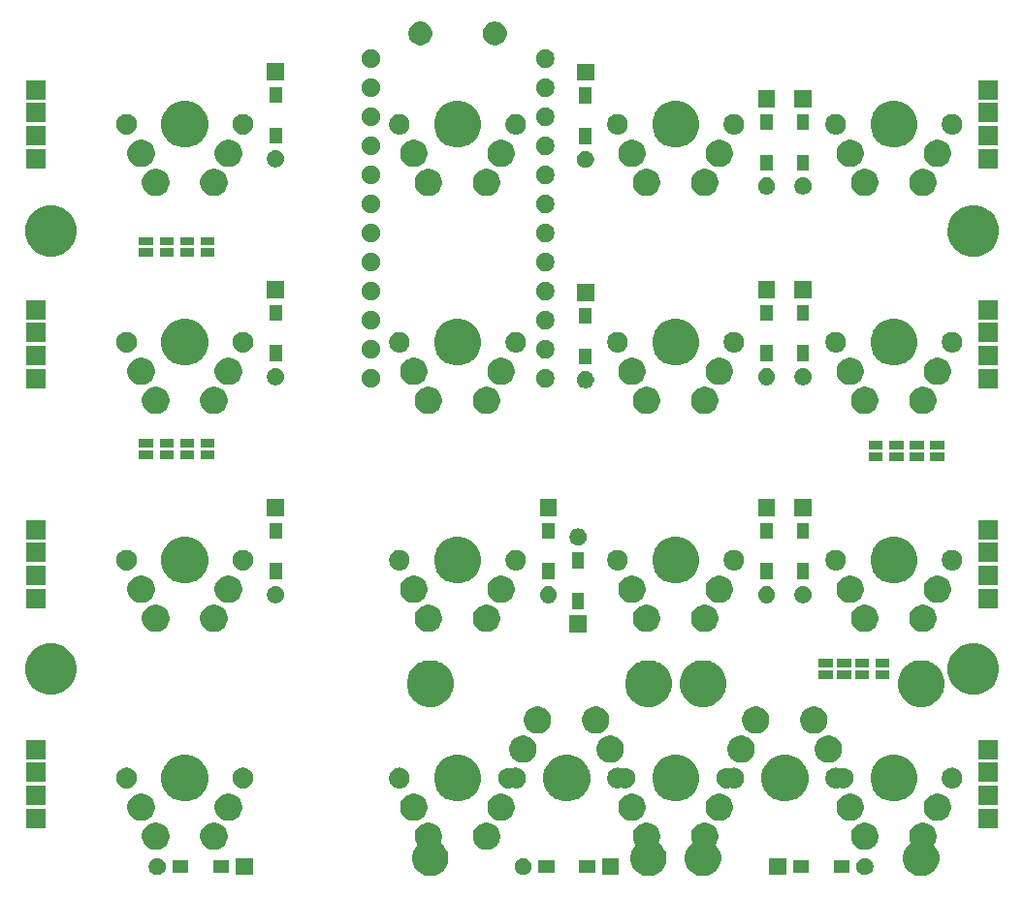
<source format=gts>
G04 #@! TF.GenerationSoftware,KiCad,Pcbnew,5.1.4+dfsg1-1*
G04 #@! TF.CreationDate,2020-03-28T17:11:53+01:00*
G04 #@! TF.ProjectId,roni4x4ergo,726f6e69-3478-4346-9572-676f2e6b6963,rev?*
G04 #@! TF.SameCoordinates,Original*
G04 #@! TF.FileFunction,Soldermask,Top*
G04 #@! TF.FilePolarity,Negative*
%FSLAX46Y46*%
G04 Gerber Fmt 4.6, Leading zero omitted, Abs format (unit mm)*
G04 Created by KiCad (PCBNEW 5.1.4+dfsg1-1) date 2020-03-28 17:11:53*
%MOMM*%
%LPD*%
G04 APERTURE LIST*
%ADD10C,0.100000*%
G04 APERTURE END LIST*
D10*
G36*
X97814476Y-83301884D02*
G01*
X98031769Y-83391890D01*
X98031771Y-83391891D01*
X98227330Y-83522560D01*
X98393640Y-83688870D01*
X98524310Y-83884431D01*
X98614316Y-84101724D01*
X98660200Y-84332400D01*
X98660200Y-84567600D01*
X98614316Y-84798276D01*
X98549696Y-84954282D01*
X98542583Y-84977731D01*
X98540181Y-85002117D01*
X98542583Y-85026503D01*
X98549696Y-85049952D01*
X98561247Y-85071563D01*
X98576792Y-85090504D01*
X98595734Y-85106049D01*
X98641775Y-85136813D01*
X98641777Y-85136815D01*
X98641780Y-85136817D01*
X98861159Y-85356196D01*
X98962664Y-85508109D01*
X99033524Y-85614159D01*
X99152250Y-85900790D01*
X99212776Y-86205075D01*
X99212776Y-86515325D01*
X99152250Y-86819610D01*
X99033524Y-87106241D01*
X99033523Y-87106242D01*
X98861159Y-87364204D01*
X98641780Y-87583583D01*
X98472851Y-87696457D01*
X98383817Y-87755948D01*
X98215913Y-87825496D01*
X98097187Y-87874674D01*
X97792901Y-87935200D01*
X97482651Y-87935200D01*
X97330509Y-87904937D01*
X97178365Y-87874674D01*
X97059639Y-87825496D01*
X96891735Y-87755948D01*
X96802701Y-87696457D01*
X96633772Y-87583583D01*
X96414393Y-87364204D01*
X96242029Y-87106242D01*
X96242028Y-87106241D01*
X96123302Y-86819610D01*
X96062776Y-86515325D01*
X96062776Y-86205075D01*
X96123302Y-85900790D01*
X96242028Y-85614159D01*
X96312888Y-85508109D01*
X96414393Y-85356196D01*
X96474518Y-85296071D01*
X96490058Y-85277135D01*
X96501609Y-85255524D01*
X96508722Y-85232075D01*
X96511124Y-85207689D01*
X96508722Y-85183303D01*
X96501609Y-85159854D01*
X96490058Y-85138243D01*
X96431064Y-85049952D01*
X96408091Y-85015571D01*
X96382433Y-84953628D01*
X96318084Y-84798276D01*
X96272200Y-84567600D01*
X96272200Y-84332400D01*
X96318084Y-84101724D01*
X96408090Y-83884431D01*
X96538760Y-83688870D01*
X96705070Y-83522560D01*
X96900629Y-83391891D01*
X96900631Y-83391890D01*
X97117924Y-83301884D01*
X97348600Y-83256000D01*
X97583800Y-83256000D01*
X97814476Y-83301884D01*
X97814476Y-83301884D01*
G37*
G36*
X121943276Y-83301884D02*
G01*
X122160569Y-83391890D01*
X122160571Y-83391891D01*
X122356130Y-83522560D01*
X122522440Y-83688870D01*
X122653110Y-83884431D01*
X122743116Y-84101724D01*
X122789000Y-84332400D01*
X122789000Y-84567600D01*
X122743116Y-84798276D01*
X122653109Y-85015572D01*
X122576891Y-85129641D01*
X122565340Y-85151251D01*
X122558227Y-85174700D01*
X122555825Y-85199086D01*
X122558227Y-85223473D01*
X122565340Y-85246921D01*
X122576891Y-85268532D01*
X122592431Y-85287468D01*
X122661159Y-85356196D01*
X122762664Y-85508109D01*
X122833524Y-85614159D01*
X122952250Y-85900790D01*
X123012776Y-86205075D01*
X123012776Y-86515325D01*
X122952250Y-86819610D01*
X122833524Y-87106241D01*
X122833523Y-87106242D01*
X122661159Y-87364204D01*
X122441780Y-87583583D01*
X122272851Y-87696457D01*
X122183817Y-87755948D01*
X122015913Y-87825496D01*
X121897187Y-87874674D01*
X121592901Y-87935200D01*
X121282651Y-87935200D01*
X121130509Y-87904937D01*
X120978365Y-87874674D01*
X120859639Y-87825496D01*
X120691735Y-87755948D01*
X120602701Y-87696457D01*
X120433772Y-87583583D01*
X120214393Y-87364204D01*
X120042029Y-87106242D01*
X120042028Y-87106241D01*
X119923302Y-86819610D01*
X119862776Y-86515325D01*
X119862776Y-86205075D01*
X119923302Y-85900790D01*
X120042028Y-85614159D01*
X120112888Y-85508109D01*
X120214393Y-85356196D01*
X120433772Y-85136817D01*
X120434108Y-85136592D01*
X120468578Y-85113560D01*
X120487519Y-85098015D01*
X120503064Y-85079073D01*
X120514615Y-85057462D01*
X120521728Y-85034013D01*
X120524130Y-85009627D01*
X120521728Y-84985241D01*
X120514615Y-84961793D01*
X120446884Y-84798276D01*
X120401000Y-84567600D01*
X120401000Y-84332400D01*
X120446884Y-84101724D01*
X120536890Y-83884431D01*
X120667560Y-83688870D01*
X120833870Y-83522560D01*
X121029429Y-83391891D01*
X121029431Y-83391890D01*
X121246724Y-83301884D01*
X121477400Y-83256000D01*
X121712600Y-83256000D01*
X121943276Y-83301884D01*
X121943276Y-83301884D01*
G37*
G36*
X140992076Y-83301884D02*
G01*
X141209369Y-83391890D01*
X141209371Y-83391891D01*
X141404930Y-83522560D01*
X141571240Y-83688870D01*
X141701910Y-83884431D01*
X141791916Y-84101724D01*
X141837800Y-84332400D01*
X141837800Y-84567600D01*
X141791916Y-84798276D01*
X141727567Y-84953628D01*
X141701909Y-85015571D01*
X141626188Y-85128896D01*
X141614639Y-85150501D01*
X141607526Y-85173950D01*
X141605124Y-85198336D01*
X141607526Y-85222723D01*
X141614639Y-85246171D01*
X141626190Y-85267782D01*
X141641730Y-85286719D01*
X141711207Y-85356196D01*
X141812712Y-85508109D01*
X141883572Y-85614159D01*
X142002298Y-85900790D01*
X142062824Y-86205075D01*
X142062824Y-86515325D01*
X142002298Y-86819610D01*
X141883572Y-87106241D01*
X141883571Y-87106242D01*
X141711207Y-87364204D01*
X141491828Y-87583583D01*
X141322899Y-87696457D01*
X141233865Y-87755948D01*
X141065961Y-87825496D01*
X140947235Y-87874674D01*
X140642949Y-87935200D01*
X140332699Y-87935200D01*
X140180557Y-87904937D01*
X140028413Y-87874674D01*
X139909687Y-87825496D01*
X139741783Y-87755948D01*
X139652749Y-87696457D01*
X139483820Y-87583583D01*
X139264441Y-87364204D01*
X139092077Y-87106242D01*
X139092076Y-87106241D01*
X138973350Y-86819610D01*
X138912824Y-86515325D01*
X138912824Y-86205075D01*
X138973350Y-85900790D01*
X139092076Y-85614159D01*
X139162936Y-85508109D01*
X139264441Y-85356196D01*
X139483820Y-85136817D01*
X139483823Y-85136815D01*
X139483825Y-85136813D01*
X139517648Y-85114213D01*
X139536590Y-85098668D01*
X139552135Y-85079726D01*
X139563686Y-85058115D01*
X139570799Y-85034666D01*
X139573201Y-85010280D01*
X139570799Y-84985894D01*
X139563686Y-84962446D01*
X139563416Y-84961793D01*
X139515339Y-84845726D01*
X139495684Y-84798276D01*
X139449800Y-84567600D01*
X139449800Y-84332400D01*
X139495684Y-84101724D01*
X139585690Y-83884431D01*
X139716360Y-83688870D01*
X139882670Y-83522560D01*
X140078229Y-83391891D01*
X140078231Y-83391890D01*
X140295524Y-83301884D01*
X140526200Y-83256000D01*
X140761400Y-83256000D01*
X140992076Y-83301884D01*
X140992076Y-83301884D01*
G37*
G36*
X116863276Y-83301884D02*
G01*
X117080569Y-83391890D01*
X117080571Y-83391891D01*
X117276130Y-83522560D01*
X117442440Y-83688870D01*
X117573110Y-83884431D01*
X117663116Y-84101724D01*
X117709000Y-84332400D01*
X117709000Y-84567600D01*
X117665717Y-84785200D01*
X117663115Y-84798277D01*
X117598764Y-84953633D01*
X117591653Y-84977077D01*
X117589251Y-85001463D01*
X117591653Y-85025850D01*
X117598766Y-85049299D01*
X117610317Y-85070909D01*
X117625862Y-85089851D01*
X117644802Y-85105395D01*
X117691828Y-85136817D01*
X117911207Y-85356196D01*
X118012712Y-85508109D01*
X118083572Y-85614159D01*
X118202298Y-85900790D01*
X118262824Y-86205075D01*
X118262824Y-86515325D01*
X118202298Y-86819610D01*
X118083572Y-87106241D01*
X118083571Y-87106242D01*
X117911207Y-87364204D01*
X117691828Y-87583583D01*
X117522899Y-87696457D01*
X117433865Y-87755948D01*
X117265961Y-87825496D01*
X117147235Y-87874674D01*
X116842949Y-87935200D01*
X116532699Y-87935200D01*
X116380557Y-87904937D01*
X116228413Y-87874674D01*
X116109687Y-87825496D01*
X115941783Y-87755948D01*
X115852749Y-87696457D01*
X115683820Y-87583583D01*
X115464441Y-87364204D01*
X115292077Y-87106242D01*
X115292076Y-87106241D01*
X115173350Y-86819610D01*
X115112824Y-86515325D01*
X115112824Y-86205075D01*
X115173350Y-85900790D01*
X115292076Y-85614159D01*
X115362936Y-85508109D01*
X115464441Y-85356196D01*
X115523818Y-85296819D01*
X115539358Y-85277883D01*
X115550909Y-85256272D01*
X115558022Y-85232823D01*
X115560424Y-85208437D01*
X115558022Y-85184051D01*
X115550909Y-85160602D01*
X115539358Y-85138991D01*
X115522802Y-85114213D01*
X115456891Y-85015571D01*
X115431233Y-84953628D01*
X115366884Y-84798276D01*
X115321000Y-84567600D01*
X115321000Y-84332400D01*
X115366884Y-84101724D01*
X115456890Y-83884431D01*
X115587560Y-83688870D01*
X115753870Y-83522560D01*
X115949429Y-83391891D01*
X115949431Y-83391890D01*
X116166724Y-83301884D01*
X116397400Y-83256000D01*
X116632600Y-83256000D01*
X116863276Y-83301884D01*
X116863276Y-83301884D01*
G37*
G36*
X105822201Y-86368881D02*
G01*
X105946397Y-86393584D01*
X106082798Y-86450083D01*
X106205555Y-86532107D01*
X106309951Y-86636503D01*
X106391975Y-86759260D01*
X106448474Y-86895661D01*
X106477276Y-87040463D01*
X106477276Y-87188101D01*
X106448474Y-87332903D01*
X106391975Y-87469304D01*
X106309951Y-87592061D01*
X106205555Y-87696457D01*
X106082798Y-87778481D01*
X105946397Y-87834980D01*
X105822201Y-87859683D01*
X105801596Y-87863782D01*
X105653956Y-87863782D01*
X105633351Y-87859683D01*
X105509155Y-87834980D01*
X105372754Y-87778481D01*
X105249997Y-87696457D01*
X105145601Y-87592061D01*
X105063577Y-87469304D01*
X105007078Y-87332903D01*
X104978276Y-87188101D01*
X104978276Y-87040463D01*
X105007078Y-86895661D01*
X105063577Y-86759260D01*
X105145601Y-86636503D01*
X105249997Y-86532107D01*
X105372754Y-86450083D01*
X105509155Y-86393584D01*
X105633351Y-86368881D01*
X105653956Y-86364782D01*
X105801596Y-86364782D01*
X105822201Y-86368881D01*
X105822201Y-86368881D01*
G37*
G36*
X82148758Y-87863782D02*
G01*
X80649758Y-87863782D01*
X80649758Y-86364782D01*
X82148758Y-86364782D01*
X82148758Y-87863782D01*
X82148758Y-87863782D01*
G37*
G36*
X73873683Y-86368881D02*
G01*
X73997879Y-86393584D01*
X74134280Y-86450083D01*
X74257037Y-86532107D01*
X74361433Y-86636503D01*
X74443457Y-86759260D01*
X74499956Y-86895661D01*
X74528758Y-87040463D01*
X74528758Y-87188101D01*
X74499956Y-87332903D01*
X74443457Y-87469304D01*
X74361433Y-87592061D01*
X74257037Y-87696457D01*
X74134280Y-87778481D01*
X73997879Y-87834980D01*
X73873683Y-87859683D01*
X73853078Y-87863782D01*
X73705438Y-87863782D01*
X73684833Y-87859683D01*
X73560637Y-87834980D01*
X73424236Y-87778481D01*
X73301479Y-87696457D01*
X73197083Y-87592061D01*
X73115059Y-87469304D01*
X73058560Y-87332903D01*
X73029758Y-87188101D01*
X73029758Y-87040463D01*
X73058560Y-86895661D01*
X73115059Y-86759260D01*
X73197083Y-86636503D01*
X73301479Y-86532107D01*
X73424236Y-86450083D01*
X73560637Y-86393584D01*
X73684833Y-86368881D01*
X73705438Y-86364782D01*
X73853078Y-86364782D01*
X73873683Y-86368881D01*
X73873683Y-86368881D01*
G37*
G36*
X128702332Y-87863782D02*
G01*
X127203332Y-87863782D01*
X127203332Y-86364782D01*
X128702332Y-86364782D01*
X128702332Y-87863782D01*
X128702332Y-87863782D01*
G37*
G36*
X114097276Y-87863782D02*
G01*
X112598276Y-87863782D01*
X112598276Y-86364782D01*
X114097276Y-86364782D01*
X114097276Y-87863782D01*
X114097276Y-87863782D01*
G37*
G36*
X135667257Y-86368881D02*
G01*
X135791453Y-86393584D01*
X135927854Y-86450083D01*
X136050611Y-86532107D01*
X136155007Y-86636503D01*
X136237031Y-86759260D01*
X136293530Y-86895661D01*
X136322332Y-87040463D01*
X136322332Y-87188101D01*
X136293530Y-87332903D01*
X136237031Y-87469304D01*
X136155007Y-87592061D01*
X136050611Y-87696457D01*
X135927854Y-87778481D01*
X135791453Y-87834980D01*
X135667257Y-87859683D01*
X135646652Y-87863782D01*
X135499012Y-87863782D01*
X135478407Y-87859683D01*
X135354211Y-87834980D01*
X135217810Y-87778481D01*
X135095053Y-87696457D01*
X134990657Y-87592061D01*
X134908633Y-87469304D01*
X134852134Y-87332903D01*
X134823332Y-87188101D01*
X134823332Y-87040463D01*
X134852134Y-86895661D01*
X134908633Y-86759260D01*
X134990657Y-86636503D01*
X135095053Y-86532107D01*
X135217810Y-86450083D01*
X135354211Y-86393584D01*
X135478407Y-86368881D01*
X135499012Y-86364782D01*
X135646652Y-86364782D01*
X135667257Y-86368881D01*
X135667257Y-86368881D01*
G37*
G36*
X80065258Y-87640282D02*
G01*
X78663258Y-87640282D01*
X78663258Y-86588282D01*
X80065258Y-86588282D01*
X80065258Y-87640282D01*
X80065258Y-87640282D01*
G37*
G36*
X134238832Y-87640282D02*
G01*
X132836832Y-87640282D01*
X132836832Y-86588282D01*
X134238832Y-86588282D01*
X134238832Y-87640282D01*
X134238832Y-87640282D01*
G37*
G36*
X130688832Y-87640282D02*
G01*
X129286832Y-87640282D01*
X129286832Y-86588282D01*
X130688832Y-86588282D01*
X130688832Y-87640282D01*
X130688832Y-87640282D01*
G37*
G36*
X112013776Y-87640282D02*
G01*
X110611776Y-87640282D01*
X110611776Y-86588282D01*
X112013776Y-86588282D01*
X112013776Y-87640282D01*
X112013776Y-87640282D01*
G37*
G36*
X108463776Y-87640282D02*
G01*
X107061776Y-87640282D01*
X107061776Y-86588282D01*
X108463776Y-86588282D01*
X108463776Y-87640282D01*
X108463776Y-87640282D01*
G37*
G36*
X76515258Y-87640282D02*
G01*
X75113258Y-87640282D01*
X75113258Y-86588282D01*
X76515258Y-86588282D01*
X76515258Y-87640282D01*
X76515258Y-87640282D01*
G37*
G36*
X79083176Y-83301884D02*
G01*
X79300469Y-83391890D01*
X79300471Y-83391891D01*
X79496030Y-83522560D01*
X79662340Y-83688870D01*
X79793010Y-83884431D01*
X79883016Y-84101724D01*
X79928900Y-84332400D01*
X79928900Y-84567600D01*
X79883016Y-84798276D01*
X79818667Y-84953628D01*
X79793009Y-85015571D01*
X79662340Y-85211130D01*
X79496030Y-85377440D01*
X79300471Y-85508109D01*
X79300470Y-85508110D01*
X79300469Y-85508110D01*
X79083176Y-85598116D01*
X78852500Y-85644000D01*
X78617300Y-85644000D01*
X78386624Y-85598116D01*
X78169331Y-85508110D01*
X78169330Y-85508110D01*
X78169329Y-85508109D01*
X77973770Y-85377440D01*
X77807460Y-85211130D01*
X77676791Y-85015571D01*
X77651133Y-84953628D01*
X77586784Y-84798276D01*
X77540900Y-84567600D01*
X77540900Y-84332400D01*
X77586784Y-84101724D01*
X77676790Y-83884431D01*
X77807460Y-83688870D01*
X77973770Y-83522560D01*
X78169329Y-83391891D01*
X78169331Y-83391890D01*
X78386624Y-83301884D01*
X78617300Y-83256000D01*
X78852500Y-83256000D01*
X79083176Y-83301884D01*
X79083176Y-83301884D01*
G37*
G36*
X135912076Y-83301884D02*
G01*
X136129369Y-83391890D01*
X136129371Y-83391891D01*
X136324930Y-83522560D01*
X136491240Y-83688870D01*
X136621910Y-83884431D01*
X136711916Y-84101724D01*
X136757800Y-84332400D01*
X136757800Y-84567600D01*
X136711916Y-84798276D01*
X136647567Y-84953628D01*
X136621909Y-85015571D01*
X136491240Y-85211130D01*
X136324930Y-85377440D01*
X136129371Y-85508109D01*
X136129370Y-85508110D01*
X136129369Y-85508110D01*
X135912076Y-85598116D01*
X135681400Y-85644000D01*
X135446200Y-85644000D01*
X135215524Y-85598116D01*
X134998231Y-85508110D01*
X134998230Y-85508110D01*
X134998229Y-85508109D01*
X134802670Y-85377440D01*
X134636360Y-85211130D01*
X134505691Y-85015571D01*
X134480033Y-84953628D01*
X134415684Y-84798276D01*
X134369800Y-84567600D01*
X134369800Y-84332400D01*
X134415684Y-84101724D01*
X134505690Y-83884431D01*
X134636360Y-83688870D01*
X134802670Y-83522560D01*
X134998229Y-83391891D01*
X134998231Y-83391890D01*
X135215524Y-83301884D01*
X135446200Y-83256000D01*
X135681400Y-83256000D01*
X135912076Y-83301884D01*
X135912076Y-83301884D01*
G37*
G36*
X102894476Y-83301884D02*
G01*
X103111769Y-83391890D01*
X103111771Y-83391891D01*
X103307330Y-83522560D01*
X103473640Y-83688870D01*
X103604310Y-83884431D01*
X103694316Y-84101724D01*
X103740200Y-84332400D01*
X103740200Y-84567600D01*
X103694316Y-84798276D01*
X103629967Y-84953628D01*
X103604309Y-85015571D01*
X103473640Y-85211130D01*
X103307330Y-85377440D01*
X103111771Y-85508109D01*
X103111770Y-85508110D01*
X103111769Y-85508110D01*
X102894476Y-85598116D01*
X102663800Y-85644000D01*
X102428600Y-85644000D01*
X102197924Y-85598116D01*
X101980631Y-85508110D01*
X101980630Y-85508110D01*
X101980629Y-85508109D01*
X101785070Y-85377440D01*
X101618760Y-85211130D01*
X101488091Y-85015571D01*
X101462433Y-84953628D01*
X101398084Y-84798276D01*
X101352200Y-84567600D01*
X101352200Y-84332400D01*
X101398084Y-84101724D01*
X101488090Y-83884431D01*
X101618760Y-83688870D01*
X101785070Y-83522560D01*
X101980629Y-83391891D01*
X101980631Y-83391890D01*
X102197924Y-83301884D01*
X102428600Y-83256000D01*
X102663800Y-83256000D01*
X102894476Y-83301884D01*
X102894476Y-83301884D01*
G37*
G36*
X74003176Y-83301884D02*
G01*
X74220469Y-83391890D01*
X74220471Y-83391891D01*
X74416030Y-83522560D01*
X74582340Y-83688870D01*
X74713010Y-83884431D01*
X74803016Y-84101724D01*
X74848900Y-84332400D01*
X74848900Y-84567600D01*
X74803016Y-84798276D01*
X74738667Y-84953628D01*
X74713009Y-85015571D01*
X74582340Y-85211130D01*
X74416030Y-85377440D01*
X74220471Y-85508109D01*
X74220470Y-85508110D01*
X74220469Y-85508110D01*
X74003176Y-85598116D01*
X73772500Y-85644000D01*
X73537300Y-85644000D01*
X73306624Y-85598116D01*
X73089331Y-85508110D01*
X73089330Y-85508110D01*
X73089329Y-85508109D01*
X72893770Y-85377440D01*
X72727460Y-85211130D01*
X72596791Y-85015571D01*
X72571133Y-84953628D01*
X72506784Y-84798276D01*
X72460900Y-84567600D01*
X72460900Y-84332400D01*
X72506784Y-84101724D01*
X72596790Y-83884431D01*
X72727460Y-83688870D01*
X72893770Y-83522560D01*
X73089329Y-83391891D01*
X73089331Y-83391890D01*
X73306624Y-83301884D01*
X73537300Y-83256000D01*
X73772500Y-83256000D01*
X74003176Y-83301884D01*
X74003176Y-83301884D01*
G37*
G36*
X64058050Y-83728400D02*
G01*
X62356050Y-83728400D01*
X62356050Y-82026400D01*
X64058050Y-82026400D01*
X64058050Y-83728400D01*
X64058050Y-83728400D01*
G37*
G36*
X147199025Y-83728400D02*
G01*
X145497025Y-83728400D01*
X145497025Y-82026400D01*
X147199025Y-82026400D01*
X147199025Y-83728400D01*
X147199025Y-83728400D01*
G37*
G36*
X96544476Y-80761884D02*
G01*
X96761769Y-80851890D01*
X96761771Y-80851891D01*
X96957330Y-80982560D01*
X97123640Y-81148870D01*
X97252363Y-81341516D01*
X97254310Y-81344431D01*
X97344316Y-81561724D01*
X97390200Y-81792400D01*
X97390200Y-82027600D01*
X97344316Y-82258276D01*
X97254310Y-82475569D01*
X97254309Y-82475571D01*
X97123640Y-82671130D01*
X96957330Y-82837440D01*
X96761771Y-82968109D01*
X96761770Y-82968110D01*
X96761769Y-82968110D01*
X96544476Y-83058116D01*
X96313800Y-83104000D01*
X96078600Y-83104000D01*
X95847924Y-83058116D01*
X95630631Y-82968110D01*
X95630630Y-82968110D01*
X95630629Y-82968109D01*
X95435070Y-82837440D01*
X95268760Y-82671130D01*
X95138091Y-82475571D01*
X95138090Y-82475569D01*
X95048084Y-82258276D01*
X95002200Y-82027600D01*
X95002200Y-81792400D01*
X95048084Y-81561724D01*
X95138090Y-81344431D01*
X95140038Y-81341516D01*
X95268760Y-81148870D01*
X95435070Y-80982560D01*
X95630629Y-80851891D01*
X95630631Y-80851890D01*
X95847924Y-80761884D01*
X96078600Y-80716000D01*
X96313800Y-80716000D01*
X96544476Y-80761884D01*
X96544476Y-80761884D01*
G37*
G36*
X142262076Y-80761884D02*
G01*
X142479369Y-80851890D01*
X142479371Y-80851891D01*
X142674930Y-80982560D01*
X142841240Y-81148870D01*
X142969963Y-81341516D01*
X142971910Y-81344431D01*
X143061916Y-81561724D01*
X143107800Y-81792400D01*
X143107800Y-82027600D01*
X143061916Y-82258276D01*
X142971910Y-82475569D01*
X142971909Y-82475571D01*
X142841240Y-82671130D01*
X142674930Y-82837440D01*
X142479371Y-82968109D01*
X142479370Y-82968110D01*
X142479369Y-82968110D01*
X142262076Y-83058116D01*
X142031400Y-83104000D01*
X141796200Y-83104000D01*
X141565524Y-83058116D01*
X141348231Y-82968110D01*
X141348230Y-82968110D01*
X141348229Y-82968109D01*
X141152670Y-82837440D01*
X140986360Y-82671130D01*
X140855691Y-82475571D01*
X140855690Y-82475569D01*
X140765684Y-82258276D01*
X140719800Y-82027600D01*
X140719800Y-81792400D01*
X140765684Y-81561724D01*
X140855690Y-81344431D01*
X140857638Y-81341516D01*
X140986360Y-81148870D01*
X141152670Y-80982560D01*
X141348229Y-80851891D01*
X141348231Y-80851890D01*
X141565524Y-80761884D01*
X141796200Y-80716000D01*
X142031400Y-80716000D01*
X142262076Y-80761884D01*
X142262076Y-80761884D01*
G37*
G36*
X134642076Y-80761884D02*
G01*
X134859369Y-80851890D01*
X134859371Y-80851891D01*
X135054930Y-80982560D01*
X135221240Y-81148870D01*
X135349963Y-81341516D01*
X135351910Y-81344431D01*
X135441916Y-81561724D01*
X135487800Y-81792400D01*
X135487800Y-82027600D01*
X135441916Y-82258276D01*
X135351910Y-82475569D01*
X135351909Y-82475571D01*
X135221240Y-82671130D01*
X135054930Y-82837440D01*
X134859371Y-82968109D01*
X134859370Y-82968110D01*
X134859369Y-82968110D01*
X134642076Y-83058116D01*
X134411400Y-83104000D01*
X134176200Y-83104000D01*
X133945524Y-83058116D01*
X133728231Y-82968110D01*
X133728230Y-82968110D01*
X133728229Y-82968109D01*
X133532670Y-82837440D01*
X133366360Y-82671130D01*
X133235691Y-82475571D01*
X133235690Y-82475569D01*
X133145684Y-82258276D01*
X133099800Y-82027600D01*
X133099800Y-81792400D01*
X133145684Y-81561724D01*
X133235690Y-81344431D01*
X133237638Y-81341516D01*
X133366360Y-81148870D01*
X133532670Y-80982560D01*
X133728229Y-80851891D01*
X133728231Y-80851890D01*
X133945524Y-80761884D01*
X134176200Y-80716000D01*
X134411400Y-80716000D01*
X134642076Y-80761884D01*
X134642076Y-80761884D01*
G37*
G36*
X72733176Y-80761884D02*
G01*
X72950469Y-80851890D01*
X72950471Y-80851891D01*
X73146030Y-80982560D01*
X73312340Y-81148870D01*
X73441063Y-81341516D01*
X73443010Y-81344431D01*
X73533016Y-81561724D01*
X73578900Y-81792400D01*
X73578900Y-82027600D01*
X73533016Y-82258276D01*
X73443010Y-82475569D01*
X73443009Y-82475571D01*
X73312340Y-82671130D01*
X73146030Y-82837440D01*
X72950471Y-82968109D01*
X72950470Y-82968110D01*
X72950469Y-82968110D01*
X72733176Y-83058116D01*
X72502500Y-83104000D01*
X72267300Y-83104000D01*
X72036624Y-83058116D01*
X71819331Y-82968110D01*
X71819330Y-82968110D01*
X71819329Y-82968109D01*
X71623770Y-82837440D01*
X71457460Y-82671130D01*
X71326791Y-82475571D01*
X71326790Y-82475569D01*
X71236784Y-82258276D01*
X71190900Y-82027600D01*
X71190900Y-81792400D01*
X71236784Y-81561724D01*
X71326790Y-81344431D01*
X71328738Y-81341516D01*
X71457460Y-81148870D01*
X71623770Y-80982560D01*
X71819329Y-80851891D01*
X71819331Y-80851890D01*
X72036624Y-80761884D01*
X72267300Y-80716000D01*
X72502500Y-80716000D01*
X72733176Y-80761884D01*
X72733176Y-80761884D01*
G37*
G36*
X115593276Y-80761884D02*
G01*
X115810569Y-80851890D01*
X115810571Y-80851891D01*
X116006130Y-80982560D01*
X116172440Y-81148870D01*
X116301163Y-81341516D01*
X116303110Y-81344431D01*
X116393116Y-81561724D01*
X116439000Y-81792400D01*
X116439000Y-82027600D01*
X116393116Y-82258276D01*
X116303110Y-82475569D01*
X116303109Y-82475571D01*
X116172440Y-82671130D01*
X116006130Y-82837440D01*
X115810571Y-82968109D01*
X115810570Y-82968110D01*
X115810569Y-82968110D01*
X115593276Y-83058116D01*
X115362600Y-83104000D01*
X115127400Y-83104000D01*
X114896724Y-83058116D01*
X114679431Y-82968110D01*
X114679430Y-82968110D01*
X114679429Y-82968109D01*
X114483870Y-82837440D01*
X114317560Y-82671130D01*
X114186891Y-82475571D01*
X114186890Y-82475569D01*
X114096884Y-82258276D01*
X114051000Y-82027600D01*
X114051000Y-81792400D01*
X114096884Y-81561724D01*
X114186890Y-81344431D01*
X114188838Y-81341516D01*
X114317560Y-81148870D01*
X114483870Y-80982560D01*
X114679429Y-80851891D01*
X114679431Y-80851890D01*
X114896724Y-80761884D01*
X115127400Y-80716000D01*
X115362600Y-80716000D01*
X115593276Y-80761884D01*
X115593276Y-80761884D01*
G37*
G36*
X123213276Y-80761884D02*
G01*
X123430569Y-80851890D01*
X123430571Y-80851891D01*
X123626130Y-80982560D01*
X123792440Y-81148870D01*
X123921163Y-81341516D01*
X123923110Y-81344431D01*
X124013116Y-81561724D01*
X124059000Y-81792400D01*
X124059000Y-82027600D01*
X124013116Y-82258276D01*
X123923110Y-82475569D01*
X123923109Y-82475571D01*
X123792440Y-82671130D01*
X123626130Y-82837440D01*
X123430571Y-82968109D01*
X123430570Y-82968110D01*
X123430569Y-82968110D01*
X123213276Y-83058116D01*
X122982600Y-83104000D01*
X122747400Y-83104000D01*
X122516724Y-83058116D01*
X122299431Y-82968110D01*
X122299430Y-82968110D01*
X122299429Y-82968109D01*
X122103870Y-82837440D01*
X121937560Y-82671130D01*
X121806891Y-82475571D01*
X121806890Y-82475569D01*
X121716884Y-82258276D01*
X121671000Y-82027600D01*
X121671000Y-81792400D01*
X121716884Y-81561724D01*
X121806890Y-81344431D01*
X121808838Y-81341516D01*
X121937560Y-81148870D01*
X122103870Y-80982560D01*
X122299429Y-80851891D01*
X122299431Y-80851890D01*
X122516724Y-80761884D01*
X122747400Y-80716000D01*
X122982600Y-80716000D01*
X123213276Y-80761884D01*
X123213276Y-80761884D01*
G37*
G36*
X80353176Y-80761884D02*
G01*
X80570469Y-80851890D01*
X80570471Y-80851891D01*
X80766030Y-80982560D01*
X80932340Y-81148870D01*
X81061063Y-81341516D01*
X81063010Y-81344431D01*
X81153016Y-81561724D01*
X81198900Y-81792400D01*
X81198900Y-82027600D01*
X81153016Y-82258276D01*
X81063010Y-82475569D01*
X81063009Y-82475571D01*
X80932340Y-82671130D01*
X80766030Y-82837440D01*
X80570471Y-82968109D01*
X80570470Y-82968110D01*
X80570469Y-82968110D01*
X80353176Y-83058116D01*
X80122500Y-83104000D01*
X79887300Y-83104000D01*
X79656624Y-83058116D01*
X79439331Y-82968110D01*
X79439330Y-82968110D01*
X79439329Y-82968109D01*
X79243770Y-82837440D01*
X79077460Y-82671130D01*
X78946791Y-82475571D01*
X78946790Y-82475569D01*
X78856784Y-82258276D01*
X78810900Y-82027600D01*
X78810900Y-81792400D01*
X78856784Y-81561724D01*
X78946790Y-81344431D01*
X78948738Y-81341516D01*
X79077460Y-81148870D01*
X79243770Y-80982560D01*
X79439329Y-80851891D01*
X79439331Y-80851890D01*
X79656624Y-80761884D01*
X79887300Y-80716000D01*
X80122500Y-80716000D01*
X80353176Y-80761884D01*
X80353176Y-80761884D01*
G37*
G36*
X104164476Y-80761884D02*
G01*
X104381769Y-80851890D01*
X104381771Y-80851891D01*
X104577330Y-80982560D01*
X104743640Y-81148870D01*
X104872363Y-81341516D01*
X104874310Y-81344431D01*
X104964316Y-81561724D01*
X105010200Y-81792400D01*
X105010200Y-82027600D01*
X104964316Y-82258276D01*
X104874310Y-82475569D01*
X104874309Y-82475571D01*
X104743640Y-82671130D01*
X104577330Y-82837440D01*
X104381771Y-82968109D01*
X104381770Y-82968110D01*
X104381769Y-82968110D01*
X104164476Y-83058116D01*
X103933800Y-83104000D01*
X103698600Y-83104000D01*
X103467924Y-83058116D01*
X103250631Y-82968110D01*
X103250630Y-82968110D01*
X103250629Y-82968109D01*
X103055070Y-82837440D01*
X102888760Y-82671130D01*
X102758091Y-82475571D01*
X102758090Y-82475569D01*
X102668084Y-82258276D01*
X102622200Y-82027600D01*
X102622200Y-81792400D01*
X102668084Y-81561724D01*
X102758090Y-81344431D01*
X102760038Y-81341516D01*
X102888760Y-81148870D01*
X103055070Y-80982560D01*
X103250629Y-80851891D01*
X103250631Y-80851890D01*
X103467924Y-80761884D01*
X103698600Y-80716000D01*
X103933800Y-80716000D01*
X104164476Y-80761884D01*
X104164476Y-80761884D01*
G37*
G36*
X147199025Y-81728400D02*
G01*
X145497025Y-81728400D01*
X145497025Y-80026400D01*
X147199025Y-80026400D01*
X147199025Y-81728400D01*
X147199025Y-81728400D01*
G37*
G36*
X64058050Y-81728400D02*
G01*
X62356050Y-81728400D01*
X62356050Y-80026400D01*
X64058050Y-80026400D01*
X64058050Y-81728400D01*
X64058050Y-81728400D01*
G37*
G36*
X129184298Y-77408884D02*
G01*
X129402298Y-77499183D01*
X129556447Y-77563033D01*
X129891372Y-77786823D01*
X130176201Y-78071652D01*
X130399991Y-78406577D01*
X130445652Y-78516813D01*
X130554140Y-78778726D01*
X130632724Y-79173794D01*
X130632724Y-79576606D01*
X130554140Y-79971674D01*
X130472300Y-80169253D01*
X130399991Y-80343823D01*
X130176201Y-80678748D01*
X129891372Y-80963577D01*
X129556447Y-81187367D01*
X129402298Y-81251217D01*
X129184298Y-81341516D01*
X128789230Y-81420100D01*
X128386418Y-81420100D01*
X127991350Y-81341516D01*
X127773350Y-81251217D01*
X127619201Y-81187367D01*
X127284276Y-80963577D01*
X126999447Y-80678748D01*
X126775657Y-80343823D01*
X126703348Y-80169253D01*
X126621508Y-79971674D01*
X126542924Y-79576606D01*
X126542924Y-79173794D01*
X126621508Y-78778726D01*
X126729996Y-78516813D01*
X126775657Y-78406577D01*
X126999447Y-78071652D01*
X127284276Y-77786823D01*
X127619201Y-77563033D01*
X127773350Y-77499183D01*
X127991350Y-77408884D01*
X128386418Y-77330300D01*
X128789230Y-77330300D01*
X129184298Y-77408884D01*
X129184298Y-77408884D01*
G37*
G36*
X110134250Y-77408884D02*
G01*
X110352250Y-77499183D01*
X110506399Y-77563033D01*
X110841324Y-77786823D01*
X111126153Y-78071652D01*
X111349943Y-78406577D01*
X111395604Y-78516813D01*
X111504092Y-78778726D01*
X111582676Y-79173794D01*
X111582676Y-79576606D01*
X111504092Y-79971674D01*
X111422252Y-80169253D01*
X111349943Y-80343823D01*
X111126153Y-80678748D01*
X110841324Y-80963577D01*
X110506399Y-81187367D01*
X110352250Y-81251217D01*
X110134250Y-81341516D01*
X109739182Y-81420100D01*
X109336370Y-81420100D01*
X108941302Y-81341516D01*
X108723302Y-81251217D01*
X108569153Y-81187367D01*
X108234228Y-80963577D01*
X107949399Y-80678748D01*
X107725609Y-80343823D01*
X107653300Y-80169253D01*
X107571460Y-79971674D01*
X107492876Y-79576606D01*
X107492876Y-79173794D01*
X107571460Y-78778726D01*
X107679948Y-78516813D01*
X107725609Y-78406577D01*
X107949399Y-78071652D01*
X108234228Y-77786823D01*
X108569153Y-77563033D01*
X108723302Y-77499183D01*
X108941302Y-77408884D01*
X109336370Y-77330300D01*
X109739182Y-77330300D01*
X110134250Y-77408884D01*
X110134250Y-77408884D01*
G37*
G36*
X76791374Y-77403684D02*
G01*
X77009374Y-77493983D01*
X77163523Y-77557833D01*
X77498448Y-77781623D01*
X77783277Y-78066452D01*
X78007067Y-78401377D01*
X78054645Y-78516242D01*
X78161216Y-78773526D01*
X78239800Y-79168594D01*
X78239800Y-79571406D01*
X78161216Y-79966474D01*
X78077222Y-80169253D01*
X78007067Y-80338623D01*
X77783277Y-80673548D01*
X77498448Y-80958377D01*
X77163523Y-81182167D01*
X77009374Y-81246017D01*
X76791374Y-81336316D01*
X76396306Y-81414900D01*
X75993494Y-81414900D01*
X75598426Y-81336316D01*
X75380426Y-81246017D01*
X75226277Y-81182167D01*
X74891352Y-80958377D01*
X74606523Y-80673548D01*
X74382733Y-80338623D01*
X74312578Y-80169253D01*
X74228584Y-79966474D01*
X74150000Y-79571406D01*
X74150000Y-79168594D01*
X74228584Y-78773526D01*
X74335155Y-78516242D01*
X74382733Y-78401377D01*
X74606523Y-78066452D01*
X74891352Y-77781623D01*
X75226277Y-77557833D01*
X75380426Y-77493983D01*
X75598426Y-77403684D01*
X75993494Y-77325100D01*
X76396306Y-77325100D01*
X76791374Y-77403684D01*
X76791374Y-77403684D01*
G37*
G36*
X100602674Y-77403684D02*
G01*
X100820674Y-77493983D01*
X100974823Y-77557833D01*
X101309748Y-77781623D01*
X101594577Y-78066452D01*
X101818367Y-78401377D01*
X101865945Y-78516242D01*
X101972516Y-78773526D01*
X102051100Y-79168594D01*
X102051100Y-79571406D01*
X101972516Y-79966474D01*
X101888522Y-80169253D01*
X101818367Y-80338623D01*
X101594577Y-80673548D01*
X101309748Y-80958377D01*
X100974823Y-81182167D01*
X100820674Y-81246017D01*
X100602674Y-81336316D01*
X100207606Y-81414900D01*
X99804794Y-81414900D01*
X99409726Y-81336316D01*
X99191726Y-81246017D01*
X99037577Y-81182167D01*
X98702652Y-80958377D01*
X98417823Y-80673548D01*
X98194033Y-80338623D01*
X98123878Y-80169253D01*
X98039884Y-79966474D01*
X97961300Y-79571406D01*
X97961300Y-79168594D01*
X98039884Y-78773526D01*
X98146455Y-78516242D01*
X98194033Y-78401377D01*
X98417823Y-78066452D01*
X98702652Y-77781623D01*
X99037577Y-77557833D01*
X99191726Y-77493983D01*
X99409726Y-77403684D01*
X99804794Y-77325100D01*
X100207606Y-77325100D01*
X100602674Y-77403684D01*
X100602674Y-77403684D01*
G37*
G36*
X138700274Y-77403684D02*
G01*
X138918274Y-77493983D01*
X139072423Y-77557833D01*
X139407348Y-77781623D01*
X139692177Y-78066452D01*
X139915967Y-78401377D01*
X139963545Y-78516242D01*
X140070116Y-78773526D01*
X140148700Y-79168594D01*
X140148700Y-79571406D01*
X140070116Y-79966474D01*
X139986122Y-80169253D01*
X139915967Y-80338623D01*
X139692177Y-80673548D01*
X139407348Y-80958377D01*
X139072423Y-81182167D01*
X138918274Y-81246017D01*
X138700274Y-81336316D01*
X138305206Y-81414900D01*
X137902394Y-81414900D01*
X137507326Y-81336316D01*
X137289326Y-81246017D01*
X137135177Y-81182167D01*
X136800252Y-80958377D01*
X136515423Y-80673548D01*
X136291633Y-80338623D01*
X136221478Y-80169253D01*
X136137484Y-79966474D01*
X136058900Y-79571406D01*
X136058900Y-79168594D01*
X136137484Y-78773526D01*
X136244055Y-78516242D01*
X136291633Y-78401377D01*
X136515423Y-78066452D01*
X136800252Y-77781623D01*
X137135177Y-77557833D01*
X137289326Y-77493983D01*
X137507326Y-77403684D01*
X137902394Y-77325100D01*
X138305206Y-77325100D01*
X138700274Y-77403684D01*
X138700274Y-77403684D01*
G37*
G36*
X119651474Y-77403684D02*
G01*
X119869474Y-77493983D01*
X120023623Y-77557833D01*
X120358548Y-77781623D01*
X120643377Y-78066452D01*
X120867167Y-78401377D01*
X120914745Y-78516242D01*
X121021316Y-78773526D01*
X121099900Y-79168594D01*
X121099900Y-79571406D01*
X121021316Y-79966474D01*
X120937322Y-80169253D01*
X120867167Y-80338623D01*
X120643377Y-80673548D01*
X120358548Y-80958377D01*
X120023623Y-81182167D01*
X119869474Y-81246017D01*
X119651474Y-81336316D01*
X119256406Y-81414900D01*
X118853594Y-81414900D01*
X118458526Y-81336316D01*
X118240526Y-81246017D01*
X118086377Y-81182167D01*
X117751452Y-80958377D01*
X117466623Y-80673548D01*
X117242833Y-80338623D01*
X117172678Y-80169253D01*
X117088684Y-79966474D01*
X117010100Y-79571406D01*
X117010100Y-79168594D01*
X117088684Y-78773526D01*
X117195255Y-78516242D01*
X117242833Y-78401377D01*
X117466623Y-78066452D01*
X117751452Y-77781623D01*
X118086377Y-77557833D01*
X118240526Y-77493983D01*
X118458526Y-77403684D01*
X118853594Y-77325100D01*
X119256406Y-77325100D01*
X119651474Y-77403684D01*
X119651474Y-77403684D01*
G37*
G36*
X105262152Y-78485430D02*
G01*
X105349275Y-78502759D01*
X105458698Y-78548084D01*
X105513411Y-78570747D01*
X105660133Y-78668783D01*
X105661128Y-78669448D01*
X105786752Y-78795072D01*
X105786754Y-78795075D01*
X105885453Y-78942789D01*
X105885453Y-78942790D01*
X105953441Y-79106925D01*
X105965707Y-79168594D01*
X105988100Y-79281169D01*
X105988100Y-79458831D01*
X105970771Y-79545952D01*
X105953441Y-79633075D01*
X105913955Y-79728400D01*
X105885453Y-79797211D01*
X105881979Y-79802410D01*
X105786752Y-79944928D01*
X105661128Y-80070552D01*
X105661125Y-80070554D01*
X105513411Y-80169253D01*
X105458698Y-80191916D01*
X105349275Y-80237241D01*
X105262152Y-80254570D01*
X105175031Y-80271900D01*
X104997369Y-80271900D01*
X104819968Y-80236613D01*
X104802646Y-80231359D01*
X104778260Y-80228958D01*
X104753874Y-80231361D01*
X104730435Y-80238471D01*
X104720851Y-80242441D01*
X104662769Y-80253994D01*
X104546607Y-80277100D01*
X104368945Y-80277100D01*
X104281824Y-80259771D01*
X104194701Y-80242441D01*
X104085278Y-80197116D01*
X104030565Y-80174453D01*
X103882851Y-80075754D01*
X103882848Y-80075752D01*
X103757224Y-79950128D01*
X103756559Y-79949133D01*
X103658523Y-79802411D01*
X103627867Y-79728400D01*
X103590535Y-79638275D01*
X103555876Y-79464029D01*
X103555876Y-79286371D01*
X103556911Y-79281169D01*
X103590535Y-79112127D01*
X103590535Y-79112125D01*
X103658523Y-78947990D01*
X103658523Y-78947989D01*
X103757222Y-78800275D01*
X103757224Y-78800272D01*
X103882848Y-78674648D01*
X103890633Y-78669446D01*
X104030565Y-78575947D01*
X104085278Y-78553284D01*
X104194701Y-78507959D01*
X104281824Y-78490630D01*
X104368945Y-78473300D01*
X104546607Y-78473300D01*
X104724008Y-78508587D01*
X104741330Y-78513841D01*
X104765716Y-78516242D01*
X104790102Y-78513839D01*
X104813541Y-78506729D01*
X104823125Y-78502759D01*
X104881207Y-78491206D01*
X104997369Y-78468100D01*
X105175031Y-78468100D01*
X105262152Y-78485430D01*
X105262152Y-78485430D01*
G37*
G36*
X114121911Y-78479653D02*
G01*
X114238075Y-78502759D01*
X114254839Y-78509703D01*
X114278278Y-78516813D01*
X114302664Y-78519215D01*
X114327050Y-78516813D01*
X114350499Y-78509700D01*
X114354701Y-78507959D01*
X114362192Y-78506469D01*
X114528945Y-78473300D01*
X114706607Y-78473300D01*
X114793728Y-78490630D01*
X114880851Y-78507959D01*
X114990274Y-78553284D01*
X115044987Y-78575947D01*
X115184919Y-78669446D01*
X115192704Y-78674648D01*
X115318328Y-78800272D01*
X115318330Y-78800275D01*
X115417029Y-78947989D01*
X115417029Y-78947990D01*
X115485017Y-79112125D01*
X115485017Y-79112127D01*
X115518642Y-79281169D01*
X115519676Y-79286371D01*
X115519676Y-79464029D01*
X115485017Y-79638275D01*
X115447685Y-79728400D01*
X115417029Y-79802411D01*
X115318993Y-79949133D01*
X115318328Y-79950128D01*
X115192704Y-80075752D01*
X115192701Y-80075754D01*
X115044987Y-80174453D01*
X114990274Y-80197116D01*
X114880851Y-80242441D01*
X114793728Y-80259771D01*
X114706607Y-80277100D01*
X114528945Y-80277100D01*
X114470865Y-80265547D01*
X114354701Y-80242441D01*
X114337937Y-80235497D01*
X114314498Y-80228387D01*
X114290112Y-80225985D01*
X114265726Y-80228387D01*
X114242277Y-80235500D01*
X114239907Y-80236482D01*
X114238075Y-80237241D01*
X114063831Y-80271900D01*
X113886169Y-80271900D01*
X113799048Y-80254570D01*
X113711925Y-80237241D01*
X113602502Y-80191916D01*
X113547789Y-80169253D01*
X113400075Y-80070554D01*
X113400072Y-80070552D01*
X113274448Y-79944928D01*
X113179221Y-79802410D01*
X113175747Y-79797211D01*
X113147245Y-79728400D01*
X113107759Y-79633075D01*
X113090429Y-79545952D01*
X113073100Y-79458831D01*
X113073100Y-79281169D01*
X113095493Y-79168594D01*
X113107759Y-79106925D01*
X113175747Y-78942790D01*
X113175747Y-78942789D01*
X113274446Y-78795075D01*
X113274448Y-78795072D01*
X113400072Y-78669448D01*
X113401067Y-78668783D01*
X113547789Y-78570747D01*
X113602502Y-78548084D01*
X113711925Y-78502759D01*
X113799048Y-78485430D01*
X113886169Y-78468100D01*
X114063831Y-78468100D01*
X114121911Y-78479653D01*
X114121911Y-78479653D01*
G37*
G36*
X133170448Y-78479601D02*
G01*
X133286875Y-78502759D01*
X133299429Y-78507959D01*
X133304255Y-78509958D01*
X133327704Y-78517071D01*
X133352090Y-78519473D01*
X133376476Y-78517071D01*
X133399917Y-78509961D01*
X133404749Y-78507959D01*
X133491872Y-78490630D01*
X133578993Y-78473300D01*
X133756655Y-78473300D01*
X133843776Y-78490630D01*
X133930899Y-78507959D01*
X134040322Y-78553284D01*
X134095035Y-78575947D01*
X134234967Y-78669446D01*
X134242752Y-78674648D01*
X134368376Y-78800272D01*
X134368378Y-78800275D01*
X134467077Y-78947989D01*
X134467077Y-78947990D01*
X134535065Y-79112125D01*
X134535065Y-79112127D01*
X134568690Y-79281169D01*
X134569724Y-79286371D01*
X134569724Y-79464029D01*
X134535065Y-79638275D01*
X134497733Y-79728400D01*
X134467077Y-79802411D01*
X134369041Y-79949133D01*
X134368376Y-79950128D01*
X134242752Y-80075752D01*
X134242749Y-80075754D01*
X134095035Y-80174453D01*
X134040322Y-80197116D01*
X133930899Y-80242441D01*
X133843776Y-80259770D01*
X133756655Y-80277100D01*
X133578993Y-80277100D01*
X133521176Y-80265599D01*
X133404749Y-80242441D01*
X133390363Y-80236482D01*
X133387369Y-80235242D01*
X133363920Y-80228129D01*
X133339534Y-80225727D01*
X133315148Y-80228129D01*
X133291707Y-80235239D01*
X133286875Y-80237241D01*
X133199752Y-80254570D01*
X133112631Y-80271900D01*
X132934969Y-80271900D01*
X132847848Y-80254570D01*
X132760725Y-80237241D01*
X132651302Y-80191916D01*
X132596589Y-80169253D01*
X132448875Y-80070554D01*
X132448872Y-80070552D01*
X132323248Y-79944928D01*
X132228021Y-79802410D01*
X132224547Y-79797211D01*
X132196045Y-79728400D01*
X132156559Y-79633075D01*
X132139229Y-79545952D01*
X132121900Y-79458831D01*
X132121900Y-79281169D01*
X132144293Y-79168594D01*
X132156559Y-79106925D01*
X132224547Y-78942790D01*
X132224547Y-78942789D01*
X132323246Y-78795075D01*
X132323248Y-78795072D01*
X132448872Y-78669448D01*
X132449867Y-78668783D01*
X132596589Y-78570747D01*
X132651302Y-78548084D01*
X132760725Y-78502759D01*
X132847848Y-78485430D01*
X132934969Y-78468100D01*
X133112631Y-78468100D01*
X133170448Y-78479601D01*
X133170448Y-78479601D01*
G37*
G36*
X124310952Y-78485430D02*
G01*
X124398075Y-78502759D01*
X124507498Y-78548084D01*
X124562211Y-78570747D01*
X124708933Y-78668783D01*
X124709928Y-78669448D01*
X124835552Y-78795072D01*
X124835554Y-78795075D01*
X124934253Y-78942789D01*
X124934253Y-78942790D01*
X125002241Y-79106925D01*
X125014507Y-79168594D01*
X125036900Y-79281169D01*
X125036900Y-79458831D01*
X125019570Y-79545952D01*
X125002241Y-79633075D01*
X124962755Y-79728400D01*
X124934253Y-79797211D01*
X124930779Y-79802410D01*
X124835552Y-79944928D01*
X124709928Y-80070552D01*
X124709925Y-80070554D01*
X124562211Y-80169253D01*
X124507498Y-80191916D01*
X124398075Y-80237241D01*
X124310952Y-80254570D01*
X124223831Y-80271900D01*
X124046169Y-80271900D01*
X123953092Y-80253386D01*
X123871925Y-80237241D01*
X123871923Y-80237240D01*
X123868111Y-80236482D01*
X123852076Y-80231618D01*
X123827690Y-80229216D01*
X123803304Y-80231618D01*
X123779860Y-80238729D01*
X123770899Y-80242441D01*
X123683776Y-80259771D01*
X123596655Y-80277100D01*
X123418993Y-80277100D01*
X123331872Y-80259771D01*
X123244749Y-80242441D01*
X123135326Y-80197116D01*
X123080613Y-80174453D01*
X122932899Y-80075754D01*
X122932896Y-80075752D01*
X122807272Y-79950128D01*
X122806607Y-79949133D01*
X122708571Y-79802411D01*
X122677915Y-79728400D01*
X122640583Y-79638275D01*
X122605924Y-79464029D01*
X122605924Y-79286371D01*
X122606959Y-79281169D01*
X122640583Y-79112127D01*
X122640583Y-79112125D01*
X122708571Y-78947990D01*
X122708571Y-78947989D01*
X122807270Y-78800275D01*
X122807272Y-78800272D01*
X122932896Y-78674648D01*
X122940681Y-78669446D01*
X123080613Y-78575947D01*
X123135326Y-78553284D01*
X123244749Y-78507959D01*
X123331872Y-78490630D01*
X123418993Y-78473300D01*
X123596655Y-78473300D01*
X123689732Y-78491814D01*
X123770899Y-78507959D01*
X123770901Y-78507960D01*
X123774713Y-78508718D01*
X123790748Y-78513582D01*
X123815134Y-78515984D01*
X123839520Y-78513582D01*
X123862964Y-78506471D01*
X123871925Y-78502759D01*
X123959048Y-78485430D01*
X124046169Y-78468100D01*
X124223831Y-78468100D01*
X124310952Y-78485430D01*
X124310952Y-78485430D01*
G37*
G36*
X81450852Y-78485430D02*
G01*
X81537975Y-78502759D01*
X81647398Y-78548084D01*
X81702111Y-78570747D01*
X81848833Y-78668783D01*
X81849828Y-78669448D01*
X81975452Y-78795072D01*
X81975454Y-78795075D01*
X82074153Y-78942789D01*
X82074153Y-78942790D01*
X82142141Y-79106925D01*
X82154407Y-79168594D01*
X82176800Y-79281169D01*
X82176800Y-79458831D01*
X82159471Y-79545952D01*
X82142141Y-79633075D01*
X82102655Y-79728400D01*
X82074153Y-79797211D01*
X82070679Y-79802410D01*
X81975452Y-79944928D01*
X81849828Y-80070552D01*
X81849825Y-80070554D01*
X81702111Y-80169253D01*
X81647398Y-80191916D01*
X81537975Y-80237241D01*
X81450852Y-80254570D01*
X81363731Y-80271900D01*
X81186069Y-80271900D01*
X81098948Y-80254570D01*
X81011825Y-80237241D01*
X80902402Y-80191916D01*
X80847689Y-80169253D01*
X80699975Y-80070554D01*
X80699972Y-80070552D01*
X80574348Y-79944928D01*
X80479121Y-79802410D01*
X80475647Y-79797211D01*
X80447145Y-79728400D01*
X80407659Y-79633075D01*
X80390329Y-79545952D01*
X80373000Y-79458831D01*
X80373000Y-79281169D01*
X80395393Y-79168594D01*
X80407659Y-79106925D01*
X80475647Y-78942790D01*
X80475647Y-78942789D01*
X80574346Y-78795075D01*
X80574348Y-78795072D01*
X80699972Y-78669448D01*
X80700967Y-78668783D01*
X80847689Y-78570747D01*
X80902402Y-78548084D01*
X81011825Y-78502759D01*
X81098948Y-78485430D01*
X81186069Y-78468100D01*
X81363731Y-78468100D01*
X81450852Y-78485430D01*
X81450852Y-78485430D01*
G37*
G36*
X143359752Y-78485430D02*
G01*
X143446875Y-78502759D01*
X143556298Y-78548084D01*
X143611011Y-78570747D01*
X143757733Y-78668783D01*
X143758728Y-78669448D01*
X143884352Y-78795072D01*
X143884354Y-78795075D01*
X143983053Y-78942789D01*
X143983053Y-78942790D01*
X144051041Y-79106925D01*
X144063307Y-79168594D01*
X144085700Y-79281169D01*
X144085700Y-79458831D01*
X144068370Y-79545952D01*
X144051041Y-79633075D01*
X144011555Y-79728400D01*
X143983053Y-79797211D01*
X143979579Y-79802410D01*
X143884352Y-79944928D01*
X143758728Y-80070552D01*
X143758725Y-80070554D01*
X143611011Y-80169253D01*
X143556298Y-80191916D01*
X143446875Y-80237241D01*
X143359752Y-80254570D01*
X143272631Y-80271900D01*
X143094969Y-80271900D01*
X143007848Y-80254570D01*
X142920725Y-80237241D01*
X142811302Y-80191916D01*
X142756589Y-80169253D01*
X142608875Y-80070554D01*
X142608872Y-80070552D01*
X142483248Y-79944928D01*
X142388021Y-79802410D01*
X142384547Y-79797211D01*
X142356045Y-79728400D01*
X142316559Y-79633075D01*
X142299229Y-79545952D01*
X142281900Y-79458831D01*
X142281900Y-79281169D01*
X142304293Y-79168594D01*
X142316559Y-79106925D01*
X142384547Y-78942790D01*
X142384547Y-78942789D01*
X142483246Y-78795075D01*
X142483248Y-78795072D01*
X142608872Y-78669448D01*
X142609867Y-78668783D01*
X142756589Y-78570747D01*
X142811302Y-78548084D01*
X142920725Y-78502759D01*
X143007848Y-78485430D01*
X143094969Y-78468100D01*
X143272631Y-78468100D01*
X143359752Y-78485430D01*
X143359752Y-78485430D01*
G37*
G36*
X71290852Y-78485430D02*
G01*
X71377975Y-78502759D01*
X71487398Y-78548084D01*
X71542111Y-78570747D01*
X71688833Y-78668783D01*
X71689828Y-78669448D01*
X71815452Y-78795072D01*
X71815454Y-78795075D01*
X71914153Y-78942789D01*
X71914153Y-78942790D01*
X71982141Y-79106925D01*
X71994407Y-79168594D01*
X72016800Y-79281169D01*
X72016800Y-79458831D01*
X71999471Y-79545952D01*
X71982141Y-79633075D01*
X71942655Y-79728400D01*
X71914153Y-79797211D01*
X71910679Y-79802410D01*
X71815452Y-79944928D01*
X71689828Y-80070552D01*
X71689825Y-80070554D01*
X71542111Y-80169253D01*
X71487398Y-80191916D01*
X71377975Y-80237241D01*
X71290852Y-80254570D01*
X71203731Y-80271900D01*
X71026069Y-80271900D01*
X70938948Y-80254570D01*
X70851825Y-80237241D01*
X70742402Y-80191916D01*
X70687689Y-80169253D01*
X70539975Y-80070554D01*
X70539972Y-80070552D01*
X70414348Y-79944928D01*
X70319121Y-79802410D01*
X70315647Y-79797211D01*
X70287145Y-79728400D01*
X70247659Y-79633075D01*
X70230329Y-79545952D01*
X70213000Y-79458831D01*
X70213000Y-79281169D01*
X70235393Y-79168594D01*
X70247659Y-79106925D01*
X70315647Y-78942790D01*
X70315647Y-78942789D01*
X70414346Y-78795075D01*
X70414348Y-78795072D01*
X70539972Y-78669448D01*
X70540967Y-78668783D01*
X70687689Y-78570747D01*
X70742402Y-78548084D01*
X70851825Y-78502759D01*
X70938948Y-78485430D01*
X71026069Y-78468100D01*
X71203731Y-78468100D01*
X71290852Y-78485430D01*
X71290852Y-78485430D01*
G37*
G36*
X95102152Y-78485430D02*
G01*
X95189275Y-78502759D01*
X95298698Y-78548084D01*
X95353411Y-78570747D01*
X95500133Y-78668783D01*
X95501128Y-78669448D01*
X95626752Y-78795072D01*
X95626754Y-78795075D01*
X95725453Y-78942789D01*
X95725453Y-78942790D01*
X95793441Y-79106925D01*
X95805707Y-79168594D01*
X95828100Y-79281169D01*
X95828100Y-79458831D01*
X95810771Y-79545952D01*
X95793441Y-79633075D01*
X95753955Y-79728400D01*
X95725453Y-79797211D01*
X95721979Y-79802410D01*
X95626752Y-79944928D01*
X95501128Y-80070552D01*
X95501125Y-80070554D01*
X95353411Y-80169253D01*
X95298698Y-80191916D01*
X95189275Y-80237241D01*
X95102152Y-80254570D01*
X95015031Y-80271900D01*
X94837369Y-80271900D01*
X94750248Y-80254570D01*
X94663125Y-80237241D01*
X94553702Y-80191916D01*
X94498989Y-80169253D01*
X94351275Y-80070554D01*
X94351272Y-80070552D01*
X94225648Y-79944928D01*
X94130421Y-79802410D01*
X94126947Y-79797211D01*
X94098445Y-79728400D01*
X94058959Y-79633075D01*
X94041629Y-79545952D01*
X94024300Y-79458831D01*
X94024300Y-79281169D01*
X94046693Y-79168594D01*
X94058959Y-79106925D01*
X94126947Y-78942790D01*
X94126947Y-78942789D01*
X94225646Y-78795075D01*
X94225648Y-78795072D01*
X94351272Y-78669448D01*
X94352267Y-78668783D01*
X94498989Y-78570747D01*
X94553702Y-78548084D01*
X94663125Y-78502759D01*
X94750248Y-78485430D01*
X94837369Y-78468100D01*
X95015031Y-78468100D01*
X95102152Y-78485430D01*
X95102152Y-78485430D01*
G37*
G36*
X147199025Y-79728400D02*
G01*
X145497025Y-79728400D01*
X145497025Y-78026400D01*
X147199025Y-78026400D01*
X147199025Y-79728400D01*
X147199025Y-79728400D01*
G37*
G36*
X64058050Y-79728400D02*
G01*
X62356050Y-79728400D01*
X62356050Y-78026400D01*
X64058050Y-78026400D01*
X64058050Y-79728400D01*
X64058050Y-79728400D01*
G37*
G36*
X125126100Y-75687084D02*
G01*
X125343393Y-75777090D01*
X125343395Y-75777091D01*
X125538954Y-75907760D01*
X125705264Y-76074070D01*
X125835934Y-76269631D01*
X125925940Y-76486924D01*
X125971824Y-76717600D01*
X125971824Y-76952800D01*
X125925940Y-77183476D01*
X125867277Y-77325100D01*
X125835933Y-77400771D01*
X125705264Y-77596330D01*
X125538954Y-77762640D01*
X125343395Y-77893309D01*
X125343394Y-77893310D01*
X125343393Y-77893310D01*
X125126100Y-77983316D01*
X124895424Y-78029200D01*
X124660224Y-78029200D01*
X124429548Y-77983316D01*
X124212255Y-77893310D01*
X124212254Y-77893310D01*
X124212253Y-77893309D01*
X124016694Y-77762640D01*
X123850384Y-77596330D01*
X123719715Y-77400771D01*
X123688371Y-77325100D01*
X123629708Y-77183476D01*
X123583824Y-76952800D01*
X123583824Y-76717600D01*
X123629708Y-76486924D01*
X123719714Y-76269631D01*
X123850384Y-76074070D01*
X124016694Y-75907760D01*
X124212253Y-75777091D01*
X124212255Y-75777090D01*
X124429548Y-75687084D01*
X124660224Y-75641200D01*
X124895424Y-75641200D01*
X125126100Y-75687084D01*
X125126100Y-75687084D01*
G37*
G36*
X113696052Y-75687084D02*
G01*
X113913345Y-75777090D01*
X113913347Y-75777091D01*
X114108906Y-75907760D01*
X114275216Y-76074070D01*
X114405886Y-76269631D01*
X114495892Y-76486924D01*
X114541776Y-76717600D01*
X114541776Y-76952800D01*
X114495892Y-77183476D01*
X114437229Y-77325100D01*
X114405885Y-77400771D01*
X114275216Y-77596330D01*
X114108906Y-77762640D01*
X113913347Y-77893309D01*
X113913346Y-77893310D01*
X113913345Y-77893310D01*
X113696052Y-77983316D01*
X113465376Y-78029200D01*
X113230176Y-78029200D01*
X112999500Y-77983316D01*
X112782207Y-77893310D01*
X112782206Y-77893310D01*
X112782205Y-77893309D01*
X112586646Y-77762640D01*
X112420336Y-77596330D01*
X112289667Y-77400771D01*
X112258323Y-77325100D01*
X112199660Y-77183476D01*
X112153776Y-76952800D01*
X112153776Y-76717600D01*
X112199660Y-76486924D01*
X112289666Y-76269631D01*
X112420336Y-76074070D01*
X112586646Y-75907760D01*
X112782205Y-75777091D01*
X112782207Y-75777090D01*
X112999500Y-75687084D01*
X113230176Y-75641200D01*
X113465376Y-75641200D01*
X113696052Y-75687084D01*
X113696052Y-75687084D01*
G37*
G36*
X106076052Y-75687084D02*
G01*
X106293345Y-75777090D01*
X106293347Y-75777091D01*
X106488906Y-75907760D01*
X106655216Y-76074070D01*
X106785886Y-76269631D01*
X106875892Y-76486924D01*
X106921776Y-76717600D01*
X106921776Y-76952800D01*
X106875892Y-77183476D01*
X106817229Y-77325100D01*
X106785885Y-77400771D01*
X106655216Y-77596330D01*
X106488906Y-77762640D01*
X106293347Y-77893309D01*
X106293346Y-77893310D01*
X106293345Y-77893310D01*
X106076052Y-77983316D01*
X105845376Y-78029200D01*
X105610176Y-78029200D01*
X105379500Y-77983316D01*
X105162207Y-77893310D01*
X105162206Y-77893310D01*
X105162205Y-77893309D01*
X104966646Y-77762640D01*
X104800336Y-77596330D01*
X104669667Y-77400771D01*
X104638323Y-77325100D01*
X104579660Y-77183476D01*
X104533776Y-76952800D01*
X104533776Y-76717600D01*
X104579660Y-76486924D01*
X104669666Y-76269631D01*
X104800336Y-76074070D01*
X104966646Y-75907760D01*
X105162205Y-75777091D01*
X105162207Y-75777090D01*
X105379500Y-75687084D01*
X105610176Y-75641200D01*
X105845376Y-75641200D01*
X106076052Y-75687084D01*
X106076052Y-75687084D01*
G37*
G36*
X132746100Y-75687084D02*
G01*
X132963393Y-75777090D01*
X132963395Y-75777091D01*
X133158954Y-75907760D01*
X133325264Y-76074070D01*
X133455934Y-76269631D01*
X133545940Y-76486924D01*
X133591824Y-76717600D01*
X133591824Y-76952800D01*
X133545940Y-77183476D01*
X133487277Y-77325100D01*
X133455933Y-77400771D01*
X133325264Y-77596330D01*
X133158954Y-77762640D01*
X132963395Y-77893309D01*
X132963394Y-77893310D01*
X132963393Y-77893310D01*
X132746100Y-77983316D01*
X132515424Y-78029200D01*
X132280224Y-78029200D01*
X132049548Y-77983316D01*
X131832255Y-77893310D01*
X131832254Y-77893310D01*
X131832253Y-77893309D01*
X131636694Y-77762640D01*
X131470384Y-77596330D01*
X131339715Y-77400771D01*
X131308371Y-77325100D01*
X131249708Y-77183476D01*
X131203824Y-76952800D01*
X131203824Y-76717600D01*
X131249708Y-76486924D01*
X131339714Y-76269631D01*
X131470384Y-76074070D01*
X131636694Y-75907760D01*
X131832253Y-75777091D01*
X131832255Y-75777090D01*
X132049548Y-75687084D01*
X132280224Y-75641200D01*
X132515424Y-75641200D01*
X132746100Y-75687084D01*
X132746100Y-75687084D01*
G37*
G36*
X64058050Y-77728400D02*
G01*
X62356050Y-77728400D01*
X62356050Y-76026400D01*
X64058050Y-76026400D01*
X64058050Y-77728400D01*
X64058050Y-77728400D01*
G37*
G36*
X147199025Y-77728400D02*
G01*
X145497025Y-77728400D01*
X145497025Y-76026400D01*
X147199025Y-76026400D01*
X147199025Y-77728400D01*
X147199025Y-77728400D01*
G37*
G36*
X126396100Y-73147084D02*
G01*
X126613393Y-73237090D01*
X126613395Y-73237091D01*
X126808954Y-73367760D01*
X126975264Y-73534070D01*
X127105934Y-73729631D01*
X127195940Y-73946924D01*
X127241824Y-74177600D01*
X127241824Y-74412800D01*
X127195940Y-74643476D01*
X127105934Y-74860769D01*
X127105933Y-74860771D01*
X126975264Y-75056330D01*
X126808954Y-75222640D01*
X126613395Y-75353309D01*
X126613394Y-75353310D01*
X126613393Y-75353310D01*
X126396100Y-75443316D01*
X126165424Y-75489200D01*
X125930224Y-75489200D01*
X125699548Y-75443316D01*
X125482255Y-75353310D01*
X125482254Y-75353310D01*
X125482253Y-75353309D01*
X125286694Y-75222640D01*
X125120384Y-75056330D01*
X124989715Y-74860771D01*
X124989714Y-74860769D01*
X124899708Y-74643476D01*
X124853824Y-74412800D01*
X124853824Y-74177600D01*
X124899708Y-73946924D01*
X124989714Y-73729631D01*
X125120384Y-73534070D01*
X125286694Y-73367760D01*
X125482253Y-73237091D01*
X125482255Y-73237090D01*
X125699548Y-73147084D01*
X125930224Y-73101200D01*
X126165424Y-73101200D01*
X126396100Y-73147084D01*
X126396100Y-73147084D01*
G37*
G36*
X131476100Y-73147084D02*
G01*
X131693393Y-73237090D01*
X131693395Y-73237091D01*
X131888954Y-73367760D01*
X132055264Y-73534070D01*
X132185934Y-73729631D01*
X132275940Y-73946924D01*
X132321824Y-74177600D01*
X132321824Y-74412800D01*
X132275940Y-74643476D01*
X132185934Y-74860769D01*
X132185933Y-74860771D01*
X132055264Y-75056330D01*
X131888954Y-75222640D01*
X131693395Y-75353309D01*
X131693394Y-75353310D01*
X131693393Y-75353310D01*
X131476100Y-75443316D01*
X131245424Y-75489200D01*
X131010224Y-75489200D01*
X130779548Y-75443316D01*
X130562255Y-75353310D01*
X130562254Y-75353310D01*
X130562253Y-75353309D01*
X130366694Y-75222640D01*
X130200384Y-75056330D01*
X130069715Y-74860771D01*
X130069714Y-74860769D01*
X129979708Y-74643476D01*
X129933824Y-74412800D01*
X129933824Y-74177600D01*
X129979708Y-73946924D01*
X130069714Y-73729631D01*
X130200384Y-73534070D01*
X130366694Y-73367760D01*
X130562253Y-73237091D01*
X130562255Y-73237090D01*
X130779548Y-73147084D01*
X131010224Y-73101200D01*
X131245424Y-73101200D01*
X131476100Y-73147084D01*
X131476100Y-73147084D01*
G37*
G36*
X112426052Y-73147084D02*
G01*
X112643345Y-73237090D01*
X112643347Y-73237091D01*
X112838906Y-73367760D01*
X113005216Y-73534070D01*
X113135886Y-73729631D01*
X113225892Y-73946924D01*
X113271776Y-74177600D01*
X113271776Y-74412800D01*
X113225892Y-74643476D01*
X113135886Y-74860769D01*
X113135885Y-74860771D01*
X113005216Y-75056330D01*
X112838906Y-75222640D01*
X112643347Y-75353309D01*
X112643346Y-75353310D01*
X112643345Y-75353310D01*
X112426052Y-75443316D01*
X112195376Y-75489200D01*
X111960176Y-75489200D01*
X111729500Y-75443316D01*
X111512207Y-75353310D01*
X111512206Y-75353310D01*
X111512205Y-75353309D01*
X111316646Y-75222640D01*
X111150336Y-75056330D01*
X111019667Y-74860771D01*
X111019666Y-74860769D01*
X110929660Y-74643476D01*
X110883776Y-74412800D01*
X110883776Y-74177600D01*
X110929660Y-73946924D01*
X111019666Y-73729631D01*
X111150336Y-73534070D01*
X111316646Y-73367760D01*
X111512205Y-73237091D01*
X111512207Y-73237090D01*
X111729500Y-73147084D01*
X111960176Y-73101200D01*
X112195376Y-73101200D01*
X112426052Y-73147084D01*
X112426052Y-73147084D01*
G37*
G36*
X107346052Y-73147084D02*
G01*
X107563345Y-73237090D01*
X107563347Y-73237091D01*
X107758906Y-73367760D01*
X107925216Y-73534070D01*
X108055886Y-73729631D01*
X108145892Y-73946924D01*
X108191776Y-74177600D01*
X108191776Y-74412800D01*
X108145892Y-74643476D01*
X108055886Y-74860769D01*
X108055885Y-74860771D01*
X107925216Y-75056330D01*
X107758906Y-75222640D01*
X107563347Y-75353309D01*
X107563346Y-75353310D01*
X107563345Y-75353310D01*
X107346052Y-75443316D01*
X107115376Y-75489200D01*
X106880176Y-75489200D01*
X106649500Y-75443316D01*
X106432207Y-75353310D01*
X106432206Y-75353310D01*
X106432205Y-75353309D01*
X106236646Y-75222640D01*
X106070336Y-75056330D01*
X105939667Y-74860771D01*
X105939666Y-74860769D01*
X105849660Y-74643476D01*
X105803776Y-74412800D01*
X105803776Y-74177600D01*
X105849660Y-73946924D01*
X105939666Y-73729631D01*
X106070336Y-73534070D01*
X106236646Y-73367760D01*
X106432205Y-73237091D01*
X106432207Y-73237090D01*
X106649500Y-73147084D01*
X106880176Y-73101200D01*
X107115376Y-73101200D01*
X107346052Y-73147084D01*
X107346052Y-73147084D01*
G37*
G36*
X122034250Y-69153884D02*
G01*
X122252250Y-69244183D01*
X122406399Y-69308033D01*
X122741324Y-69531823D01*
X123026153Y-69816652D01*
X123249943Y-70151577D01*
X123249943Y-70151578D01*
X123404092Y-70523726D01*
X123482676Y-70918794D01*
X123482676Y-71321606D01*
X123404092Y-71716674D01*
X123350943Y-71844987D01*
X123249943Y-72088823D01*
X123026153Y-72423748D01*
X122741324Y-72708577D01*
X122406399Y-72932367D01*
X122252250Y-72996217D01*
X122034250Y-73086516D01*
X121639182Y-73165100D01*
X121236370Y-73165100D01*
X120841302Y-73086516D01*
X120623302Y-72996217D01*
X120469153Y-72932367D01*
X120134228Y-72708577D01*
X119849399Y-72423748D01*
X119625609Y-72088823D01*
X119524609Y-71844987D01*
X119471460Y-71716674D01*
X119392876Y-71321606D01*
X119392876Y-70918794D01*
X119471460Y-70523726D01*
X119625609Y-70151578D01*
X119625609Y-70151577D01*
X119849399Y-69816652D01*
X120134228Y-69531823D01*
X120469153Y-69308033D01*
X120623302Y-69244183D01*
X120841302Y-69153884D01*
X121236370Y-69075300D01*
X121639182Y-69075300D01*
X122034250Y-69153884D01*
X122034250Y-69153884D01*
G37*
G36*
X117284298Y-69153884D02*
G01*
X117502298Y-69244183D01*
X117656447Y-69308033D01*
X117991372Y-69531823D01*
X118276201Y-69816652D01*
X118499991Y-70151577D01*
X118499991Y-70151578D01*
X118654140Y-70523726D01*
X118732724Y-70918794D01*
X118732724Y-71321606D01*
X118654140Y-71716674D01*
X118600991Y-71844987D01*
X118499991Y-72088823D01*
X118276201Y-72423748D01*
X117991372Y-72708577D01*
X117656447Y-72932367D01*
X117502298Y-72996217D01*
X117284298Y-73086516D01*
X116889230Y-73165100D01*
X116486418Y-73165100D01*
X116091350Y-73086516D01*
X115873350Y-72996217D01*
X115719201Y-72932367D01*
X115384276Y-72708577D01*
X115099447Y-72423748D01*
X114875657Y-72088823D01*
X114774657Y-71844987D01*
X114721508Y-71716674D01*
X114642924Y-71321606D01*
X114642924Y-70918794D01*
X114721508Y-70523726D01*
X114875657Y-70151578D01*
X114875657Y-70151577D01*
X115099447Y-69816652D01*
X115384276Y-69531823D01*
X115719201Y-69308033D01*
X115873350Y-69244183D01*
X116091350Y-69153884D01*
X116486418Y-69075300D01*
X116889230Y-69075300D01*
X117284298Y-69153884D01*
X117284298Y-69153884D01*
G37*
G36*
X141084298Y-69153884D02*
G01*
X141302298Y-69244183D01*
X141456447Y-69308033D01*
X141791372Y-69531823D01*
X142076201Y-69816652D01*
X142299991Y-70151577D01*
X142299991Y-70151578D01*
X142454140Y-70523726D01*
X142532724Y-70918794D01*
X142532724Y-71321606D01*
X142454140Y-71716674D01*
X142400991Y-71844987D01*
X142299991Y-72088823D01*
X142076201Y-72423748D01*
X141791372Y-72708577D01*
X141456447Y-72932367D01*
X141302298Y-72996217D01*
X141084298Y-73086516D01*
X140689230Y-73165100D01*
X140286418Y-73165100D01*
X139891350Y-73086516D01*
X139673350Y-72996217D01*
X139519201Y-72932367D01*
X139184276Y-72708577D01*
X138899447Y-72423748D01*
X138675657Y-72088823D01*
X138574657Y-71844987D01*
X138521508Y-71716674D01*
X138442924Y-71321606D01*
X138442924Y-70918794D01*
X138521508Y-70523726D01*
X138675657Y-70151578D01*
X138675657Y-70151577D01*
X138899447Y-69816652D01*
X139184276Y-69531823D01*
X139519201Y-69308033D01*
X139673350Y-69244183D01*
X139891350Y-69153884D01*
X140286418Y-69075300D01*
X140689230Y-69075300D01*
X141084298Y-69153884D01*
X141084298Y-69153884D01*
G37*
G36*
X98234250Y-69153884D02*
G01*
X98452250Y-69244183D01*
X98606399Y-69308033D01*
X98941324Y-69531823D01*
X99226153Y-69816652D01*
X99449943Y-70151577D01*
X99449943Y-70151578D01*
X99604092Y-70523726D01*
X99682676Y-70918794D01*
X99682676Y-71321606D01*
X99604092Y-71716674D01*
X99550943Y-71844987D01*
X99449943Y-72088823D01*
X99226153Y-72423748D01*
X98941324Y-72708577D01*
X98606399Y-72932367D01*
X98452250Y-72996217D01*
X98234250Y-73086516D01*
X97839182Y-73165100D01*
X97436370Y-73165100D01*
X97041302Y-73086516D01*
X96823302Y-72996217D01*
X96669153Y-72932367D01*
X96334228Y-72708577D01*
X96049399Y-72423748D01*
X95825609Y-72088823D01*
X95724609Y-71844987D01*
X95671460Y-71716674D01*
X95592876Y-71321606D01*
X95592876Y-70918794D01*
X95671460Y-70523726D01*
X95825609Y-70151578D01*
X95825609Y-70151577D01*
X96049399Y-69816652D01*
X96334228Y-69531823D01*
X96669153Y-69308033D01*
X96823302Y-69244183D01*
X97041302Y-69153884D01*
X97436370Y-69075300D01*
X97839182Y-69075300D01*
X98234250Y-69153884D01*
X98234250Y-69153884D01*
G37*
G36*
X145334058Y-67609952D02*
G01*
X145714771Y-67685680D01*
X146124427Y-67855365D01*
X146493107Y-68101710D01*
X146806644Y-68415247D01*
X147052989Y-68783927D01*
X147222674Y-69193583D01*
X147309178Y-69628472D01*
X147309178Y-70071880D01*
X147222674Y-70506769D01*
X147052989Y-70916425D01*
X146806644Y-71285105D01*
X146493107Y-71598642D01*
X146124427Y-71844987D01*
X145714771Y-72014672D01*
X145341990Y-72088822D01*
X145279883Y-72101176D01*
X144836473Y-72101176D01*
X144774366Y-72088822D01*
X144401585Y-72014672D01*
X143991929Y-71844987D01*
X143623249Y-71598642D01*
X143309712Y-71285105D01*
X143063367Y-70916425D01*
X142893682Y-70506769D01*
X142807178Y-70071880D01*
X142807178Y-69628472D01*
X142893682Y-69193583D01*
X143063367Y-68783927D01*
X143309712Y-68415247D01*
X143623249Y-68101710D01*
X143991929Y-67855365D01*
X144401585Y-67685680D01*
X144782298Y-67609952D01*
X144836473Y-67599176D01*
X145279883Y-67599176D01*
X145334058Y-67609952D01*
X145334058Y-67609952D01*
G37*
G36*
X64768254Y-67609952D02*
G01*
X65148967Y-67685680D01*
X65558623Y-67855365D01*
X65927303Y-68101710D01*
X66240840Y-68415247D01*
X66487185Y-68783927D01*
X66656870Y-69193583D01*
X66743374Y-69628472D01*
X66743374Y-70071880D01*
X66656870Y-70506769D01*
X66487185Y-70916425D01*
X66240840Y-71285105D01*
X65927303Y-71598642D01*
X65558623Y-71844987D01*
X65148967Y-72014672D01*
X64776186Y-72088822D01*
X64714079Y-72101176D01*
X64270669Y-72101176D01*
X64208562Y-72088822D01*
X63835781Y-72014672D01*
X63426125Y-71844987D01*
X63057445Y-71598642D01*
X62743908Y-71285105D01*
X62497563Y-70916425D01*
X62327878Y-70506769D01*
X62241374Y-70071880D01*
X62241374Y-69628472D01*
X62327878Y-69193583D01*
X62497563Y-68783927D01*
X62743908Y-68415247D01*
X63057445Y-68101710D01*
X63426125Y-67855365D01*
X63835781Y-67685680D01*
X64216494Y-67609952D01*
X64270669Y-67599176D01*
X64714079Y-67599176D01*
X64768254Y-67609952D01*
X64768254Y-67609952D01*
G37*
G36*
X135957216Y-70719056D02*
G01*
X134712216Y-70719056D01*
X134712216Y-69982056D01*
X135957216Y-69982056D01*
X135957216Y-70719056D01*
X135957216Y-70719056D01*
G37*
G36*
X132782208Y-70719056D02*
G01*
X131537208Y-70719056D01*
X131537208Y-69982056D01*
X132782208Y-69982056D01*
X132782208Y-70719056D01*
X132782208Y-70719056D01*
G37*
G36*
X134369712Y-70719056D02*
G01*
X133124712Y-70719056D01*
X133124712Y-69982056D01*
X134369712Y-69982056D01*
X134369712Y-70719056D01*
X134369712Y-70719056D01*
G37*
G36*
X137743158Y-70719056D02*
G01*
X136498158Y-70719056D01*
X136498158Y-69982056D01*
X137743158Y-69982056D01*
X137743158Y-70719056D01*
X137743158Y-70719056D01*
G37*
G36*
X132782208Y-69718296D02*
G01*
X131537208Y-69718296D01*
X131537208Y-68981296D01*
X132782208Y-68981296D01*
X132782208Y-69718296D01*
X132782208Y-69718296D01*
G37*
G36*
X134369712Y-69718296D02*
G01*
X133124712Y-69718296D01*
X133124712Y-68981296D01*
X134369712Y-68981296D01*
X134369712Y-69718296D01*
X134369712Y-69718296D01*
G37*
G36*
X135957216Y-69718296D02*
G01*
X134712216Y-69718296D01*
X134712216Y-68981296D01*
X135957216Y-68981296D01*
X135957216Y-69718296D01*
X135957216Y-69718296D01*
G37*
G36*
X137743158Y-69718296D02*
G01*
X136498158Y-69718296D01*
X136498158Y-68981296D01*
X137743158Y-68981296D01*
X137743158Y-69718296D01*
X137743158Y-69718296D01*
G37*
G36*
X111279466Y-66670594D02*
G01*
X109780466Y-66670594D01*
X109780466Y-65171594D01*
X111279466Y-65171594D01*
X111279466Y-66670594D01*
X111279466Y-66670594D01*
G37*
G36*
X116863276Y-64253084D02*
G01*
X117080569Y-64343090D01*
X117080571Y-64343091D01*
X117276130Y-64473760D01*
X117442440Y-64640070D01*
X117573110Y-64835631D01*
X117663116Y-65052924D01*
X117709000Y-65283600D01*
X117709000Y-65518800D01*
X117663116Y-65749476D01*
X117573110Y-65966769D01*
X117573109Y-65966771D01*
X117442440Y-66162330D01*
X117276130Y-66328640D01*
X117080571Y-66459309D01*
X117080570Y-66459310D01*
X117080569Y-66459310D01*
X116863276Y-66549316D01*
X116632600Y-66595200D01*
X116397400Y-66595200D01*
X116166724Y-66549316D01*
X115949431Y-66459310D01*
X115949430Y-66459310D01*
X115949429Y-66459309D01*
X115753870Y-66328640D01*
X115587560Y-66162330D01*
X115456891Y-65966771D01*
X115456890Y-65966769D01*
X115366884Y-65749476D01*
X115321000Y-65518800D01*
X115321000Y-65283600D01*
X115366884Y-65052924D01*
X115456890Y-64835631D01*
X115587560Y-64640070D01*
X115753870Y-64473760D01*
X115949429Y-64343091D01*
X115949431Y-64343090D01*
X116166724Y-64253084D01*
X116397400Y-64207200D01*
X116632600Y-64207200D01*
X116863276Y-64253084D01*
X116863276Y-64253084D01*
G37*
G36*
X74003176Y-64253084D02*
G01*
X74220469Y-64343090D01*
X74220471Y-64343091D01*
X74416030Y-64473760D01*
X74582340Y-64640070D01*
X74713010Y-64835631D01*
X74803016Y-65052924D01*
X74848900Y-65283600D01*
X74848900Y-65518800D01*
X74803016Y-65749476D01*
X74713010Y-65966769D01*
X74713009Y-65966771D01*
X74582340Y-66162330D01*
X74416030Y-66328640D01*
X74220471Y-66459309D01*
X74220470Y-66459310D01*
X74220469Y-66459310D01*
X74003176Y-66549316D01*
X73772500Y-66595200D01*
X73537300Y-66595200D01*
X73306624Y-66549316D01*
X73089331Y-66459310D01*
X73089330Y-66459310D01*
X73089329Y-66459309D01*
X72893770Y-66328640D01*
X72727460Y-66162330D01*
X72596791Y-65966771D01*
X72596790Y-65966769D01*
X72506784Y-65749476D01*
X72460900Y-65518800D01*
X72460900Y-65283600D01*
X72506784Y-65052924D01*
X72596790Y-64835631D01*
X72727460Y-64640070D01*
X72893770Y-64473760D01*
X73089329Y-64343091D01*
X73089331Y-64343090D01*
X73306624Y-64253084D01*
X73537300Y-64207200D01*
X73772500Y-64207200D01*
X74003176Y-64253084D01*
X74003176Y-64253084D01*
G37*
G36*
X97814476Y-64253084D02*
G01*
X98031769Y-64343090D01*
X98031771Y-64343091D01*
X98227330Y-64473760D01*
X98393640Y-64640070D01*
X98524310Y-64835631D01*
X98614316Y-65052924D01*
X98660200Y-65283600D01*
X98660200Y-65518800D01*
X98614316Y-65749476D01*
X98524310Y-65966769D01*
X98524309Y-65966771D01*
X98393640Y-66162330D01*
X98227330Y-66328640D01*
X98031771Y-66459309D01*
X98031770Y-66459310D01*
X98031769Y-66459310D01*
X97814476Y-66549316D01*
X97583800Y-66595200D01*
X97348600Y-66595200D01*
X97117924Y-66549316D01*
X96900631Y-66459310D01*
X96900630Y-66459310D01*
X96900629Y-66459309D01*
X96705070Y-66328640D01*
X96538760Y-66162330D01*
X96408091Y-65966771D01*
X96408090Y-65966769D01*
X96318084Y-65749476D01*
X96272200Y-65518800D01*
X96272200Y-65283600D01*
X96318084Y-65052924D01*
X96408090Y-64835631D01*
X96538760Y-64640070D01*
X96705070Y-64473760D01*
X96900629Y-64343091D01*
X96900631Y-64343090D01*
X97117924Y-64253084D01*
X97348600Y-64207200D01*
X97583800Y-64207200D01*
X97814476Y-64253084D01*
X97814476Y-64253084D01*
G37*
G36*
X102894476Y-64253084D02*
G01*
X103111769Y-64343090D01*
X103111771Y-64343091D01*
X103307330Y-64473760D01*
X103473640Y-64640070D01*
X103604310Y-64835631D01*
X103694316Y-65052924D01*
X103740200Y-65283600D01*
X103740200Y-65518800D01*
X103694316Y-65749476D01*
X103604310Y-65966769D01*
X103604309Y-65966771D01*
X103473640Y-66162330D01*
X103307330Y-66328640D01*
X103111771Y-66459309D01*
X103111770Y-66459310D01*
X103111769Y-66459310D01*
X102894476Y-66549316D01*
X102663800Y-66595200D01*
X102428600Y-66595200D01*
X102197924Y-66549316D01*
X101980631Y-66459310D01*
X101980630Y-66459310D01*
X101980629Y-66459309D01*
X101785070Y-66328640D01*
X101618760Y-66162330D01*
X101488091Y-65966771D01*
X101488090Y-65966769D01*
X101398084Y-65749476D01*
X101352200Y-65518800D01*
X101352200Y-65283600D01*
X101398084Y-65052924D01*
X101488090Y-64835631D01*
X101618760Y-64640070D01*
X101785070Y-64473760D01*
X101980629Y-64343091D01*
X101980631Y-64343090D01*
X102197924Y-64253084D01*
X102428600Y-64207200D01*
X102663800Y-64207200D01*
X102894476Y-64253084D01*
X102894476Y-64253084D01*
G37*
G36*
X121943276Y-64253084D02*
G01*
X122160569Y-64343090D01*
X122160571Y-64343091D01*
X122356130Y-64473760D01*
X122522440Y-64640070D01*
X122653110Y-64835631D01*
X122743116Y-65052924D01*
X122789000Y-65283600D01*
X122789000Y-65518800D01*
X122743116Y-65749476D01*
X122653110Y-65966769D01*
X122653109Y-65966771D01*
X122522440Y-66162330D01*
X122356130Y-66328640D01*
X122160571Y-66459309D01*
X122160570Y-66459310D01*
X122160569Y-66459310D01*
X121943276Y-66549316D01*
X121712600Y-66595200D01*
X121477400Y-66595200D01*
X121246724Y-66549316D01*
X121029431Y-66459310D01*
X121029430Y-66459310D01*
X121029429Y-66459309D01*
X120833870Y-66328640D01*
X120667560Y-66162330D01*
X120536891Y-65966771D01*
X120536890Y-65966769D01*
X120446884Y-65749476D01*
X120401000Y-65518800D01*
X120401000Y-65283600D01*
X120446884Y-65052924D01*
X120536890Y-64835631D01*
X120667560Y-64640070D01*
X120833870Y-64473760D01*
X121029429Y-64343091D01*
X121029431Y-64343090D01*
X121246724Y-64253084D01*
X121477400Y-64207200D01*
X121712600Y-64207200D01*
X121943276Y-64253084D01*
X121943276Y-64253084D01*
G37*
G36*
X135912076Y-64253084D02*
G01*
X136129369Y-64343090D01*
X136129371Y-64343091D01*
X136324930Y-64473760D01*
X136491240Y-64640070D01*
X136621910Y-64835631D01*
X136711916Y-65052924D01*
X136757800Y-65283600D01*
X136757800Y-65518800D01*
X136711916Y-65749476D01*
X136621910Y-65966769D01*
X136621909Y-65966771D01*
X136491240Y-66162330D01*
X136324930Y-66328640D01*
X136129371Y-66459309D01*
X136129370Y-66459310D01*
X136129369Y-66459310D01*
X135912076Y-66549316D01*
X135681400Y-66595200D01*
X135446200Y-66595200D01*
X135215524Y-66549316D01*
X134998231Y-66459310D01*
X134998230Y-66459310D01*
X134998229Y-66459309D01*
X134802670Y-66328640D01*
X134636360Y-66162330D01*
X134505691Y-65966771D01*
X134505690Y-65966769D01*
X134415684Y-65749476D01*
X134369800Y-65518800D01*
X134369800Y-65283600D01*
X134415684Y-65052924D01*
X134505690Y-64835631D01*
X134636360Y-64640070D01*
X134802670Y-64473760D01*
X134998229Y-64343091D01*
X134998231Y-64343090D01*
X135215524Y-64253084D01*
X135446200Y-64207200D01*
X135681400Y-64207200D01*
X135912076Y-64253084D01*
X135912076Y-64253084D01*
G37*
G36*
X140992076Y-64253084D02*
G01*
X141209369Y-64343090D01*
X141209371Y-64343091D01*
X141404930Y-64473760D01*
X141571240Y-64640070D01*
X141701910Y-64835631D01*
X141791916Y-65052924D01*
X141837800Y-65283600D01*
X141837800Y-65518800D01*
X141791916Y-65749476D01*
X141701910Y-65966769D01*
X141701909Y-65966771D01*
X141571240Y-66162330D01*
X141404930Y-66328640D01*
X141209371Y-66459309D01*
X141209370Y-66459310D01*
X141209369Y-66459310D01*
X140992076Y-66549316D01*
X140761400Y-66595200D01*
X140526200Y-66595200D01*
X140295524Y-66549316D01*
X140078231Y-66459310D01*
X140078230Y-66459310D01*
X140078229Y-66459309D01*
X139882670Y-66328640D01*
X139716360Y-66162330D01*
X139585691Y-65966771D01*
X139585690Y-65966769D01*
X139495684Y-65749476D01*
X139449800Y-65518800D01*
X139449800Y-65283600D01*
X139495684Y-65052924D01*
X139585690Y-64835631D01*
X139716360Y-64640070D01*
X139882670Y-64473760D01*
X140078229Y-64343091D01*
X140078231Y-64343090D01*
X140295524Y-64253084D01*
X140526200Y-64207200D01*
X140761400Y-64207200D01*
X140992076Y-64253084D01*
X140992076Y-64253084D01*
G37*
G36*
X79083176Y-64253084D02*
G01*
X79300469Y-64343090D01*
X79300471Y-64343091D01*
X79496030Y-64473760D01*
X79662340Y-64640070D01*
X79793010Y-64835631D01*
X79883016Y-65052924D01*
X79928900Y-65283600D01*
X79928900Y-65518800D01*
X79883016Y-65749476D01*
X79793010Y-65966769D01*
X79793009Y-65966771D01*
X79662340Y-66162330D01*
X79496030Y-66328640D01*
X79300471Y-66459309D01*
X79300470Y-66459310D01*
X79300469Y-66459310D01*
X79083176Y-66549316D01*
X78852500Y-66595200D01*
X78617300Y-66595200D01*
X78386624Y-66549316D01*
X78169331Y-66459310D01*
X78169330Y-66459310D01*
X78169329Y-66459309D01*
X77973770Y-66328640D01*
X77807460Y-66162330D01*
X77676791Y-65966771D01*
X77676790Y-65966769D01*
X77586784Y-65749476D01*
X77540900Y-65518800D01*
X77540900Y-65283600D01*
X77586784Y-65052924D01*
X77676790Y-64835631D01*
X77807460Y-64640070D01*
X77973770Y-64473760D01*
X78169329Y-64343091D01*
X78169331Y-64343090D01*
X78386624Y-64253084D01*
X78617300Y-64207200D01*
X78852500Y-64207200D01*
X79083176Y-64253084D01*
X79083176Y-64253084D01*
G37*
G36*
X111055966Y-64587094D02*
G01*
X110003966Y-64587094D01*
X110003966Y-63185094D01*
X111055966Y-63185094D01*
X111055966Y-64587094D01*
X111055966Y-64587094D01*
G37*
G36*
X147199025Y-64509050D02*
G01*
X145497025Y-64509050D01*
X145497025Y-62807050D01*
X147199025Y-62807050D01*
X147199025Y-64509050D01*
X147199025Y-64509050D01*
G37*
G36*
X64058050Y-64509050D02*
G01*
X62356050Y-64509050D01*
X62356050Y-62807050D01*
X64058050Y-62807050D01*
X64058050Y-64509050D01*
X64058050Y-64509050D01*
G37*
G36*
X84226325Y-62592099D02*
G01*
X84350521Y-62616802D01*
X84486922Y-62673301D01*
X84609679Y-62755325D01*
X84714075Y-62859721D01*
X84796099Y-62982478D01*
X84852598Y-63118879D01*
X84881400Y-63263681D01*
X84881400Y-63411319D01*
X84852598Y-63556121D01*
X84796099Y-63692522D01*
X84714075Y-63815279D01*
X84609679Y-63919675D01*
X84486922Y-64001699D01*
X84350521Y-64058198D01*
X84226325Y-64082901D01*
X84205720Y-64087000D01*
X84058080Y-64087000D01*
X84037475Y-64082901D01*
X83913279Y-64058198D01*
X83776878Y-64001699D01*
X83654121Y-63919675D01*
X83549725Y-63815279D01*
X83467701Y-63692522D01*
X83411202Y-63556121D01*
X83382400Y-63411319D01*
X83382400Y-63263681D01*
X83411202Y-63118879D01*
X83467701Y-62982478D01*
X83549725Y-62859721D01*
X83654121Y-62755325D01*
X83776878Y-62673301D01*
X83913279Y-62616802D01*
X84037475Y-62592099D01*
X84058080Y-62588000D01*
X84205720Y-62588000D01*
X84226325Y-62592099D01*
X84226325Y-62592099D01*
G37*
G36*
X130261225Y-62592099D02*
G01*
X130385421Y-62616802D01*
X130521822Y-62673301D01*
X130644579Y-62755325D01*
X130748975Y-62859721D01*
X130830999Y-62982478D01*
X130887498Y-63118879D01*
X130916300Y-63263681D01*
X130916300Y-63411319D01*
X130887498Y-63556121D01*
X130830999Y-63692522D01*
X130748975Y-63815279D01*
X130644579Y-63919675D01*
X130521822Y-64001699D01*
X130385421Y-64058198D01*
X130261225Y-64082901D01*
X130240620Y-64087000D01*
X130092980Y-64087000D01*
X130072375Y-64082901D01*
X129948179Y-64058198D01*
X129811778Y-64001699D01*
X129689021Y-63919675D01*
X129584625Y-63815279D01*
X129502601Y-63692522D01*
X129446102Y-63556121D01*
X129417300Y-63411319D01*
X129417300Y-63263681D01*
X129446102Y-63118879D01*
X129502601Y-62982478D01*
X129584625Y-62859721D01*
X129689021Y-62755325D01*
X129811778Y-62673301D01*
X129948179Y-62616802D01*
X130072375Y-62592099D01*
X130092980Y-62588000D01*
X130240620Y-62588000D01*
X130261225Y-62592099D01*
X130261225Y-62592099D01*
G37*
G36*
X127086425Y-62592099D02*
G01*
X127210621Y-62616802D01*
X127347022Y-62673301D01*
X127469779Y-62755325D01*
X127574175Y-62859721D01*
X127656199Y-62982478D01*
X127712698Y-63118879D01*
X127741500Y-63263681D01*
X127741500Y-63411319D01*
X127712698Y-63556121D01*
X127656199Y-63692522D01*
X127574175Y-63815279D01*
X127469779Y-63919675D01*
X127347022Y-64001699D01*
X127210621Y-64058198D01*
X127086425Y-64082901D01*
X127065820Y-64087000D01*
X126918180Y-64087000D01*
X126897575Y-64082901D01*
X126773379Y-64058198D01*
X126636978Y-64001699D01*
X126514221Y-63919675D01*
X126409825Y-63815279D01*
X126327801Y-63692522D01*
X126271302Y-63556121D01*
X126242500Y-63411319D01*
X126242500Y-63263681D01*
X126271302Y-63118879D01*
X126327801Y-62982478D01*
X126409825Y-62859721D01*
X126514221Y-62755325D01*
X126636978Y-62673301D01*
X126773379Y-62616802D01*
X126897575Y-62592099D01*
X126918180Y-62588000D01*
X127065820Y-62588000D01*
X127086425Y-62592099D01*
X127086425Y-62592099D01*
G37*
G36*
X108037625Y-62592099D02*
G01*
X108161821Y-62616802D01*
X108298222Y-62673301D01*
X108420979Y-62755325D01*
X108525375Y-62859721D01*
X108607399Y-62982478D01*
X108663898Y-63118879D01*
X108692700Y-63263681D01*
X108692700Y-63411319D01*
X108663898Y-63556121D01*
X108607399Y-63692522D01*
X108525375Y-63815279D01*
X108420979Y-63919675D01*
X108298222Y-64001699D01*
X108161821Y-64058198D01*
X108037625Y-64082901D01*
X108017020Y-64087000D01*
X107869380Y-64087000D01*
X107848775Y-64082901D01*
X107724579Y-64058198D01*
X107588178Y-64001699D01*
X107465421Y-63919675D01*
X107361025Y-63815279D01*
X107279001Y-63692522D01*
X107222502Y-63556121D01*
X107193700Y-63411319D01*
X107193700Y-63263681D01*
X107222502Y-63118879D01*
X107279001Y-62982478D01*
X107361025Y-62859721D01*
X107465421Y-62755325D01*
X107588178Y-62673301D01*
X107724579Y-62616802D01*
X107848775Y-62592099D01*
X107869380Y-62588000D01*
X108017020Y-62588000D01*
X108037625Y-62592099D01*
X108037625Y-62592099D01*
G37*
G36*
X72733176Y-61713084D02*
G01*
X72950469Y-61803090D01*
X72950471Y-61803091D01*
X73109838Y-61909577D01*
X73146030Y-61933760D01*
X73312340Y-62100070D01*
X73443010Y-62295631D01*
X73533016Y-62512924D01*
X73578900Y-62743600D01*
X73578900Y-62978800D01*
X73533016Y-63209476D01*
X73449409Y-63411320D01*
X73443009Y-63426771D01*
X73312340Y-63622330D01*
X73146030Y-63788640D01*
X72950471Y-63919309D01*
X72950470Y-63919310D01*
X72950469Y-63919310D01*
X72733176Y-64009316D01*
X72502500Y-64055200D01*
X72267300Y-64055200D01*
X72036624Y-64009316D01*
X71819331Y-63919310D01*
X71819330Y-63919310D01*
X71819329Y-63919309D01*
X71623770Y-63788640D01*
X71457460Y-63622330D01*
X71326791Y-63426771D01*
X71320391Y-63411320D01*
X71236784Y-63209476D01*
X71190900Y-62978800D01*
X71190900Y-62743600D01*
X71236784Y-62512924D01*
X71326790Y-62295631D01*
X71457460Y-62100070D01*
X71623770Y-61933760D01*
X71659962Y-61909577D01*
X71819329Y-61803091D01*
X71819331Y-61803090D01*
X72036624Y-61713084D01*
X72267300Y-61667200D01*
X72502500Y-61667200D01*
X72733176Y-61713084D01*
X72733176Y-61713084D01*
G37*
G36*
X134642076Y-61713084D02*
G01*
X134859369Y-61803090D01*
X134859371Y-61803091D01*
X135018738Y-61909577D01*
X135054930Y-61933760D01*
X135221240Y-62100070D01*
X135351910Y-62295631D01*
X135441916Y-62512924D01*
X135487800Y-62743600D01*
X135487800Y-62978800D01*
X135441916Y-63209476D01*
X135358309Y-63411320D01*
X135351909Y-63426771D01*
X135221240Y-63622330D01*
X135054930Y-63788640D01*
X134859371Y-63919309D01*
X134859370Y-63919310D01*
X134859369Y-63919310D01*
X134642076Y-64009316D01*
X134411400Y-64055200D01*
X134176200Y-64055200D01*
X133945524Y-64009316D01*
X133728231Y-63919310D01*
X133728230Y-63919310D01*
X133728229Y-63919309D01*
X133532670Y-63788640D01*
X133366360Y-63622330D01*
X133235691Y-63426771D01*
X133229291Y-63411320D01*
X133145684Y-63209476D01*
X133099800Y-62978800D01*
X133099800Y-62743600D01*
X133145684Y-62512924D01*
X133235690Y-62295631D01*
X133366360Y-62100070D01*
X133532670Y-61933760D01*
X133568862Y-61909577D01*
X133728229Y-61803091D01*
X133728231Y-61803090D01*
X133945524Y-61713084D01*
X134176200Y-61667200D01*
X134411400Y-61667200D01*
X134642076Y-61713084D01*
X134642076Y-61713084D01*
G37*
G36*
X142262076Y-61713084D02*
G01*
X142479369Y-61803090D01*
X142479371Y-61803091D01*
X142638738Y-61909577D01*
X142674930Y-61933760D01*
X142841240Y-62100070D01*
X142971910Y-62295631D01*
X143061916Y-62512924D01*
X143107800Y-62743600D01*
X143107800Y-62978800D01*
X143061916Y-63209476D01*
X142978309Y-63411320D01*
X142971909Y-63426771D01*
X142841240Y-63622330D01*
X142674930Y-63788640D01*
X142479371Y-63919309D01*
X142479370Y-63919310D01*
X142479369Y-63919310D01*
X142262076Y-64009316D01*
X142031400Y-64055200D01*
X141796200Y-64055200D01*
X141565524Y-64009316D01*
X141348231Y-63919310D01*
X141348230Y-63919310D01*
X141348229Y-63919309D01*
X141152670Y-63788640D01*
X140986360Y-63622330D01*
X140855691Y-63426771D01*
X140849291Y-63411320D01*
X140765684Y-63209476D01*
X140719800Y-62978800D01*
X140719800Y-62743600D01*
X140765684Y-62512924D01*
X140855690Y-62295631D01*
X140986360Y-62100070D01*
X141152670Y-61933760D01*
X141188862Y-61909577D01*
X141348229Y-61803091D01*
X141348231Y-61803090D01*
X141565524Y-61713084D01*
X141796200Y-61667200D01*
X142031400Y-61667200D01*
X142262076Y-61713084D01*
X142262076Y-61713084D01*
G37*
G36*
X80353176Y-61713084D02*
G01*
X80570469Y-61803090D01*
X80570471Y-61803091D01*
X80729838Y-61909577D01*
X80766030Y-61933760D01*
X80932340Y-62100070D01*
X81063010Y-62295631D01*
X81153016Y-62512924D01*
X81198900Y-62743600D01*
X81198900Y-62978800D01*
X81153016Y-63209476D01*
X81069409Y-63411320D01*
X81063009Y-63426771D01*
X80932340Y-63622330D01*
X80766030Y-63788640D01*
X80570471Y-63919309D01*
X80570470Y-63919310D01*
X80570469Y-63919310D01*
X80353176Y-64009316D01*
X80122500Y-64055200D01*
X79887300Y-64055200D01*
X79656624Y-64009316D01*
X79439331Y-63919310D01*
X79439330Y-63919310D01*
X79439329Y-63919309D01*
X79243770Y-63788640D01*
X79077460Y-63622330D01*
X78946791Y-63426771D01*
X78940391Y-63411320D01*
X78856784Y-63209476D01*
X78810900Y-62978800D01*
X78810900Y-62743600D01*
X78856784Y-62512924D01*
X78946790Y-62295631D01*
X79077460Y-62100070D01*
X79243770Y-61933760D01*
X79279962Y-61909577D01*
X79439329Y-61803091D01*
X79439331Y-61803090D01*
X79656624Y-61713084D01*
X79887300Y-61667200D01*
X80122500Y-61667200D01*
X80353176Y-61713084D01*
X80353176Y-61713084D01*
G37*
G36*
X104164476Y-61713084D02*
G01*
X104381769Y-61803090D01*
X104381771Y-61803091D01*
X104541138Y-61909577D01*
X104577330Y-61933760D01*
X104743640Y-62100070D01*
X104874310Y-62295631D01*
X104964316Y-62512924D01*
X105010200Y-62743600D01*
X105010200Y-62978800D01*
X104964316Y-63209476D01*
X104880709Y-63411320D01*
X104874309Y-63426771D01*
X104743640Y-63622330D01*
X104577330Y-63788640D01*
X104381771Y-63919309D01*
X104381770Y-63919310D01*
X104381769Y-63919310D01*
X104164476Y-64009316D01*
X103933800Y-64055200D01*
X103698600Y-64055200D01*
X103467924Y-64009316D01*
X103250631Y-63919310D01*
X103250630Y-63919310D01*
X103250629Y-63919309D01*
X103055070Y-63788640D01*
X102888760Y-63622330D01*
X102758091Y-63426771D01*
X102751691Y-63411320D01*
X102668084Y-63209476D01*
X102622200Y-62978800D01*
X102622200Y-62743600D01*
X102668084Y-62512924D01*
X102758090Y-62295631D01*
X102888760Y-62100070D01*
X103055070Y-61933760D01*
X103091262Y-61909577D01*
X103250629Y-61803091D01*
X103250631Y-61803090D01*
X103467924Y-61713084D01*
X103698600Y-61667200D01*
X103933800Y-61667200D01*
X104164476Y-61713084D01*
X104164476Y-61713084D01*
G37*
G36*
X123213276Y-61713084D02*
G01*
X123430569Y-61803090D01*
X123430571Y-61803091D01*
X123589938Y-61909577D01*
X123626130Y-61933760D01*
X123792440Y-62100070D01*
X123923110Y-62295631D01*
X124013116Y-62512924D01*
X124059000Y-62743600D01*
X124059000Y-62978800D01*
X124013116Y-63209476D01*
X123929509Y-63411320D01*
X123923109Y-63426771D01*
X123792440Y-63622330D01*
X123626130Y-63788640D01*
X123430571Y-63919309D01*
X123430570Y-63919310D01*
X123430569Y-63919310D01*
X123213276Y-64009316D01*
X122982600Y-64055200D01*
X122747400Y-64055200D01*
X122516724Y-64009316D01*
X122299431Y-63919310D01*
X122299430Y-63919310D01*
X122299429Y-63919309D01*
X122103870Y-63788640D01*
X121937560Y-63622330D01*
X121806891Y-63426771D01*
X121800491Y-63411320D01*
X121716884Y-63209476D01*
X121671000Y-62978800D01*
X121671000Y-62743600D01*
X121716884Y-62512924D01*
X121806890Y-62295631D01*
X121937560Y-62100070D01*
X122103870Y-61933760D01*
X122140062Y-61909577D01*
X122299429Y-61803091D01*
X122299431Y-61803090D01*
X122516724Y-61713084D01*
X122747400Y-61667200D01*
X122982600Y-61667200D01*
X123213276Y-61713084D01*
X123213276Y-61713084D01*
G37*
G36*
X115593276Y-61713084D02*
G01*
X115810569Y-61803090D01*
X115810571Y-61803091D01*
X115969938Y-61909577D01*
X116006130Y-61933760D01*
X116172440Y-62100070D01*
X116303110Y-62295631D01*
X116393116Y-62512924D01*
X116439000Y-62743600D01*
X116439000Y-62978800D01*
X116393116Y-63209476D01*
X116309509Y-63411320D01*
X116303109Y-63426771D01*
X116172440Y-63622330D01*
X116006130Y-63788640D01*
X115810571Y-63919309D01*
X115810570Y-63919310D01*
X115810569Y-63919310D01*
X115593276Y-64009316D01*
X115362600Y-64055200D01*
X115127400Y-64055200D01*
X114896724Y-64009316D01*
X114679431Y-63919310D01*
X114679430Y-63919310D01*
X114679429Y-63919309D01*
X114483870Y-63788640D01*
X114317560Y-63622330D01*
X114186891Y-63426771D01*
X114180491Y-63411320D01*
X114096884Y-63209476D01*
X114051000Y-62978800D01*
X114051000Y-62743600D01*
X114096884Y-62512924D01*
X114186890Y-62295631D01*
X114317560Y-62100070D01*
X114483870Y-61933760D01*
X114520062Y-61909577D01*
X114679429Y-61803091D01*
X114679431Y-61803090D01*
X114896724Y-61713084D01*
X115127400Y-61667200D01*
X115362600Y-61667200D01*
X115593276Y-61713084D01*
X115593276Y-61713084D01*
G37*
G36*
X96544476Y-61713084D02*
G01*
X96761769Y-61803090D01*
X96761771Y-61803091D01*
X96921138Y-61909577D01*
X96957330Y-61933760D01*
X97123640Y-62100070D01*
X97254310Y-62295631D01*
X97344316Y-62512924D01*
X97390200Y-62743600D01*
X97390200Y-62978800D01*
X97344316Y-63209476D01*
X97260709Y-63411320D01*
X97254309Y-63426771D01*
X97123640Y-63622330D01*
X96957330Y-63788640D01*
X96761771Y-63919309D01*
X96761770Y-63919310D01*
X96761769Y-63919310D01*
X96544476Y-64009316D01*
X96313800Y-64055200D01*
X96078600Y-64055200D01*
X95847924Y-64009316D01*
X95630631Y-63919310D01*
X95630630Y-63919310D01*
X95630629Y-63919309D01*
X95435070Y-63788640D01*
X95268760Y-63622330D01*
X95138091Y-63426771D01*
X95131691Y-63411320D01*
X95048084Y-63209476D01*
X95002200Y-62978800D01*
X95002200Y-62743600D01*
X95048084Y-62512924D01*
X95138090Y-62295631D01*
X95268760Y-62100070D01*
X95435070Y-61933760D01*
X95471262Y-61909577D01*
X95630629Y-61803091D01*
X95630631Y-61803090D01*
X95847924Y-61713084D01*
X96078600Y-61667200D01*
X96313800Y-61667200D01*
X96544476Y-61713084D01*
X96544476Y-61713084D01*
G37*
G36*
X64058050Y-62509050D02*
G01*
X62356050Y-62509050D01*
X62356050Y-60807050D01*
X64058050Y-60807050D01*
X64058050Y-62509050D01*
X64058050Y-62509050D01*
G37*
G36*
X147199025Y-62509050D02*
G01*
X145497025Y-62509050D01*
X145497025Y-60807050D01*
X147199025Y-60807050D01*
X147199025Y-62509050D01*
X147199025Y-62509050D01*
G37*
G36*
X119651474Y-58354884D02*
G01*
X119869474Y-58445183D01*
X120023623Y-58509033D01*
X120358548Y-58732823D01*
X120643377Y-59017652D01*
X120867167Y-59352577D01*
X120931017Y-59506726D01*
X121021316Y-59724726D01*
X121099900Y-60119794D01*
X121099900Y-60522606D01*
X121021316Y-60917674D01*
X120937322Y-61120453D01*
X120867167Y-61289823D01*
X120643377Y-61624748D01*
X120358548Y-61909577D01*
X120023623Y-62133367D01*
X119869474Y-62197217D01*
X119651474Y-62287516D01*
X119256406Y-62366100D01*
X118853594Y-62366100D01*
X118458526Y-62287516D01*
X118240526Y-62197217D01*
X118086377Y-62133367D01*
X117751452Y-61909577D01*
X117466623Y-61624748D01*
X117242833Y-61289823D01*
X117172678Y-61120453D01*
X117088684Y-60917674D01*
X117010100Y-60522606D01*
X117010100Y-60119794D01*
X117088684Y-59724726D01*
X117178983Y-59506726D01*
X117242833Y-59352577D01*
X117466623Y-59017652D01*
X117751452Y-58732823D01*
X118086377Y-58509033D01*
X118240526Y-58445183D01*
X118458526Y-58354884D01*
X118853594Y-58276300D01*
X119256406Y-58276300D01*
X119651474Y-58354884D01*
X119651474Y-58354884D01*
G37*
G36*
X138700274Y-58354884D02*
G01*
X138918274Y-58445183D01*
X139072423Y-58509033D01*
X139407348Y-58732823D01*
X139692177Y-59017652D01*
X139915967Y-59352577D01*
X139979817Y-59506726D01*
X140070116Y-59724726D01*
X140148700Y-60119794D01*
X140148700Y-60522606D01*
X140070116Y-60917674D01*
X139986122Y-61120453D01*
X139915967Y-61289823D01*
X139692177Y-61624748D01*
X139407348Y-61909577D01*
X139072423Y-62133367D01*
X138918274Y-62197217D01*
X138700274Y-62287516D01*
X138305206Y-62366100D01*
X137902394Y-62366100D01*
X137507326Y-62287516D01*
X137289326Y-62197217D01*
X137135177Y-62133367D01*
X136800252Y-61909577D01*
X136515423Y-61624748D01*
X136291633Y-61289823D01*
X136221478Y-61120453D01*
X136137484Y-60917674D01*
X136058900Y-60522606D01*
X136058900Y-60119794D01*
X136137484Y-59724726D01*
X136227783Y-59506726D01*
X136291633Y-59352577D01*
X136515423Y-59017652D01*
X136800252Y-58732823D01*
X137135177Y-58509033D01*
X137289326Y-58445183D01*
X137507326Y-58354884D01*
X137902394Y-58276300D01*
X138305206Y-58276300D01*
X138700274Y-58354884D01*
X138700274Y-58354884D01*
G37*
G36*
X100602674Y-58354884D02*
G01*
X100820674Y-58445183D01*
X100974823Y-58509033D01*
X101309748Y-58732823D01*
X101594577Y-59017652D01*
X101818367Y-59352577D01*
X101882217Y-59506726D01*
X101972516Y-59724726D01*
X102051100Y-60119794D01*
X102051100Y-60522606D01*
X101972516Y-60917674D01*
X101888522Y-61120453D01*
X101818367Y-61289823D01*
X101594577Y-61624748D01*
X101309748Y-61909577D01*
X100974823Y-62133367D01*
X100820674Y-62197217D01*
X100602674Y-62287516D01*
X100207606Y-62366100D01*
X99804794Y-62366100D01*
X99409726Y-62287516D01*
X99191726Y-62197217D01*
X99037577Y-62133367D01*
X98702652Y-61909577D01*
X98417823Y-61624748D01*
X98194033Y-61289823D01*
X98123878Y-61120453D01*
X98039884Y-60917674D01*
X97961300Y-60522606D01*
X97961300Y-60119794D01*
X98039884Y-59724726D01*
X98130183Y-59506726D01*
X98194033Y-59352577D01*
X98417823Y-59017652D01*
X98702652Y-58732823D01*
X99037577Y-58509033D01*
X99191726Y-58445183D01*
X99409726Y-58354884D01*
X99804794Y-58276300D01*
X100207606Y-58276300D01*
X100602674Y-58354884D01*
X100602674Y-58354884D01*
G37*
G36*
X76791374Y-58354884D02*
G01*
X77009374Y-58445183D01*
X77163523Y-58509033D01*
X77498448Y-58732823D01*
X77783277Y-59017652D01*
X78007067Y-59352577D01*
X78070917Y-59506726D01*
X78161216Y-59724726D01*
X78239800Y-60119794D01*
X78239800Y-60522606D01*
X78161216Y-60917674D01*
X78077222Y-61120453D01*
X78007067Y-61289823D01*
X77783277Y-61624748D01*
X77498448Y-61909577D01*
X77163523Y-62133367D01*
X77009374Y-62197217D01*
X76791374Y-62287516D01*
X76396306Y-62366100D01*
X75993494Y-62366100D01*
X75598426Y-62287516D01*
X75380426Y-62197217D01*
X75226277Y-62133367D01*
X74891352Y-61909577D01*
X74606523Y-61624748D01*
X74382733Y-61289823D01*
X74312578Y-61120453D01*
X74228584Y-60917674D01*
X74150000Y-60522606D01*
X74150000Y-60119794D01*
X74228584Y-59724726D01*
X74318883Y-59506726D01*
X74382733Y-59352577D01*
X74606523Y-59017652D01*
X74891352Y-58732823D01*
X75226277Y-58509033D01*
X75380426Y-58445183D01*
X75598426Y-58354884D01*
X75993494Y-58276300D01*
X76396306Y-58276300D01*
X76791374Y-58354884D01*
X76791374Y-58354884D01*
G37*
G36*
X130692800Y-62003500D02*
G01*
X129640800Y-62003500D01*
X129640800Y-60601500D01*
X130692800Y-60601500D01*
X130692800Y-62003500D01*
X130692800Y-62003500D01*
G37*
G36*
X84657900Y-62003500D02*
G01*
X83605900Y-62003500D01*
X83605900Y-60601500D01*
X84657900Y-60601500D01*
X84657900Y-62003500D01*
X84657900Y-62003500D01*
G37*
G36*
X127518000Y-62003500D02*
G01*
X126466000Y-62003500D01*
X126466000Y-60601500D01*
X127518000Y-60601500D01*
X127518000Y-62003500D01*
X127518000Y-62003500D01*
G37*
G36*
X108469200Y-62003500D02*
G01*
X107417200Y-62003500D01*
X107417200Y-60601500D01*
X108469200Y-60601500D01*
X108469200Y-62003500D01*
X108469200Y-62003500D01*
G37*
G36*
X124310952Y-59436630D02*
G01*
X124398075Y-59453959D01*
X124507498Y-59499284D01*
X124562211Y-59521947D01*
X124708933Y-59619983D01*
X124709928Y-59620648D01*
X124835552Y-59746272D01*
X124835554Y-59746275D01*
X124934253Y-59893989D01*
X124934253Y-59893990D01*
X125002241Y-60058125D01*
X125036900Y-60232371D01*
X125036900Y-60410029D01*
X125002241Y-60584275D01*
X124956916Y-60693698D01*
X124934253Y-60748411D01*
X124836217Y-60895133D01*
X124835552Y-60896128D01*
X124709928Y-61021752D01*
X124709925Y-61021754D01*
X124562211Y-61120453D01*
X124507498Y-61143116D01*
X124398075Y-61188441D01*
X124310952Y-61205771D01*
X124223831Y-61223100D01*
X124046169Y-61223100D01*
X123959048Y-61205771D01*
X123871925Y-61188441D01*
X123762502Y-61143116D01*
X123707789Y-61120453D01*
X123560075Y-61021754D01*
X123560072Y-61021752D01*
X123434448Y-60896128D01*
X123433783Y-60895133D01*
X123335747Y-60748411D01*
X123313084Y-60693698D01*
X123267759Y-60584275D01*
X123233100Y-60410029D01*
X123233100Y-60232371D01*
X123267759Y-60058125D01*
X123335747Y-59893990D01*
X123335747Y-59893989D01*
X123434446Y-59746275D01*
X123434448Y-59746272D01*
X123560072Y-59620648D01*
X123561067Y-59619983D01*
X123707789Y-59521947D01*
X123762502Y-59499284D01*
X123871925Y-59453959D01*
X123959048Y-59436630D01*
X124046169Y-59419300D01*
X124223831Y-59419300D01*
X124310952Y-59436630D01*
X124310952Y-59436630D01*
G37*
G36*
X114150952Y-59436630D02*
G01*
X114238075Y-59453959D01*
X114347498Y-59499284D01*
X114402211Y-59521947D01*
X114548933Y-59619983D01*
X114549928Y-59620648D01*
X114675552Y-59746272D01*
X114675554Y-59746275D01*
X114774253Y-59893989D01*
X114774253Y-59893990D01*
X114842241Y-60058125D01*
X114876900Y-60232371D01*
X114876900Y-60410029D01*
X114842241Y-60584275D01*
X114796916Y-60693698D01*
X114774253Y-60748411D01*
X114676217Y-60895133D01*
X114675552Y-60896128D01*
X114549928Y-61021752D01*
X114549925Y-61021754D01*
X114402211Y-61120453D01*
X114347498Y-61143116D01*
X114238075Y-61188441D01*
X114150952Y-61205771D01*
X114063831Y-61223100D01*
X113886169Y-61223100D01*
X113799048Y-61205771D01*
X113711925Y-61188441D01*
X113602502Y-61143116D01*
X113547789Y-61120453D01*
X113400075Y-61021754D01*
X113400072Y-61021752D01*
X113274448Y-60896128D01*
X113273783Y-60895133D01*
X113175747Y-60748411D01*
X113153084Y-60693698D01*
X113107759Y-60584275D01*
X113073100Y-60410029D01*
X113073100Y-60232371D01*
X113107759Y-60058125D01*
X113175747Y-59893990D01*
X113175747Y-59893989D01*
X113274446Y-59746275D01*
X113274448Y-59746272D01*
X113400072Y-59620648D01*
X113401067Y-59619983D01*
X113547789Y-59521947D01*
X113602502Y-59499284D01*
X113711925Y-59453959D01*
X113799048Y-59436630D01*
X113886169Y-59419300D01*
X114063831Y-59419300D01*
X114150952Y-59436630D01*
X114150952Y-59436630D01*
G37*
G36*
X105262152Y-59436630D02*
G01*
X105349275Y-59453959D01*
X105458698Y-59499284D01*
X105513411Y-59521947D01*
X105660133Y-59619983D01*
X105661128Y-59620648D01*
X105786752Y-59746272D01*
X105786754Y-59746275D01*
X105885453Y-59893989D01*
X105885453Y-59893990D01*
X105953441Y-60058125D01*
X105988100Y-60232371D01*
X105988100Y-60410029D01*
X105953441Y-60584275D01*
X105908116Y-60693698D01*
X105885453Y-60748411D01*
X105787417Y-60895133D01*
X105786752Y-60896128D01*
X105661128Y-61021752D01*
X105661125Y-61021754D01*
X105513411Y-61120453D01*
X105458698Y-61143116D01*
X105349275Y-61188441D01*
X105262152Y-61205771D01*
X105175031Y-61223100D01*
X104997369Y-61223100D01*
X104910248Y-61205771D01*
X104823125Y-61188441D01*
X104713702Y-61143116D01*
X104658989Y-61120453D01*
X104511275Y-61021754D01*
X104511272Y-61021752D01*
X104385648Y-60896128D01*
X104384983Y-60895133D01*
X104286947Y-60748411D01*
X104264284Y-60693698D01*
X104218959Y-60584275D01*
X104184300Y-60410029D01*
X104184300Y-60232371D01*
X104218959Y-60058125D01*
X104286947Y-59893990D01*
X104286947Y-59893989D01*
X104385646Y-59746275D01*
X104385648Y-59746272D01*
X104511272Y-59620648D01*
X104512267Y-59619983D01*
X104658989Y-59521947D01*
X104713702Y-59499284D01*
X104823125Y-59453959D01*
X104910248Y-59436630D01*
X104997369Y-59419300D01*
X105175031Y-59419300D01*
X105262152Y-59436630D01*
X105262152Y-59436630D01*
G37*
G36*
X133199752Y-59436630D02*
G01*
X133286875Y-59453959D01*
X133396298Y-59499284D01*
X133451011Y-59521947D01*
X133597733Y-59619983D01*
X133598728Y-59620648D01*
X133724352Y-59746272D01*
X133724354Y-59746275D01*
X133823053Y-59893989D01*
X133823053Y-59893990D01*
X133891041Y-60058125D01*
X133925700Y-60232371D01*
X133925700Y-60410029D01*
X133891041Y-60584275D01*
X133845716Y-60693698D01*
X133823053Y-60748411D01*
X133725017Y-60895133D01*
X133724352Y-60896128D01*
X133598728Y-61021752D01*
X133598725Y-61021754D01*
X133451011Y-61120453D01*
X133396298Y-61143116D01*
X133286875Y-61188441D01*
X133199752Y-61205771D01*
X133112631Y-61223100D01*
X132934969Y-61223100D01*
X132847848Y-61205771D01*
X132760725Y-61188441D01*
X132651302Y-61143116D01*
X132596589Y-61120453D01*
X132448875Y-61021754D01*
X132448872Y-61021752D01*
X132323248Y-60896128D01*
X132322583Y-60895133D01*
X132224547Y-60748411D01*
X132201884Y-60693698D01*
X132156559Y-60584275D01*
X132121900Y-60410029D01*
X132121900Y-60232371D01*
X132156559Y-60058125D01*
X132224547Y-59893990D01*
X132224547Y-59893989D01*
X132323246Y-59746275D01*
X132323248Y-59746272D01*
X132448872Y-59620648D01*
X132449867Y-59619983D01*
X132596589Y-59521947D01*
X132651302Y-59499284D01*
X132760725Y-59453959D01*
X132847848Y-59436630D01*
X132934969Y-59419300D01*
X133112631Y-59419300D01*
X133199752Y-59436630D01*
X133199752Y-59436630D01*
G37*
G36*
X143359752Y-59436630D02*
G01*
X143446875Y-59453959D01*
X143556298Y-59499284D01*
X143611011Y-59521947D01*
X143757733Y-59619983D01*
X143758728Y-59620648D01*
X143884352Y-59746272D01*
X143884354Y-59746275D01*
X143983053Y-59893989D01*
X143983053Y-59893990D01*
X144051041Y-60058125D01*
X144085700Y-60232371D01*
X144085700Y-60410029D01*
X144051041Y-60584275D01*
X144005716Y-60693698D01*
X143983053Y-60748411D01*
X143885017Y-60895133D01*
X143884352Y-60896128D01*
X143758728Y-61021752D01*
X143758725Y-61021754D01*
X143611011Y-61120453D01*
X143556298Y-61143116D01*
X143446875Y-61188441D01*
X143359752Y-61205771D01*
X143272631Y-61223100D01*
X143094969Y-61223100D01*
X143007848Y-61205771D01*
X142920725Y-61188441D01*
X142811302Y-61143116D01*
X142756589Y-61120453D01*
X142608875Y-61021754D01*
X142608872Y-61021752D01*
X142483248Y-60896128D01*
X142482583Y-60895133D01*
X142384547Y-60748411D01*
X142361884Y-60693698D01*
X142316559Y-60584275D01*
X142281900Y-60410029D01*
X142281900Y-60232371D01*
X142316559Y-60058125D01*
X142384547Y-59893990D01*
X142384547Y-59893989D01*
X142483246Y-59746275D01*
X142483248Y-59746272D01*
X142608872Y-59620648D01*
X142609867Y-59619983D01*
X142756589Y-59521947D01*
X142811302Y-59499284D01*
X142920725Y-59453959D01*
X143007848Y-59436630D01*
X143094969Y-59419300D01*
X143272631Y-59419300D01*
X143359752Y-59436630D01*
X143359752Y-59436630D01*
G37*
G36*
X95102152Y-59436630D02*
G01*
X95189275Y-59453959D01*
X95298698Y-59499284D01*
X95353411Y-59521947D01*
X95500133Y-59619983D01*
X95501128Y-59620648D01*
X95626752Y-59746272D01*
X95626754Y-59746275D01*
X95725453Y-59893989D01*
X95725453Y-59893990D01*
X95793441Y-60058125D01*
X95828100Y-60232371D01*
X95828100Y-60410029D01*
X95793441Y-60584275D01*
X95748116Y-60693698D01*
X95725453Y-60748411D01*
X95627417Y-60895133D01*
X95626752Y-60896128D01*
X95501128Y-61021752D01*
X95501125Y-61021754D01*
X95353411Y-61120453D01*
X95298698Y-61143116D01*
X95189275Y-61188441D01*
X95102152Y-61205771D01*
X95015031Y-61223100D01*
X94837369Y-61223100D01*
X94750248Y-61205771D01*
X94663125Y-61188441D01*
X94553702Y-61143116D01*
X94498989Y-61120453D01*
X94351275Y-61021754D01*
X94351272Y-61021752D01*
X94225648Y-60896128D01*
X94224983Y-60895133D01*
X94126947Y-60748411D01*
X94104284Y-60693698D01*
X94058959Y-60584275D01*
X94024300Y-60410029D01*
X94024300Y-60232371D01*
X94058959Y-60058125D01*
X94126947Y-59893990D01*
X94126947Y-59893989D01*
X94225646Y-59746275D01*
X94225648Y-59746272D01*
X94351272Y-59620648D01*
X94352267Y-59619983D01*
X94498989Y-59521947D01*
X94553702Y-59499284D01*
X94663125Y-59453959D01*
X94750248Y-59436630D01*
X94837369Y-59419300D01*
X95015031Y-59419300D01*
X95102152Y-59436630D01*
X95102152Y-59436630D01*
G37*
G36*
X81450852Y-59436630D02*
G01*
X81537975Y-59453959D01*
X81647398Y-59499284D01*
X81702111Y-59521947D01*
X81848833Y-59619983D01*
X81849828Y-59620648D01*
X81975452Y-59746272D01*
X81975454Y-59746275D01*
X82074153Y-59893989D01*
X82074153Y-59893990D01*
X82142141Y-60058125D01*
X82176800Y-60232371D01*
X82176800Y-60410029D01*
X82142141Y-60584275D01*
X82096816Y-60693698D01*
X82074153Y-60748411D01*
X81976117Y-60895133D01*
X81975452Y-60896128D01*
X81849828Y-61021752D01*
X81849825Y-61021754D01*
X81702111Y-61120453D01*
X81647398Y-61143116D01*
X81537975Y-61188441D01*
X81450852Y-61205771D01*
X81363731Y-61223100D01*
X81186069Y-61223100D01*
X81098948Y-61205771D01*
X81011825Y-61188441D01*
X80902402Y-61143116D01*
X80847689Y-61120453D01*
X80699975Y-61021754D01*
X80699972Y-61021752D01*
X80574348Y-60896128D01*
X80573683Y-60895133D01*
X80475647Y-60748411D01*
X80452984Y-60693698D01*
X80407659Y-60584275D01*
X80373000Y-60410029D01*
X80373000Y-60232371D01*
X80407659Y-60058125D01*
X80475647Y-59893990D01*
X80475647Y-59893989D01*
X80574346Y-59746275D01*
X80574348Y-59746272D01*
X80699972Y-59620648D01*
X80700967Y-59619983D01*
X80847689Y-59521947D01*
X80902402Y-59499284D01*
X81011825Y-59453959D01*
X81098948Y-59436630D01*
X81186069Y-59419300D01*
X81363731Y-59419300D01*
X81450852Y-59436630D01*
X81450852Y-59436630D01*
G37*
G36*
X71290852Y-59436630D02*
G01*
X71377975Y-59453959D01*
X71487398Y-59499284D01*
X71542111Y-59521947D01*
X71688833Y-59619983D01*
X71689828Y-59620648D01*
X71815452Y-59746272D01*
X71815454Y-59746275D01*
X71914153Y-59893989D01*
X71914153Y-59893990D01*
X71982141Y-60058125D01*
X72016800Y-60232371D01*
X72016800Y-60410029D01*
X71982141Y-60584275D01*
X71936816Y-60693698D01*
X71914153Y-60748411D01*
X71816117Y-60895133D01*
X71815452Y-60896128D01*
X71689828Y-61021752D01*
X71689825Y-61021754D01*
X71542111Y-61120453D01*
X71487398Y-61143116D01*
X71377975Y-61188441D01*
X71290852Y-61205771D01*
X71203731Y-61223100D01*
X71026069Y-61223100D01*
X70938948Y-61205771D01*
X70851825Y-61188441D01*
X70742402Y-61143116D01*
X70687689Y-61120453D01*
X70539975Y-61021754D01*
X70539972Y-61021752D01*
X70414348Y-60896128D01*
X70413683Y-60895133D01*
X70315647Y-60748411D01*
X70292984Y-60693698D01*
X70247659Y-60584275D01*
X70213000Y-60410029D01*
X70213000Y-60232371D01*
X70247659Y-60058125D01*
X70315647Y-59893990D01*
X70315647Y-59893989D01*
X70414346Y-59746275D01*
X70414348Y-59746272D01*
X70539972Y-59620648D01*
X70540967Y-59619983D01*
X70687689Y-59521947D01*
X70742402Y-59499284D01*
X70851825Y-59453959D01*
X70938948Y-59436630D01*
X71026069Y-59419300D01*
X71203731Y-59419300D01*
X71290852Y-59436630D01*
X71290852Y-59436630D01*
G37*
G36*
X111055966Y-61037094D02*
G01*
X110003966Y-61037094D01*
X110003966Y-59635094D01*
X111055966Y-59635094D01*
X111055966Y-61037094D01*
X111055966Y-61037094D01*
G37*
G36*
X64058050Y-60509050D02*
G01*
X62356050Y-60509050D01*
X62356050Y-58807050D01*
X64058050Y-58807050D01*
X64058050Y-60509050D01*
X64058050Y-60509050D01*
G37*
G36*
X147199025Y-60509050D02*
G01*
X145497025Y-60509050D01*
X145497025Y-58807050D01*
X147199025Y-58807050D01*
X147199025Y-60509050D01*
X147199025Y-60509050D01*
G37*
G36*
X110624391Y-57555693D02*
G01*
X110748587Y-57580396D01*
X110884988Y-57636895D01*
X111007745Y-57718919D01*
X111112141Y-57823315D01*
X111194165Y-57946072D01*
X111250664Y-58082473D01*
X111279466Y-58227275D01*
X111279466Y-58374913D01*
X111250664Y-58519715D01*
X111194165Y-58656116D01*
X111112141Y-58778873D01*
X111007745Y-58883269D01*
X110884988Y-58965293D01*
X110748587Y-59021792D01*
X110624391Y-59046495D01*
X110603786Y-59050594D01*
X110456146Y-59050594D01*
X110435541Y-59046495D01*
X110311345Y-59021792D01*
X110174944Y-58965293D01*
X110052187Y-58883269D01*
X109947791Y-58778873D01*
X109865767Y-58656116D01*
X109809268Y-58519715D01*
X109780466Y-58374913D01*
X109780466Y-58227275D01*
X109809268Y-58082473D01*
X109865767Y-57946072D01*
X109947791Y-57823315D01*
X110052187Y-57718919D01*
X110174944Y-57636895D01*
X110311345Y-57580396D01*
X110435541Y-57555693D01*
X110456146Y-57551594D01*
X110603786Y-57551594D01*
X110624391Y-57555693D01*
X110624391Y-57555693D01*
G37*
G36*
X64058050Y-58509050D02*
G01*
X62356050Y-58509050D01*
X62356050Y-56807050D01*
X64058050Y-56807050D01*
X64058050Y-58509050D01*
X64058050Y-58509050D01*
G37*
G36*
X147199025Y-58509050D02*
G01*
X145497025Y-58509050D01*
X145497025Y-56807050D01*
X147199025Y-56807050D01*
X147199025Y-58509050D01*
X147199025Y-58509050D01*
G37*
G36*
X130692800Y-58453500D02*
G01*
X129640800Y-58453500D01*
X129640800Y-57051500D01*
X130692800Y-57051500D01*
X130692800Y-58453500D01*
X130692800Y-58453500D01*
G37*
G36*
X108469200Y-58453500D02*
G01*
X107417200Y-58453500D01*
X107417200Y-57051500D01*
X108469200Y-57051500D01*
X108469200Y-58453500D01*
X108469200Y-58453500D01*
G37*
G36*
X127518000Y-58453500D02*
G01*
X126466000Y-58453500D01*
X126466000Y-57051500D01*
X127518000Y-57051500D01*
X127518000Y-58453500D01*
X127518000Y-58453500D01*
G37*
G36*
X84657900Y-58453500D02*
G01*
X83605900Y-58453500D01*
X83605900Y-57051500D01*
X84657900Y-57051500D01*
X84657900Y-58453500D01*
X84657900Y-58453500D01*
G37*
G36*
X130916300Y-56467000D02*
G01*
X129417300Y-56467000D01*
X129417300Y-54968000D01*
X130916300Y-54968000D01*
X130916300Y-56467000D01*
X130916300Y-56467000D01*
G37*
G36*
X127741500Y-56467000D02*
G01*
X126242500Y-56467000D01*
X126242500Y-54968000D01*
X127741500Y-54968000D01*
X127741500Y-56467000D01*
X127741500Y-56467000D01*
G37*
G36*
X84881400Y-56467000D02*
G01*
X83382400Y-56467000D01*
X83382400Y-54968000D01*
X84881400Y-54968000D01*
X84881400Y-56467000D01*
X84881400Y-56467000D01*
G37*
G36*
X108692700Y-56467000D02*
G01*
X107193700Y-56467000D01*
X107193700Y-54968000D01*
X108692700Y-54968000D01*
X108692700Y-56467000D01*
X108692700Y-56467000D01*
G37*
G36*
X138933786Y-51669008D02*
G01*
X137688786Y-51669008D01*
X137688786Y-50932008D01*
X138933786Y-50932008D01*
X138933786Y-51669008D01*
X138933786Y-51669008D01*
G37*
G36*
X140719728Y-51669008D02*
G01*
X139474728Y-51669008D01*
X139474728Y-50932008D01*
X140719728Y-50932008D01*
X140719728Y-51669008D01*
X140719728Y-51669008D01*
G37*
G36*
X142505670Y-51669008D02*
G01*
X141260670Y-51669008D01*
X141260670Y-50932008D01*
X142505670Y-50932008D01*
X142505670Y-51669008D01*
X142505670Y-51669008D01*
G37*
G36*
X137147844Y-51669008D02*
G01*
X135902844Y-51669008D01*
X135902844Y-50932008D01*
X137147844Y-50932008D01*
X137147844Y-51669008D01*
X137147844Y-51669008D01*
G37*
G36*
X78807084Y-51470570D02*
G01*
X77562084Y-51470570D01*
X77562084Y-50733570D01*
X78807084Y-50733570D01*
X78807084Y-51470570D01*
X78807084Y-51470570D01*
G37*
G36*
X77021142Y-51470570D02*
G01*
X75776142Y-51470570D01*
X75776142Y-50733570D01*
X77021142Y-50733570D01*
X77021142Y-51470570D01*
X77021142Y-51470570D01*
G37*
G36*
X73449258Y-51470570D02*
G01*
X72204258Y-51470570D01*
X72204258Y-50733570D01*
X73449258Y-50733570D01*
X73449258Y-51470570D01*
X73449258Y-51470570D01*
G37*
G36*
X75235200Y-51470570D02*
G01*
X73990200Y-51470570D01*
X73990200Y-50733570D01*
X75235200Y-50733570D01*
X75235200Y-51470570D01*
X75235200Y-51470570D01*
G37*
G36*
X137147844Y-50668248D02*
G01*
X135902844Y-50668248D01*
X135902844Y-49931248D01*
X137147844Y-49931248D01*
X137147844Y-50668248D01*
X137147844Y-50668248D01*
G37*
G36*
X140719728Y-50668248D02*
G01*
X139474728Y-50668248D01*
X139474728Y-49931248D01*
X140719728Y-49931248D01*
X140719728Y-50668248D01*
X140719728Y-50668248D01*
G37*
G36*
X138933786Y-50668248D02*
G01*
X137688786Y-50668248D01*
X137688786Y-49931248D01*
X138933786Y-49931248D01*
X138933786Y-50668248D01*
X138933786Y-50668248D01*
G37*
G36*
X142505670Y-50668248D02*
G01*
X141260670Y-50668248D01*
X141260670Y-49931248D01*
X142505670Y-49931248D01*
X142505670Y-50668248D01*
X142505670Y-50668248D01*
G37*
G36*
X73449258Y-50469810D02*
G01*
X72204258Y-50469810D01*
X72204258Y-49732810D01*
X73449258Y-49732810D01*
X73449258Y-50469810D01*
X73449258Y-50469810D01*
G37*
G36*
X75235200Y-50469810D02*
G01*
X73990200Y-50469810D01*
X73990200Y-49732810D01*
X75235200Y-49732810D01*
X75235200Y-50469810D01*
X75235200Y-50469810D01*
G37*
G36*
X77021142Y-50469810D02*
G01*
X75776142Y-50469810D01*
X75776142Y-49732810D01*
X77021142Y-49732810D01*
X77021142Y-50469810D01*
X77021142Y-50469810D01*
G37*
G36*
X78807084Y-50469810D02*
G01*
X77562084Y-50469810D01*
X77562084Y-49732810D01*
X78807084Y-49732810D01*
X78807084Y-50469810D01*
X78807084Y-50469810D01*
G37*
G36*
X97814476Y-45204284D02*
G01*
X98031769Y-45294290D01*
X98031771Y-45294291D01*
X98041512Y-45300800D01*
X98227330Y-45424960D01*
X98393640Y-45591270D01*
X98524310Y-45786831D01*
X98614316Y-46004124D01*
X98660200Y-46234800D01*
X98660200Y-46470000D01*
X98614316Y-46700676D01*
X98524310Y-46917969D01*
X98524309Y-46917971D01*
X98393640Y-47113530D01*
X98227330Y-47279840D01*
X98031771Y-47410509D01*
X98031770Y-47410510D01*
X98031769Y-47410510D01*
X97814476Y-47500516D01*
X97583800Y-47546400D01*
X97348600Y-47546400D01*
X97117924Y-47500516D01*
X96900631Y-47410510D01*
X96900630Y-47410510D01*
X96900629Y-47410509D01*
X96705070Y-47279840D01*
X96538760Y-47113530D01*
X96408091Y-46917971D01*
X96408090Y-46917969D01*
X96318084Y-46700676D01*
X96272200Y-46470000D01*
X96272200Y-46234800D01*
X96318084Y-46004124D01*
X96408090Y-45786831D01*
X96538760Y-45591270D01*
X96705070Y-45424960D01*
X96890888Y-45300800D01*
X96900629Y-45294291D01*
X96900631Y-45294290D01*
X97117924Y-45204284D01*
X97348600Y-45158400D01*
X97583800Y-45158400D01*
X97814476Y-45204284D01*
X97814476Y-45204284D01*
G37*
G36*
X74003176Y-45204284D02*
G01*
X74220469Y-45294290D01*
X74220471Y-45294291D01*
X74230212Y-45300800D01*
X74416030Y-45424960D01*
X74582340Y-45591270D01*
X74713010Y-45786831D01*
X74803016Y-46004124D01*
X74848900Y-46234800D01*
X74848900Y-46470000D01*
X74803016Y-46700676D01*
X74713010Y-46917969D01*
X74713009Y-46917971D01*
X74582340Y-47113530D01*
X74416030Y-47279840D01*
X74220471Y-47410509D01*
X74220470Y-47410510D01*
X74220469Y-47410510D01*
X74003176Y-47500516D01*
X73772500Y-47546400D01*
X73537300Y-47546400D01*
X73306624Y-47500516D01*
X73089331Y-47410510D01*
X73089330Y-47410510D01*
X73089329Y-47410509D01*
X72893770Y-47279840D01*
X72727460Y-47113530D01*
X72596791Y-46917971D01*
X72596790Y-46917969D01*
X72506784Y-46700676D01*
X72460900Y-46470000D01*
X72460900Y-46234800D01*
X72506784Y-46004124D01*
X72596790Y-45786831D01*
X72727460Y-45591270D01*
X72893770Y-45424960D01*
X73079588Y-45300800D01*
X73089329Y-45294291D01*
X73089331Y-45294290D01*
X73306624Y-45204284D01*
X73537300Y-45158400D01*
X73772500Y-45158400D01*
X74003176Y-45204284D01*
X74003176Y-45204284D01*
G37*
G36*
X79083176Y-45204284D02*
G01*
X79300469Y-45294290D01*
X79300471Y-45294291D01*
X79310212Y-45300800D01*
X79496030Y-45424960D01*
X79662340Y-45591270D01*
X79793010Y-45786831D01*
X79883016Y-46004124D01*
X79928900Y-46234800D01*
X79928900Y-46470000D01*
X79883016Y-46700676D01*
X79793010Y-46917969D01*
X79793009Y-46917971D01*
X79662340Y-47113530D01*
X79496030Y-47279840D01*
X79300471Y-47410509D01*
X79300470Y-47410510D01*
X79300469Y-47410510D01*
X79083176Y-47500516D01*
X78852500Y-47546400D01*
X78617300Y-47546400D01*
X78386624Y-47500516D01*
X78169331Y-47410510D01*
X78169330Y-47410510D01*
X78169329Y-47410509D01*
X77973770Y-47279840D01*
X77807460Y-47113530D01*
X77676791Y-46917971D01*
X77676790Y-46917969D01*
X77586784Y-46700676D01*
X77540900Y-46470000D01*
X77540900Y-46234800D01*
X77586784Y-46004124D01*
X77676790Y-45786831D01*
X77807460Y-45591270D01*
X77973770Y-45424960D01*
X78159588Y-45300800D01*
X78169329Y-45294291D01*
X78169331Y-45294290D01*
X78386624Y-45204284D01*
X78617300Y-45158400D01*
X78852500Y-45158400D01*
X79083176Y-45204284D01*
X79083176Y-45204284D01*
G37*
G36*
X102894476Y-45204284D02*
G01*
X103111769Y-45294290D01*
X103111771Y-45294291D01*
X103121512Y-45300800D01*
X103307330Y-45424960D01*
X103473640Y-45591270D01*
X103604310Y-45786831D01*
X103694316Y-46004124D01*
X103740200Y-46234800D01*
X103740200Y-46470000D01*
X103694316Y-46700676D01*
X103604310Y-46917969D01*
X103604309Y-46917971D01*
X103473640Y-47113530D01*
X103307330Y-47279840D01*
X103111771Y-47410509D01*
X103111770Y-47410510D01*
X103111769Y-47410510D01*
X102894476Y-47500516D01*
X102663800Y-47546400D01*
X102428600Y-47546400D01*
X102197924Y-47500516D01*
X101980631Y-47410510D01*
X101980630Y-47410510D01*
X101980629Y-47410509D01*
X101785070Y-47279840D01*
X101618760Y-47113530D01*
X101488091Y-46917971D01*
X101488090Y-46917969D01*
X101398084Y-46700676D01*
X101352200Y-46470000D01*
X101352200Y-46234800D01*
X101398084Y-46004124D01*
X101488090Y-45786831D01*
X101618760Y-45591270D01*
X101785070Y-45424960D01*
X101970888Y-45300800D01*
X101980629Y-45294291D01*
X101980631Y-45294290D01*
X102197924Y-45204284D01*
X102428600Y-45158400D01*
X102663800Y-45158400D01*
X102894476Y-45204284D01*
X102894476Y-45204284D01*
G37*
G36*
X140992076Y-45204284D02*
G01*
X141209369Y-45294290D01*
X141209371Y-45294291D01*
X141219112Y-45300800D01*
X141404930Y-45424960D01*
X141571240Y-45591270D01*
X141701910Y-45786831D01*
X141791916Y-46004124D01*
X141837800Y-46234800D01*
X141837800Y-46470000D01*
X141791916Y-46700676D01*
X141701910Y-46917969D01*
X141701909Y-46917971D01*
X141571240Y-47113530D01*
X141404930Y-47279840D01*
X141209371Y-47410509D01*
X141209370Y-47410510D01*
X141209369Y-47410510D01*
X140992076Y-47500516D01*
X140761400Y-47546400D01*
X140526200Y-47546400D01*
X140295524Y-47500516D01*
X140078231Y-47410510D01*
X140078230Y-47410510D01*
X140078229Y-47410509D01*
X139882670Y-47279840D01*
X139716360Y-47113530D01*
X139585691Y-46917971D01*
X139585690Y-46917969D01*
X139495684Y-46700676D01*
X139449800Y-46470000D01*
X139449800Y-46234800D01*
X139495684Y-46004124D01*
X139585690Y-45786831D01*
X139716360Y-45591270D01*
X139882670Y-45424960D01*
X140068488Y-45300800D01*
X140078229Y-45294291D01*
X140078231Y-45294290D01*
X140295524Y-45204284D01*
X140526200Y-45158400D01*
X140761400Y-45158400D01*
X140992076Y-45204284D01*
X140992076Y-45204284D01*
G37*
G36*
X116863276Y-45204284D02*
G01*
X117080569Y-45294290D01*
X117080571Y-45294291D01*
X117090312Y-45300800D01*
X117276130Y-45424960D01*
X117442440Y-45591270D01*
X117573110Y-45786831D01*
X117663116Y-46004124D01*
X117709000Y-46234800D01*
X117709000Y-46470000D01*
X117663116Y-46700676D01*
X117573110Y-46917969D01*
X117573109Y-46917971D01*
X117442440Y-47113530D01*
X117276130Y-47279840D01*
X117080571Y-47410509D01*
X117080570Y-47410510D01*
X117080569Y-47410510D01*
X116863276Y-47500516D01*
X116632600Y-47546400D01*
X116397400Y-47546400D01*
X116166724Y-47500516D01*
X115949431Y-47410510D01*
X115949430Y-47410510D01*
X115949429Y-47410509D01*
X115753870Y-47279840D01*
X115587560Y-47113530D01*
X115456891Y-46917971D01*
X115456890Y-46917969D01*
X115366884Y-46700676D01*
X115321000Y-46470000D01*
X115321000Y-46234800D01*
X115366884Y-46004124D01*
X115456890Y-45786831D01*
X115587560Y-45591270D01*
X115753870Y-45424960D01*
X115939688Y-45300800D01*
X115949429Y-45294291D01*
X115949431Y-45294290D01*
X116166724Y-45204284D01*
X116397400Y-45158400D01*
X116632600Y-45158400D01*
X116863276Y-45204284D01*
X116863276Y-45204284D01*
G37*
G36*
X121943276Y-45204284D02*
G01*
X122160569Y-45294290D01*
X122160571Y-45294291D01*
X122170312Y-45300800D01*
X122356130Y-45424960D01*
X122522440Y-45591270D01*
X122653110Y-45786831D01*
X122743116Y-46004124D01*
X122789000Y-46234800D01*
X122789000Y-46470000D01*
X122743116Y-46700676D01*
X122653110Y-46917969D01*
X122653109Y-46917971D01*
X122522440Y-47113530D01*
X122356130Y-47279840D01*
X122160571Y-47410509D01*
X122160570Y-47410510D01*
X122160569Y-47410510D01*
X121943276Y-47500516D01*
X121712600Y-47546400D01*
X121477400Y-47546400D01*
X121246724Y-47500516D01*
X121029431Y-47410510D01*
X121029430Y-47410510D01*
X121029429Y-47410509D01*
X120833870Y-47279840D01*
X120667560Y-47113530D01*
X120536891Y-46917971D01*
X120536890Y-46917969D01*
X120446884Y-46700676D01*
X120401000Y-46470000D01*
X120401000Y-46234800D01*
X120446884Y-46004124D01*
X120536890Y-45786831D01*
X120667560Y-45591270D01*
X120833870Y-45424960D01*
X121019688Y-45300800D01*
X121029429Y-45294291D01*
X121029431Y-45294290D01*
X121246724Y-45204284D01*
X121477400Y-45158400D01*
X121712600Y-45158400D01*
X121943276Y-45204284D01*
X121943276Y-45204284D01*
G37*
G36*
X135912076Y-45204284D02*
G01*
X136129369Y-45294290D01*
X136129371Y-45294291D01*
X136139112Y-45300800D01*
X136324930Y-45424960D01*
X136491240Y-45591270D01*
X136621910Y-45786831D01*
X136711916Y-46004124D01*
X136757800Y-46234800D01*
X136757800Y-46470000D01*
X136711916Y-46700676D01*
X136621910Y-46917969D01*
X136621909Y-46917971D01*
X136491240Y-47113530D01*
X136324930Y-47279840D01*
X136129371Y-47410509D01*
X136129370Y-47410510D01*
X136129369Y-47410510D01*
X135912076Y-47500516D01*
X135681400Y-47546400D01*
X135446200Y-47546400D01*
X135215524Y-47500516D01*
X134998231Y-47410510D01*
X134998230Y-47410510D01*
X134998229Y-47410509D01*
X134802670Y-47279840D01*
X134636360Y-47113530D01*
X134505691Y-46917971D01*
X134505690Y-46917969D01*
X134415684Y-46700676D01*
X134369800Y-46470000D01*
X134369800Y-46234800D01*
X134415684Y-46004124D01*
X134505690Y-45786831D01*
X134636360Y-45591270D01*
X134802670Y-45424960D01*
X134988488Y-45300800D01*
X134998229Y-45294291D01*
X134998231Y-45294290D01*
X135215524Y-45204284D01*
X135446200Y-45158400D01*
X135681400Y-45158400D01*
X135912076Y-45204284D01*
X135912076Y-45204284D01*
G37*
G36*
X111265175Y-43805899D02*
G01*
X111389371Y-43830602D01*
X111525772Y-43887101D01*
X111648529Y-43969125D01*
X111752925Y-44073521D01*
X111834949Y-44196278D01*
X111891448Y-44332679D01*
X111920250Y-44477481D01*
X111920250Y-44625119D01*
X111891448Y-44769921D01*
X111834949Y-44906322D01*
X111752925Y-45029079D01*
X111648529Y-45133475D01*
X111525772Y-45215499D01*
X111389371Y-45271998D01*
X111265175Y-45296701D01*
X111244570Y-45300800D01*
X111096930Y-45300800D01*
X111076325Y-45296701D01*
X110952129Y-45271998D01*
X110815728Y-45215499D01*
X110692971Y-45133475D01*
X110588575Y-45029079D01*
X110506551Y-44906322D01*
X110450052Y-44769921D01*
X110421250Y-44625119D01*
X110421250Y-44477481D01*
X110450052Y-44332679D01*
X110506551Y-44196278D01*
X110588575Y-44073521D01*
X110692971Y-43969125D01*
X110815728Y-43887101D01*
X110952129Y-43830602D01*
X111076325Y-43805899D01*
X111096930Y-43801800D01*
X111244570Y-43801800D01*
X111265175Y-43805899D01*
X111265175Y-43805899D01*
G37*
G36*
X147199025Y-45289700D02*
G01*
X145497025Y-45289700D01*
X145497025Y-43587700D01*
X147199025Y-43587700D01*
X147199025Y-45289700D01*
X147199025Y-45289700D01*
G37*
G36*
X64058050Y-45289700D02*
G01*
X62356050Y-45289700D01*
X62356050Y-43587700D01*
X64058050Y-43587700D01*
X64058050Y-45289700D01*
X64058050Y-45289700D01*
G37*
G36*
X92679742Y-43634542D02*
G01*
X92827701Y-43695829D01*
X92960855Y-43784799D01*
X93074101Y-43898045D01*
X93163071Y-44031199D01*
X93224358Y-44179158D01*
X93255600Y-44336225D01*
X93255600Y-44496375D01*
X93224358Y-44653442D01*
X93163071Y-44801401D01*
X93074101Y-44934555D01*
X92960855Y-45047801D01*
X92827701Y-45136771D01*
X92679742Y-45198058D01*
X92522675Y-45229300D01*
X92362525Y-45229300D01*
X92205458Y-45198058D01*
X92057499Y-45136771D01*
X91924345Y-45047801D01*
X91811099Y-44934555D01*
X91722129Y-44801401D01*
X91660842Y-44653442D01*
X91629600Y-44496375D01*
X91629600Y-44336225D01*
X91660842Y-44179158D01*
X91722129Y-44031199D01*
X91811099Y-43898045D01*
X91924345Y-43784799D01*
X92057499Y-43695829D01*
X92205458Y-43634542D01*
X92362525Y-43603300D01*
X92522675Y-43603300D01*
X92679742Y-43634542D01*
X92679742Y-43634542D01*
G37*
G36*
X107899742Y-43634542D02*
G01*
X108047701Y-43695829D01*
X108180855Y-43784799D01*
X108294101Y-43898045D01*
X108383071Y-44031199D01*
X108444358Y-44179158D01*
X108475600Y-44336225D01*
X108475600Y-44496375D01*
X108444358Y-44653442D01*
X108383071Y-44801401D01*
X108294101Y-44934555D01*
X108180855Y-45047801D01*
X108047701Y-45136771D01*
X107899742Y-45198058D01*
X107742675Y-45229300D01*
X107582525Y-45229300D01*
X107425458Y-45198058D01*
X107277499Y-45136771D01*
X107144345Y-45047801D01*
X107031099Y-44934555D01*
X106942129Y-44801401D01*
X106880842Y-44653442D01*
X106849600Y-44496375D01*
X106849600Y-44336225D01*
X106880842Y-44179158D01*
X106942129Y-44031199D01*
X107031099Y-43898045D01*
X107144345Y-43784799D01*
X107277499Y-43695829D01*
X107425458Y-43634542D01*
X107582525Y-43603300D01*
X107742675Y-43603300D01*
X107899742Y-43634542D01*
X107899742Y-43634542D01*
G37*
G36*
X84226325Y-43543299D02*
G01*
X84350521Y-43568002D01*
X84486922Y-43624501D01*
X84609679Y-43706525D01*
X84714075Y-43810921D01*
X84796099Y-43933678D01*
X84852598Y-44070079D01*
X84881400Y-44214881D01*
X84881400Y-44362519D01*
X84852598Y-44507321D01*
X84796099Y-44643722D01*
X84714075Y-44766479D01*
X84609679Y-44870875D01*
X84486922Y-44952899D01*
X84350521Y-45009398D01*
X84226325Y-45034101D01*
X84205720Y-45038200D01*
X84058080Y-45038200D01*
X84037475Y-45034101D01*
X83913279Y-45009398D01*
X83776878Y-44952899D01*
X83654121Y-44870875D01*
X83549725Y-44766479D01*
X83467701Y-44643722D01*
X83411202Y-44507321D01*
X83382400Y-44362519D01*
X83382400Y-44214881D01*
X83411202Y-44070079D01*
X83467701Y-43933678D01*
X83549725Y-43810921D01*
X83654121Y-43706525D01*
X83776878Y-43624501D01*
X83913279Y-43568002D01*
X84037475Y-43543299D01*
X84058080Y-43539200D01*
X84205720Y-43539200D01*
X84226325Y-43543299D01*
X84226325Y-43543299D01*
G37*
G36*
X127086425Y-43543299D02*
G01*
X127210621Y-43568002D01*
X127347022Y-43624501D01*
X127469779Y-43706525D01*
X127574175Y-43810921D01*
X127656199Y-43933678D01*
X127712698Y-44070079D01*
X127741500Y-44214881D01*
X127741500Y-44362519D01*
X127712698Y-44507321D01*
X127656199Y-44643722D01*
X127574175Y-44766479D01*
X127469779Y-44870875D01*
X127347022Y-44952899D01*
X127210621Y-45009398D01*
X127086425Y-45034101D01*
X127065820Y-45038200D01*
X126918180Y-45038200D01*
X126897575Y-45034101D01*
X126773379Y-45009398D01*
X126636978Y-44952899D01*
X126514221Y-44870875D01*
X126409825Y-44766479D01*
X126327801Y-44643722D01*
X126271302Y-44507321D01*
X126242500Y-44362519D01*
X126242500Y-44214881D01*
X126271302Y-44070079D01*
X126327801Y-43933678D01*
X126409825Y-43810921D01*
X126514221Y-43706525D01*
X126636978Y-43624501D01*
X126773379Y-43568002D01*
X126897575Y-43543299D01*
X126918180Y-43539200D01*
X127065820Y-43539200D01*
X127086425Y-43543299D01*
X127086425Y-43543299D01*
G37*
G36*
X130261225Y-43543299D02*
G01*
X130385421Y-43568002D01*
X130521822Y-43624501D01*
X130644579Y-43706525D01*
X130748975Y-43810921D01*
X130830999Y-43933678D01*
X130887498Y-44070079D01*
X130916300Y-44214881D01*
X130916300Y-44362519D01*
X130887498Y-44507321D01*
X130830999Y-44643722D01*
X130748975Y-44766479D01*
X130644579Y-44870875D01*
X130521822Y-44952899D01*
X130385421Y-45009398D01*
X130261225Y-45034101D01*
X130240620Y-45038200D01*
X130092980Y-45038200D01*
X130072375Y-45034101D01*
X129948179Y-45009398D01*
X129811778Y-44952899D01*
X129689021Y-44870875D01*
X129584625Y-44766479D01*
X129502601Y-44643722D01*
X129446102Y-44507321D01*
X129417300Y-44362519D01*
X129417300Y-44214881D01*
X129446102Y-44070079D01*
X129502601Y-43933678D01*
X129584625Y-43810921D01*
X129689021Y-43706525D01*
X129811778Y-43624501D01*
X129948179Y-43568002D01*
X130072375Y-43543299D01*
X130092980Y-43539200D01*
X130240620Y-43539200D01*
X130261225Y-43543299D01*
X130261225Y-43543299D01*
G37*
G36*
X72733176Y-42664284D02*
G01*
X72950469Y-42754290D01*
X72950471Y-42754291D01*
X73109838Y-42860777D01*
X73146030Y-42884960D01*
X73312340Y-43051270D01*
X73443010Y-43246831D01*
X73533016Y-43464124D01*
X73578900Y-43694800D01*
X73578900Y-43930000D01*
X73533016Y-44160676D01*
X73449409Y-44362520D01*
X73443009Y-44377971D01*
X73312340Y-44573530D01*
X73146030Y-44739840D01*
X72950471Y-44870509D01*
X72950470Y-44870510D01*
X72950469Y-44870510D01*
X72733176Y-44960516D01*
X72502500Y-45006400D01*
X72267300Y-45006400D01*
X72036624Y-44960516D01*
X71819331Y-44870510D01*
X71819330Y-44870510D01*
X71819329Y-44870509D01*
X71623770Y-44739840D01*
X71457460Y-44573530D01*
X71326791Y-44377971D01*
X71320391Y-44362520D01*
X71236784Y-44160676D01*
X71190900Y-43930000D01*
X71190900Y-43694800D01*
X71236784Y-43464124D01*
X71326790Y-43246831D01*
X71457460Y-43051270D01*
X71623770Y-42884960D01*
X71659962Y-42860777D01*
X71819329Y-42754291D01*
X71819331Y-42754290D01*
X72036624Y-42664284D01*
X72267300Y-42618400D01*
X72502500Y-42618400D01*
X72733176Y-42664284D01*
X72733176Y-42664284D01*
G37*
G36*
X80353176Y-42664284D02*
G01*
X80570469Y-42754290D01*
X80570471Y-42754291D01*
X80729838Y-42860777D01*
X80766030Y-42884960D01*
X80932340Y-43051270D01*
X81063010Y-43246831D01*
X81153016Y-43464124D01*
X81198900Y-43694800D01*
X81198900Y-43930000D01*
X81153016Y-44160676D01*
X81069409Y-44362520D01*
X81063009Y-44377971D01*
X80932340Y-44573530D01*
X80766030Y-44739840D01*
X80570471Y-44870509D01*
X80570470Y-44870510D01*
X80570469Y-44870510D01*
X80353176Y-44960516D01*
X80122500Y-45006400D01*
X79887300Y-45006400D01*
X79656624Y-44960516D01*
X79439331Y-44870510D01*
X79439330Y-44870510D01*
X79439329Y-44870509D01*
X79243770Y-44739840D01*
X79077460Y-44573530D01*
X78946791Y-44377971D01*
X78940391Y-44362520D01*
X78856784Y-44160676D01*
X78810900Y-43930000D01*
X78810900Y-43694800D01*
X78856784Y-43464124D01*
X78946790Y-43246831D01*
X79077460Y-43051270D01*
X79243770Y-42884960D01*
X79279962Y-42860777D01*
X79439329Y-42754291D01*
X79439331Y-42754290D01*
X79656624Y-42664284D01*
X79887300Y-42618400D01*
X80122500Y-42618400D01*
X80353176Y-42664284D01*
X80353176Y-42664284D01*
G37*
G36*
X142262076Y-42664284D02*
G01*
X142479369Y-42754290D01*
X142479371Y-42754291D01*
X142638738Y-42860777D01*
X142674930Y-42884960D01*
X142841240Y-43051270D01*
X142971910Y-43246831D01*
X143061916Y-43464124D01*
X143107800Y-43694800D01*
X143107800Y-43930000D01*
X143061916Y-44160676D01*
X142978309Y-44362520D01*
X142971909Y-44377971D01*
X142841240Y-44573530D01*
X142674930Y-44739840D01*
X142479371Y-44870509D01*
X142479370Y-44870510D01*
X142479369Y-44870510D01*
X142262076Y-44960516D01*
X142031400Y-45006400D01*
X141796200Y-45006400D01*
X141565524Y-44960516D01*
X141348231Y-44870510D01*
X141348230Y-44870510D01*
X141348229Y-44870509D01*
X141152670Y-44739840D01*
X140986360Y-44573530D01*
X140855691Y-44377971D01*
X140849291Y-44362520D01*
X140765684Y-44160676D01*
X140719800Y-43930000D01*
X140719800Y-43694800D01*
X140765684Y-43464124D01*
X140855690Y-43246831D01*
X140986360Y-43051270D01*
X141152670Y-42884960D01*
X141188862Y-42860777D01*
X141348229Y-42754291D01*
X141348231Y-42754290D01*
X141565524Y-42664284D01*
X141796200Y-42618400D01*
X142031400Y-42618400D01*
X142262076Y-42664284D01*
X142262076Y-42664284D01*
G37*
G36*
X96544476Y-42664284D02*
G01*
X96761769Y-42754290D01*
X96761771Y-42754291D01*
X96921138Y-42860777D01*
X96957330Y-42884960D01*
X97123640Y-43051270D01*
X97254310Y-43246831D01*
X97344316Y-43464124D01*
X97390200Y-43694800D01*
X97390200Y-43930000D01*
X97344316Y-44160676D01*
X97260709Y-44362520D01*
X97254309Y-44377971D01*
X97123640Y-44573530D01*
X96957330Y-44739840D01*
X96761771Y-44870509D01*
X96761770Y-44870510D01*
X96761769Y-44870510D01*
X96544476Y-44960516D01*
X96313800Y-45006400D01*
X96078600Y-45006400D01*
X95847924Y-44960516D01*
X95630631Y-44870510D01*
X95630630Y-44870510D01*
X95630629Y-44870509D01*
X95435070Y-44739840D01*
X95268760Y-44573530D01*
X95138091Y-44377971D01*
X95131691Y-44362520D01*
X95048084Y-44160676D01*
X95002200Y-43930000D01*
X95002200Y-43694800D01*
X95048084Y-43464124D01*
X95138090Y-43246831D01*
X95268760Y-43051270D01*
X95435070Y-42884960D01*
X95471262Y-42860777D01*
X95630629Y-42754291D01*
X95630631Y-42754290D01*
X95847924Y-42664284D01*
X96078600Y-42618400D01*
X96313800Y-42618400D01*
X96544476Y-42664284D01*
X96544476Y-42664284D01*
G37*
G36*
X104164476Y-42664284D02*
G01*
X104381769Y-42754290D01*
X104381771Y-42754291D01*
X104541138Y-42860777D01*
X104577330Y-42884960D01*
X104743640Y-43051270D01*
X104874310Y-43246831D01*
X104964316Y-43464124D01*
X105010200Y-43694800D01*
X105010200Y-43930000D01*
X104964316Y-44160676D01*
X104880709Y-44362520D01*
X104874309Y-44377971D01*
X104743640Y-44573530D01*
X104577330Y-44739840D01*
X104381771Y-44870509D01*
X104381770Y-44870510D01*
X104381769Y-44870510D01*
X104164476Y-44960516D01*
X103933800Y-45006400D01*
X103698600Y-45006400D01*
X103467924Y-44960516D01*
X103250631Y-44870510D01*
X103250630Y-44870510D01*
X103250629Y-44870509D01*
X103055070Y-44739840D01*
X102888760Y-44573530D01*
X102758091Y-44377971D01*
X102751691Y-44362520D01*
X102668084Y-44160676D01*
X102622200Y-43930000D01*
X102622200Y-43694800D01*
X102668084Y-43464124D01*
X102758090Y-43246831D01*
X102888760Y-43051270D01*
X103055070Y-42884960D01*
X103091262Y-42860777D01*
X103250629Y-42754291D01*
X103250631Y-42754290D01*
X103467924Y-42664284D01*
X103698600Y-42618400D01*
X103933800Y-42618400D01*
X104164476Y-42664284D01*
X104164476Y-42664284D01*
G37*
G36*
X115593276Y-42664284D02*
G01*
X115810569Y-42754290D01*
X115810571Y-42754291D01*
X115969938Y-42860777D01*
X116006130Y-42884960D01*
X116172440Y-43051270D01*
X116303110Y-43246831D01*
X116393116Y-43464124D01*
X116439000Y-43694800D01*
X116439000Y-43930000D01*
X116393116Y-44160676D01*
X116309509Y-44362520D01*
X116303109Y-44377971D01*
X116172440Y-44573530D01*
X116006130Y-44739840D01*
X115810571Y-44870509D01*
X115810570Y-44870510D01*
X115810569Y-44870510D01*
X115593276Y-44960516D01*
X115362600Y-45006400D01*
X115127400Y-45006400D01*
X114896724Y-44960516D01*
X114679431Y-44870510D01*
X114679430Y-44870510D01*
X114679429Y-44870509D01*
X114483870Y-44739840D01*
X114317560Y-44573530D01*
X114186891Y-44377971D01*
X114180491Y-44362520D01*
X114096884Y-44160676D01*
X114051000Y-43930000D01*
X114051000Y-43694800D01*
X114096884Y-43464124D01*
X114186890Y-43246831D01*
X114317560Y-43051270D01*
X114483870Y-42884960D01*
X114520062Y-42860777D01*
X114679429Y-42754291D01*
X114679431Y-42754290D01*
X114896724Y-42664284D01*
X115127400Y-42618400D01*
X115362600Y-42618400D01*
X115593276Y-42664284D01*
X115593276Y-42664284D01*
G37*
G36*
X123213276Y-42664284D02*
G01*
X123430569Y-42754290D01*
X123430571Y-42754291D01*
X123589938Y-42860777D01*
X123626130Y-42884960D01*
X123792440Y-43051270D01*
X123923110Y-43246831D01*
X124013116Y-43464124D01*
X124059000Y-43694800D01*
X124059000Y-43930000D01*
X124013116Y-44160676D01*
X123929509Y-44362520D01*
X123923109Y-44377971D01*
X123792440Y-44573530D01*
X123626130Y-44739840D01*
X123430571Y-44870509D01*
X123430570Y-44870510D01*
X123430569Y-44870510D01*
X123213276Y-44960516D01*
X122982600Y-45006400D01*
X122747400Y-45006400D01*
X122516724Y-44960516D01*
X122299431Y-44870510D01*
X122299430Y-44870510D01*
X122299429Y-44870509D01*
X122103870Y-44739840D01*
X121937560Y-44573530D01*
X121806891Y-44377971D01*
X121800491Y-44362520D01*
X121716884Y-44160676D01*
X121671000Y-43930000D01*
X121671000Y-43694800D01*
X121716884Y-43464124D01*
X121806890Y-43246831D01*
X121937560Y-43051270D01*
X122103870Y-42884960D01*
X122140062Y-42860777D01*
X122299429Y-42754291D01*
X122299431Y-42754290D01*
X122516724Y-42664284D01*
X122747400Y-42618400D01*
X122982600Y-42618400D01*
X123213276Y-42664284D01*
X123213276Y-42664284D01*
G37*
G36*
X134642076Y-42664284D02*
G01*
X134859369Y-42754290D01*
X134859371Y-42754291D01*
X135018738Y-42860777D01*
X135054930Y-42884960D01*
X135221240Y-43051270D01*
X135351910Y-43246831D01*
X135441916Y-43464124D01*
X135487800Y-43694800D01*
X135487800Y-43930000D01*
X135441916Y-44160676D01*
X135358309Y-44362520D01*
X135351909Y-44377971D01*
X135221240Y-44573530D01*
X135054930Y-44739840D01*
X134859371Y-44870509D01*
X134859370Y-44870510D01*
X134859369Y-44870510D01*
X134642076Y-44960516D01*
X134411400Y-45006400D01*
X134176200Y-45006400D01*
X133945524Y-44960516D01*
X133728231Y-44870510D01*
X133728230Y-44870510D01*
X133728229Y-44870509D01*
X133532670Y-44739840D01*
X133366360Y-44573530D01*
X133235691Y-44377971D01*
X133229291Y-44362520D01*
X133145684Y-44160676D01*
X133099800Y-43930000D01*
X133099800Y-43694800D01*
X133145684Y-43464124D01*
X133235690Y-43246831D01*
X133366360Y-43051270D01*
X133532670Y-42884960D01*
X133568862Y-42860777D01*
X133728229Y-42754291D01*
X133728231Y-42754290D01*
X133945524Y-42664284D01*
X134176200Y-42618400D01*
X134411400Y-42618400D01*
X134642076Y-42664284D01*
X134642076Y-42664284D01*
G37*
G36*
X138700274Y-39306084D02*
G01*
X138918274Y-39396383D01*
X139072423Y-39460233D01*
X139407348Y-39684023D01*
X139692177Y-39968852D01*
X139915967Y-40303777D01*
X139979817Y-40457926D01*
X140070116Y-40675926D01*
X140148700Y-41070994D01*
X140148700Y-41473806D01*
X140070116Y-41868874D01*
X139986122Y-42071653D01*
X139915967Y-42241023D01*
X139692177Y-42575948D01*
X139407348Y-42860777D01*
X139072423Y-43084567D01*
X138918274Y-43148417D01*
X138700274Y-43238716D01*
X138305206Y-43317300D01*
X137902394Y-43317300D01*
X137507326Y-43238716D01*
X137289326Y-43148417D01*
X137135177Y-43084567D01*
X136800252Y-42860777D01*
X136515423Y-42575948D01*
X136291633Y-42241023D01*
X136221478Y-42071653D01*
X136137484Y-41868874D01*
X136058900Y-41473806D01*
X136058900Y-41070994D01*
X136137484Y-40675926D01*
X136227783Y-40457926D01*
X136291633Y-40303777D01*
X136515423Y-39968852D01*
X136800252Y-39684023D01*
X137135177Y-39460233D01*
X137289326Y-39396383D01*
X137507326Y-39306084D01*
X137902394Y-39227500D01*
X138305206Y-39227500D01*
X138700274Y-39306084D01*
X138700274Y-39306084D01*
G37*
G36*
X76791374Y-39306084D02*
G01*
X77009374Y-39396383D01*
X77163523Y-39460233D01*
X77498448Y-39684023D01*
X77783277Y-39968852D01*
X78007067Y-40303777D01*
X78070917Y-40457926D01*
X78161216Y-40675926D01*
X78239800Y-41070994D01*
X78239800Y-41473806D01*
X78161216Y-41868874D01*
X78077222Y-42071653D01*
X78007067Y-42241023D01*
X77783277Y-42575948D01*
X77498448Y-42860777D01*
X77163523Y-43084567D01*
X77009374Y-43148417D01*
X76791374Y-43238716D01*
X76396306Y-43317300D01*
X75993494Y-43317300D01*
X75598426Y-43238716D01*
X75380426Y-43148417D01*
X75226277Y-43084567D01*
X74891352Y-42860777D01*
X74606523Y-42575948D01*
X74382733Y-42241023D01*
X74312578Y-42071653D01*
X74228584Y-41868874D01*
X74150000Y-41473806D01*
X74150000Y-41070994D01*
X74228584Y-40675926D01*
X74318883Y-40457926D01*
X74382733Y-40303777D01*
X74606523Y-39968852D01*
X74891352Y-39684023D01*
X75226277Y-39460233D01*
X75380426Y-39396383D01*
X75598426Y-39306084D01*
X75993494Y-39227500D01*
X76396306Y-39227500D01*
X76791374Y-39306084D01*
X76791374Y-39306084D01*
G37*
G36*
X100602674Y-39306084D02*
G01*
X100820674Y-39396383D01*
X100974823Y-39460233D01*
X101309748Y-39684023D01*
X101594577Y-39968852D01*
X101818367Y-40303777D01*
X101882217Y-40457926D01*
X101972516Y-40675926D01*
X102051100Y-41070994D01*
X102051100Y-41473806D01*
X101972516Y-41868874D01*
X101888522Y-42071653D01*
X101818367Y-42241023D01*
X101594577Y-42575948D01*
X101309748Y-42860777D01*
X100974823Y-43084567D01*
X100820674Y-43148417D01*
X100602674Y-43238716D01*
X100207606Y-43317300D01*
X99804794Y-43317300D01*
X99409726Y-43238716D01*
X99191726Y-43148417D01*
X99037577Y-43084567D01*
X98702652Y-42860777D01*
X98417823Y-42575948D01*
X98194033Y-42241023D01*
X98123878Y-42071653D01*
X98039884Y-41868874D01*
X97961300Y-41473806D01*
X97961300Y-41070994D01*
X98039884Y-40675926D01*
X98130183Y-40457926D01*
X98194033Y-40303777D01*
X98417823Y-39968852D01*
X98702652Y-39684023D01*
X99037577Y-39460233D01*
X99191726Y-39396383D01*
X99409726Y-39306084D01*
X99804794Y-39227500D01*
X100207606Y-39227500D01*
X100602674Y-39306084D01*
X100602674Y-39306084D01*
G37*
G36*
X119651474Y-39306084D02*
G01*
X119869474Y-39396383D01*
X120023623Y-39460233D01*
X120358548Y-39684023D01*
X120643377Y-39968852D01*
X120867167Y-40303777D01*
X120931017Y-40457926D01*
X121021316Y-40675926D01*
X121099900Y-41070994D01*
X121099900Y-41473806D01*
X121021316Y-41868874D01*
X120937322Y-42071653D01*
X120867167Y-42241023D01*
X120643377Y-42575948D01*
X120358548Y-42860777D01*
X120023623Y-43084567D01*
X119869474Y-43148417D01*
X119651474Y-43238716D01*
X119256406Y-43317300D01*
X118853594Y-43317300D01*
X118458526Y-43238716D01*
X118240526Y-43148417D01*
X118086377Y-43084567D01*
X117751452Y-42860777D01*
X117466623Y-42575948D01*
X117242833Y-42241023D01*
X117172678Y-42071653D01*
X117088684Y-41868874D01*
X117010100Y-41473806D01*
X117010100Y-41070994D01*
X117088684Y-40675926D01*
X117178983Y-40457926D01*
X117242833Y-40303777D01*
X117466623Y-39968852D01*
X117751452Y-39684023D01*
X118086377Y-39460233D01*
X118240526Y-39396383D01*
X118458526Y-39306084D01*
X118853594Y-39227500D01*
X119256406Y-39227500D01*
X119651474Y-39306084D01*
X119651474Y-39306084D01*
G37*
G36*
X147199025Y-43289700D02*
G01*
X145497025Y-43289700D01*
X145497025Y-41587700D01*
X147199025Y-41587700D01*
X147199025Y-43289700D01*
X147199025Y-43289700D01*
G37*
G36*
X64058050Y-43289700D02*
G01*
X62356050Y-43289700D01*
X62356050Y-41587700D01*
X64058050Y-41587700D01*
X64058050Y-43289700D01*
X64058050Y-43289700D01*
G37*
G36*
X111696750Y-43217300D02*
G01*
X110644750Y-43217300D01*
X110644750Y-41815300D01*
X111696750Y-41815300D01*
X111696750Y-43217300D01*
X111696750Y-43217300D01*
G37*
G36*
X84657900Y-42954700D02*
G01*
X83605900Y-42954700D01*
X83605900Y-41552700D01*
X84657900Y-41552700D01*
X84657900Y-42954700D01*
X84657900Y-42954700D01*
G37*
G36*
X130692800Y-42954700D02*
G01*
X129640800Y-42954700D01*
X129640800Y-41552700D01*
X130692800Y-41552700D01*
X130692800Y-42954700D01*
X130692800Y-42954700D01*
G37*
G36*
X127518000Y-42954700D02*
G01*
X126466000Y-42954700D01*
X126466000Y-41552700D01*
X127518000Y-41552700D01*
X127518000Y-42954700D01*
X127518000Y-42954700D01*
G37*
G36*
X92679742Y-41094542D02*
G01*
X92827701Y-41155829D01*
X92960855Y-41244799D01*
X93074101Y-41358045D01*
X93163071Y-41491199D01*
X93224358Y-41639158D01*
X93255600Y-41796225D01*
X93255600Y-41956375D01*
X93224358Y-42113442D01*
X93163071Y-42261401D01*
X93074101Y-42394555D01*
X92960855Y-42507801D01*
X92827701Y-42596771D01*
X92679742Y-42658058D01*
X92522675Y-42689300D01*
X92362525Y-42689300D01*
X92205458Y-42658058D01*
X92057499Y-42596771D01*
X91924345Y-42507801D01*
X91811099Y-42394555D01*
X91722129Y-42261401D01*
X91660842Y-42113442D01*
X91629600Y-41956375D01*
X91629600Y-41796225D01*
X91660842Y-41639158D01*
X91722129Y-41491199D01*
X91811099Y-41358045D01*
X91924345Y-41244799D01*
X92057499Y-41155829D01*
X92205458Y-41094542D01*
X92362525Y-41063300D01*
X92522675Y-41063300D01*
X92679742Y-41094542D01*
X92679742Y-41094542D01*
G37*
G36*
X107899742Y-41094542D02*
G01*
X108047701Y-41155829D01*
X108180855Y-41244799D01*
X108294101Y-41358045D01*
X108383071Y-41491199D01*
X108444358Y-41639158D01*
X108475600Y-41796225D01*
X108475600Y-41956375D01*
X108444358Y-42113442D01*
X108383071Y-42261401D01*
X108294101Y-42394555D01*
X108180855Y-42507801D01*
X108047701Y-42596771D01*
X107899742Y-42658058D01*
X107742675Y-42689300D01*
X107582525Y-42689300D01*
X107425458Y-42658058D01*
X107277499Y-42596771D01*
X107144345Y-42507801D01*
X107031099Y-42394555D01*
X106942129Y-42261401D01*
X106880842Y-42113442D01*
X106849600Y-41956375D01*
X106849600Y-41796225D01*
X106880842Y-41639158D01*
X106942129Y-41491199D01*
X107031099Y-41358045D01*
X107144345Y-41244799D01*
X107277499Y-41155829D01*
X107425458Y-41094542D01*
X107582525Y-41063300D01*
X107742675Y-41063300D01*
X107899742Y-41094542D01*
X107899742Y-41094542D01*
G37*
G36*
X95102152Y-40387830D02*
G01*
X95189275Y-40405159D01*
X95298698Y-40450484D01*
X95353411Y-40473147D01*
X95500133Y-40571183D01*
X95501128Y-40571848D01*
X95626752Y-40697472D01*
X95626754Y-40697475D01*
X95725453Y-40845189D01*
X95725453Y-40845190D01*
X95793441Y-41009325D01*
X95828100Y-41183571D01*
X95828100Y-41361229D01*
X95793441Y-41535475D01*
X95771808Y-41587700D01*
X95725453Y-41699611D01*
X95660898Y-41796225D01*
X95626752Y-41847328D01*
X95501128Y-41972952D01*
X95501125Y-41972954D01*
X95353411Y-42071653D01*
X95298698Y-42094316D01*
X95189275Y-42139641D01*
X95102152Y-42156970D01*
X95015031Y-42174300D01*
X94837369Y-42174300D01*
X94750248Y-42156970D01*
X94663125Y-42139641D01*
X94553702Y-42094316D01*
X94498989Y-42071653D01*
X94351275Y-41972954D01*
X94351272Y-41972952D01*
X94225648Y-41847328D01*
X94191502Y-41796225D01*
X94126947Y-41699611D01*
X94080592Y-41587700D01*
X94058959Y-41535475D01*
X94024300Y-41361229D01*
X94024300Y-41183571D01*
X94058959Y-41009325D01*
X94126947Y-40845190D01*
X94126947Y-40845189D01*
X94225646Y-40697475D01*
X94225648Y-40697472D01*
X94351272Y-40571848D01*
X94352267Y-40571183D01*
X94498989Y-40473147D01*
X94553702Y-40450484D01*
X94663125Y-40405159D01*
X94750248Y-40387830D01*
X94837369Y-40370500D01*
X95015031Y-40370500D01*
X95102152Y-40387830D01*
X95102152Y-40387830D01*
G37*
G36*
X81450852Y-40387830D02*
G01*
X81537975Y-40405159D01*
X81647398Y-40450484D01*
X81702111Y-40473147D01*
X81848833Y-40571183D01*
X81849828Y-40571848D01*
X81975452Y-40697472D01*
X81975454Y-40697475D01*
X82074153Y-40845189D01*
X82074153Y-40845190D01*
X82142141Y-41009325D01*
X82176800Y-41183571D01*
X82176800Y-41361229D01*
X82142141Y-41535475D01*
X82120508Y-41587700D01*
X82074153Y-41699611D01*
X82009598Y-41796225D01*
X81975452Y-41847328D01*
X81849828Y-41972952D01*
X81849825Y-41972954D01*
X81702111Y-42071653D01*
X81647398Y-42094316D01*
X81537975Y-42139641D01*
X81450852Y-42156970D01*
X81363731Y-42174300D01*
X81186069Y-42174300D01*
X81098948Y-42156970D01*
X81011825Y-42139641D01*
X80902402Y-42094316D01*
X80847689Y-42071653D01*
X80699975Y-41972954D01*
X80699972Y-41972952D01*
X80574348Y-41847328D01*
X80540202Y-41796225D01*
X80475647Y-41699611D01*
X80429292Y-41587700D01*
X80407659Y-41535475D01*
X80373000Y-41361229D01*
X80373000Y-41183571D01*
X80407659Y-41009325D01*
X80475647Y-40845190D01*
X80475647Y-40845189D01*
X80574346Y-40697475D01*
X80574348Y-40697472D01*
X80699972Y-40571848D01*
X80700967Y-40571183D01*
X80847689Y-40473147D01*
X80902402Y-40450484D01*
X81011825Y-40405159D01*
X81098948Y-40387830D01*
X81186069Y-40370500D01*
X81363731Y-40370500D01*
X81450852Y-40387830D01*
X81450852Y-40387830D01*
G37*
G36*
X105262152Y-40387830D02*
G01*
X105349275Y-40405159D01*
X105458698Y-40450484D01*
X105513411Y-40473147D01*
X105660133Y-40571183D01*
X105661128Y-40571848D01*
X105786752Y-40697472D01*
X105786754Y-40697475D01*
X105885453Y-40845189D01*
X105885453Y-40845190D01*
X105953441Y-41009325D01*
X105988100Y-41183571D01*
X105988100Y-41361229D01*
X105953441Y-41535475D01*
X105931808Y-41587700D01*
X105885453Y-41699611D01*
X105820898Y-41796225D01*
X105786752Y-41847328D01*
X105661128Y-41972952D01*
X105661125Y-41972954D01*
X105513411Y-42071653D01*
X105458698Y-42094316D01*
X105349275Y-42139641D01*
X105262152Y-42156970D01*
X105175031Y-42174300D01*
X104997369Y-42174300D01*
X104910248Y-42156970D01*
X104823125Y-42139641D01*
X104713702Y-42094316D01*
X104658989Y-42071653D01*
X104511275Y-41972954D01*
X104511272Y-41972952D01*
X104385648Y-41847328D01*
X104351502Y-41796225D01*
X104286947Y-41699611D01*
X104240592Y-41587700D01*
X104218959Y-41535475D01*
X104184300Y-41361229D01*
X104184300Y-41183571D01*
X104218959Y-41009325D01*
X104286947Y-40845190D01*
X104286947Y-40845189D01*
X104385646Y-40697475D01*
X104385648Y-40697472D01*
X104511272Y-40571848D01*
X104512267Y-40571183D01*
X104658989Y-40473147D01*
X104713702Y-40450484D01*
X104823125Y-40405159D01*
X104910248Y-40387830D01*
X104997369Y-40370500D01*
X105175031Y-40370500D01*
X105262152Y-40387830D01*
X105262152Y-40387830D01*
G37*
G36*
X133199752Y-40387830D02*
G01*
X133286875Y-40405159D01*
X133396298Y-40450484D01*
X133451011Y-40473147D01*
X133597733Y-40571183D01*
X133598728Y-40571848D01*
X133724352Y-40697472D01*
X133724354Y-40697475D01*
X133823053Y-40845189D01*
X133823053Y-40845190D01*
X133891041Y-41009325D01*
X133925700Y-41183571D01*
X133925700Y-41361229D01*
X133891041Y-41535475D01*
X133869408Y-41587700D01*
X133823053Y-41699611D01*
X133758498Y-41796225D01*
X133724352Y-41847328D01*
X133598728Y-41972952D01*
X133598725Y-41972954D01*
X133451011Y-42071653D01*
X133396298Y-42094316D01*
X133286875Y-42139641D01*
X133199752Y-42156970D01*
X133112631Y-42174300D01*
X132934969Y-42174300D01*
X132847848Y-42156970D01*
X132760725Y-42139641D01*
X132651302Y-42094316D01*
X132596589Y-42071653D01*
X132448875Y-41972954D01*
X132448872Y-41972952D01*
X132323248Y-41847328D01*
X132289102Y-41796225D01*
X132224547Y-41699611D01*
X132178192Y-41587700D01*
X132156559Y-41535475D01*
X132121900Y-41361229D01*
X132121900Y-41183571D01*
X132156559Y-41009325D01*
X132224547Y-40845190D01*
X132224547Y-40845189D01*
X132323246Y-40697475D01*
X132323248Y-40697472D01*
X132448872Y-40571848D01*
X132449867Y-40571183D01*
X132596589Y-40473147D01*
X132651302Y-40450484D01*
X132760725Y-40405159D01*
X132847848Y-40387830D01*
X132934969Y-40370500D01*
X133112631Y-40370500D01*
X133199752Y-40387830D01*
X133199752Y-40387830D01*
G37*
G36*
X71290852Y-40387830D02*
G01*
X71377975Y-40405159D01*
X71487398Y-40450484D01*
X71542111Y-40473147D01*
X71688833Y-40571183D01*
X71689828Y-40571848D01*
X71815452Y-40697472D01*
X71815454Y-40697475D01*
X71914153Y-40845189D01*
X71914153Y-40845190D01*
X71982141Y-41009325D01*
X72016800Y-41183571D01*
X72016800Y-41361229D01*
X71982141Y-41535475D01*
X71960508Y-41587700D01*
X71914153Y-41699611D01*
X71849598Y-41796225D01*
X71815452Y-41847328D01*
X71689828Y-41972952D01*
X71689825Y-41972954D01*
X71542111Y-42071653D01*
X71487398Y-42094316D01*
X71377975Y-42139641D01*
X71290852Y-42156970D01*
X71203731Y-42174300D01*
X71026069Y-42174300D01*
X70938948Y-42156970D01*
X70851825Y-42139641D01*
X70742402Y-42094316D01*
X70687689Y-42071653D01*
X70539975Y-41972954D01*
X70539972Y-41972952D01*
X70414348Y-41847328D01*
X70380202Y-41796225D01*
X70315647Y-41699611D01*
X70269292Y-41587700D01*
X70247659Y-41535475D01*
X70213000Y-41361229D01*
X70213000Y-41183571D01*
X70247659Y-41009325D01*
X70315647Y-40845190D01*
X70315647Y-40845189D01*
X70414346Y-40697475D01*
X70414348Y-40697472D01*
X70539972Y-40571848D01*
X70540967Y-40571183D01*
X70687689Y-40473147D01*
X70742402Y-40450484D01*
X70851825Y-40405159D01*
X70938948Y-40387830D01*
X71026069Y-40370500D01*
X71203731Y-40370500D01*
X71290852Y-40387830D01*
X71290852Y-40387830D01*
G37*
G36*
X124310952Y-40387830D02*
G01*
X124398075Y-40405159D01*
X124507498Y-40450484D01*
X124562211Y-40473147D01*
X124708933Y-40571183D01*
X124709928Y-40571848D01*
X124835552Y-40697472D01*
X124835554Y-40697475D01*
X124934253Y-40845189D01*
X124934253Y-40845190D01*
X125002241Y-41009325D01*
X125036900Y-41183571D01*
X125036900Y-41361229D01*
X125002241Y-41535475D01*
X124980608Y-41587700D01*
X124934253Y-41699611D01*
X124869698Y-41796225D01*
X124835552Y-41847328D01*
X124709928Y-41972952D01*
X124709925Y-41972954D01*
X124562211Y-42071653D01*
X124507498Y-42094316D01*
X124398075Y-42139641D01*
X124310952Y-42156970D01*
X124223831Y-42174300D01*
X124046169Y-42174300D01*
X123959048Y-42156970D01*
X123871925Y-42139641D01*
X123762502Y-42094316D01*
X123707789Y-42071653D01*
X123560075Y-41972954D01*
X123560072Y-41972952D01*
X123434448Y-41847328D01*
X123400302Y-41796225D01*
X123335747Y-41699611D01*
X123289392Y-41587700D01*
X123267759Y-41535475D01*
X123233100Y-41361229D01*
X123233100Y-41183571D01*
X123267759Y-41009325D01*
X123335747Y-40845190D01*
X123335747Y-40845189D01*
X123434446Y-40697475D01*
X123434448Y-40697472D01*
X123560072Y-40571848D01*
X123561067Y-40571183D01*
X123707789Y-40473147D01*
X123762502Y-40450484D01*
X123871925Y-40405159D01*
X123959048Y-40387830D01*
X124046169Y-40370500D01*
X124223831Y-40370500D01*
X124310952Y-40387830D01*
X124310952Y-40387830D01*
G37*
G36*
X114150952Y-40387830D02*
G01*
X114238075Y-40405159D01*
X114347498Y-40450484D01*
X114402211Y-40473147D01*
X114548933Y-40571183D01*
X114549928Y-40571848D01*
X114675552Y-40697472D01*
X114675554Y-40697475D01*
X114774253Y-40845189D01*
X114774253Y-40845190D01*
X114842241Y-41009325D01*
X114876900Y-41183571D01*
X114876900Y-41361229D01*
X114842241Y-41535475D01*
X114820608Y-41587700D01*
X114774253Y-41699611D01*
X114709698Y-41796225D01*
X114675552Y-41847328D01*
X114549928Y-41972952D01*
X114549925Y-41972954D01*
X114402211Y-42071653D01*
X114347498Y-42094316D01*
X114238075Y-42139641D01*
X114150952Y-42156970D01*
X114063831Y-42174300D01*
X113886169Y-42174300D01*
X113799048Y-42156970D01*
X113711925Y-42139641D01*
X113602502Y-42094316D01*
X113547789Y-42071653D01*
X113400075Y-41972954D01*
X113400072Y-41972952D01*
X113274448Y-41847328D01*
X113240302Y-41796225D01*
X113175747Y-41699611D01*
X113129392Y-41587700D01*
X113107759Y-41535475D01*
X113073100Y-41361229D01*
X113073100Y-41183571D01*
X113107759Y-41009325D01*
X113175747Y-40845190D01*
X113175747Y-40845189D01*
X113274446Y-40697475D01*
X113274448Y-40697472D01*
X113400072Y-40571848D01*
X113401067Y-40571183D01*
X113547789Y-40473147D01*
X113602502Y-40450484D01*
X113711925Y-40405159D01*
X113799048Y-40387830D01*
X113886169Y-40370500D01*
X114063831Y-40370500D01*
X114150952Y-40387830D01*
X114150952Y-40387830D01*
G37*
G36*
X143359752Y-40387830D02*
G01*
X143446875Y-40405159D01*
X143556298Y-40450484D01*
X143611011Y-40473147D01*
X143757733Y-40571183D01*
X143758728Y-40571848D01*
X143884352Y-40697472D01*
X143884354Y-40697475D01*
X143983053Y-40845189D01*
X143983053Y-40845190D01*
X144051041Y-41009325D01*
X144085700Y-41183571D01*
X144085700Y-41361229D01*
X144051041Y-41535475D01*
X144029408Y-41587700D01*
X143983053Y-41699611D01*
X143918498Y-41796225D01*
X143884352Y-41847328D01*
X143758728Y-41972952D01*
X143758725Y-41972954D01*
X143611011Y-42071653D01*
X143556298Y-42094316D01*
X143446875Y-42139641D01*
X143359752Y-42156970D01*
X143272631Y-42174300D01*
X143094969Y-42174300D01*
X143007848Y-42156970D01*
X142920725Y-42139641D01*
X142811302Y-42094316D01*
X142756589Y-42071653D01*
X142608875Y-41972954D01*
X142608872Y-41972952D01*
X142483248Y-41847328D01*
X142449102Y-41796225D01*
X142384547Y-41699611D01*
X142338192Y-41587700D01*
X142316559Y-41535475D01*
X142281900Y-41361229D01*
X142281900Y-41183571D01*
X142316559Y-41009325D01*
X142384547Y-40845190D01*
X142384547Y-40845189D01*
X142483246Y-40697475D01*
X142483248Y-40697472D01*
X142608872Y-40571848D01*
X142609867Y-40571183D01*
X142756589Y-40473147D01*
X142811302Y-40450484D01*
X142920725Y-40405159D01*
X143007848Y-40387830D01*
X143094969Y-40370500D01*
X143272631Y-40370500D01*
X143359752Y-40387830D01*
X143359752Y-40387830D01*
G37*
G36*
X64058050Y-41289700D02*
G01*
X62356050Y-41289700D01*
X62356050Y-39587700D01*
X64058050Y-39587700D01*
X64058050Y-41289700D01*
X64058050Y-41289700D01*
G37*
G36*
X147199025Y-41289700D02*
G01*
X145497025Y-41289700D01*
X145497025Y-39587700D01*
X147199025Y-39587700D01*
X147199025Y-41289700D01*
X147199025Y-41289700D01*
G37*
G36*
X107899742Y-38554542D02*
G01*
X108047701Y-38615829D01*
X108180855Y-38704799D01*
X108294101Y-38818045D01*
X108383071Y-38951199D01*
X108444358Y-39099158D01*
X108475600Y-39256225D01*
X108475600Y-39416375D01*
X108444358Y-39573442D01*
X108383071Y-39721401D01*
X108294101Y-39854555D01*
X108180855Y-39967801D01*
X108047701Y-40056771D01*
X107899742Y-40118058D01*
X107742675Y-40149300D01*
X107582525Y-40149300D01*
X107425458Y-40118058D01*
X107277499Y-40056771D01*
X107144345Y-39967801D01*
X107031099Y-39854555D01*
X106942129Y-39721401D01*
X106880842Y-39573442D01*
X106849600Y-39416375D01*
X106849600Y-39256225D01*
X106880842Y-39099158D01*
X106942129Y-38951199D01*
X107031099Y-38818045D01*
X107144345Y-38704799D01*
X107277499Y-38615829D01*
X107425458Y-38554542D01*
X107582525Y-38523300D01*
X107742675Y-38523300D01*
X107899742Y-38554542D01*
X107899742Y-38554542D01*
G37*
G36*
X92679742Y-38554542D02*
G01*
X92827701Y-38615829D01*
X92960855Y-38704799D01*
X93074101Y-38818045D01*
X93163071Y-38951199D01*
X93224358Y-39099158D01*
X93255600Y-39256225D01*
X93255600Y-39416375D01*
X93224358Y-39573442D01*
X93163071Y-39721401D01*
X93074101Y-39854555D01*
X92960855Y-39967801D01*
X92827701Y-40056771D01*
X92679742Y-40118058D01*
X92522675Y-40149300D01*
X92362525Y-40149300D01*
X92205458Y-40118058D01*
X92057499Y-40056771D01*
X91924345Y-39967801D01*
X91811099Y-39854555D01*
X91722129Y-39721401D01*
X91660842Y-39573442D01*
X91629600Y-39416375D01*
X91629600Y-39256225D01*
X91660842Y-39099158D01*
X91722129Y-38951199D01*
X91811099Y-38818045D01*
X91924345Y-38704799D01*
X92057499Y-38615829D01*
X92205458Y-38554542D01*
X92362525Y-38523300D01*
X92522675Y-38523300D01*
X92679742Y-38554542D01*
X92679742Y-38554542D01*
G37*
G36*
X111696750Y-39667300D02*
G01*
X110644750Y-39667300D01*
X110644750Y-38265300D01*
X111696750Y-38265300D01*
X111696750Y-39667300D01*
X111696750Y-39667300D01*
G37*
G36*
X84657900Y-39404700D02*
G01*
X83605900Y-39404700D01*
X83605900Y-38002700D01*
X84657900Y-38002700D01*
X84657900Y-39404700D01*
X84657900Y-39404700D01*
G37*
G36*
X127518000Y-39404700D02*
G01*
X126466000Y-39404700D01*
X126466000Y-38002700D01*
X127518000Y-38002700D01*
X127518000Y-39404700D01*
X127518000Y-39404700D01*
G37*
G36*
X130692800Y-39404700D02*
G01*
X129640800Y-39404700D01*
X129640800Y-38002700D01*
X130692800Y-38002700D01*
X130692800Y-39404700D01*
X130692800Y-39404700D01*
G37*
G36*
X64058050Y-39289700D02*
G01*
X62356050Y-39289700D01*
X62356050Y-37587700D01*
X64058050Y-37587700D01*
X64058050Y-39289700D01*
X64058050Y-39289700D01*
G37*
G36*
X147199025Y-39289700D02*
G01*
X145497025Y-39289700D01*
X145497025Y-37587700D01*
X147199025Y-37587700D01*
X147199025Y-39289700D01*
X147199025Y-39289700D01*
G37*
G36*
X111920250Y-37680800D02*
G01*
X110421250Y-37680800D01*
X110421250Y-36181800D01*
X111920250Y-36181800D01*
X111920250Y-37680800D01*
X111920250Y-37680800D01*
G37*
G36*
X92679742Y-36014542D02*
G01*
X92827701Y-36075829D01*
X92960855Y-36164799D01*
X93074101Y-36278045D01*
X93163071Y-36411199D01*
X93224358Y-36559158D01*
X93255600Y-36716225D01*
X93255600Y-36876375D01*
X93224358Y-37033442D01*
X93163071Y-37181401D01*
X93074101Y-37314555D01*
X92960855Y-37427801D01*
X92827701Y-37516771D01*
X92679742Y-37578058D01*
X92522675Y-37609300D01*
X92362525Y-37609300D01*
X92205458Y-37578058D01*
X92057499Y-37516771D01*
X91924345Y-37427801D01*
X91811099Y-37314555D01*
X91722129Y-37181401D01*
X91660842Y-37033442D01*
X91629600Y-36876375D01*
X91629600Y-36716225D01*
X91660842Y-36559158D01*
X91722129Y-36411199D01*
X91811099Y-36278045D01*
X91924345Y-36164799D01*
X92057499Y-36075829D01*
X92205458Y-36014542D01*
X92362525Y-35983300D01*
X92522675Y-35983300D01*
X92679742Y-36014542D01*
X92679742Y-36014542D01*
G37*
G36*
X107899742Y-36014542D02*
G01*
X108047701Y-36075829D01*
X108180855Y-36164799D01*
X108294101Y-36278045D01*
X108383071Y-36411199D01*
X108444358Y-36559158D01*
X108475600Y-36716225D01*
X108475600Y-36876375D01*
X108444358Y-37033442D01*
X108383071Y-37181401D01*
X108294101Y-37314555D01*
X108180855Y-37427801D01*
X108047701Y-37516771D01*
X107899742Y-37578058D01*
X107742675Y-37609300D01*
X107582525Y-37609300D01*
X107425458Y-37578058D01*
X107277499Y-37516771D01*
X107144345Y-37427801D01*
X107031099Y-37314555D01*
X106942129Y-37181401D01*
X106880842Y-37033442D01*
X106849600Y-36876375D01*
X106849600Y-36716225D01*
X106880842Y-36559158D01*
X106942129Y-36411199D01*
X107031099Y-36278045D01*
X107144345Y-36164799D01*
X107277499Y-36075829D01*
X107425458Y-36014542D01*
X107582525Y-35983300D01*
X107742675Y-35983300D01*
X107899742Y-36014542D01*
X107899742Y-36014542D01*
G37*
G36*
X84881400Y-37418200D02*
G01*
X83382400Y-37418200D01*
X83382400Y-35919200D01*
X84881400Y-35919200D01*
X84881400Y-37418200D01*
X84881400Y-37418200D01*
G37*
G36*
X127741500Y-37418200D02*
G01*
X126242500Y-37418200D01*
X126242500Y-35919200D01*
X127741500Y-35919200D01*
X127741500Y-37418200D01*
X127741500Y-37418200D01*
G37*
G36*
X130916300Y-37418200D02*
G01*
X129417300Y-37418200D01*
X129417300Y-35919200D01*
X130916300Y-35919200D01*
X130916300Y-37418200D01*
X130916300Y-37418200D01*
G37*
G36*
X92679742Y-33474542D02*
G01*
X92827701Y-33535829D01*
X92960855Y-33624799D01*
X93074101Y-33738045D01*
X93163071Y-33871199D01*
X93224358Y-34019158D01*
X93255600Y-34176225D01*
X93255600Y-34336375D01*
X93224358Y-34493442D01*
X93163071Y-34641401D01*
X93074101Y-34774555D01*
X92960855Y-34887801D01*
X92827701Y-34976771D01*
X92679742Y-35038058D01*
X92522675Y-35069300D01*
X92362525Y-35069300D01*
X92205458Y-35038058D01*
X92057499Y-34976771D01*
X91924345Y-34887801D01*
X91811099Y-34774555D01*
X91722129Y-34641401D01*
X91660842Y-34493442D01*
X91629600Y-34336375D01*
X91629600Y-34176225D01*
X91660842Y-34019158D01*
X91722129Y-33871199D01*
X91811099Y-33738045D01*
X91924345Y-33624799D01*
X92057499Y-33535829D01*
X92205458Y-33474542D01*
X92362525Y-33443300D01*
X92522675Y-33443300D01*
X92679742Y-33474542D01*
X92679742Y-33474542D01*
G37*
G36*
X107899742Y-33474542D02*
G01*
X108047701Y-33535829D01*
X108180855Y-33624799D01*
X108294101Y-33738045D01*
X108383071Y-33871199D01*
X108444358Y-34019158D01*
X108475600Y-34176225D01*
X108475600Y-34336375D01*
X108444358Y-34493442D01*
X108383071Y-34641401D01*
X108294101Y-34774555D01*
X108180855Y-34887801D01*
X108047701Y-34976771D01*
X107899742Y-35038058D01*
X107742675Y-35069300D01*
X107582525Y-35069300D01*
X107425458Y-35038058D01*
X107277499Y-34976771D01*
X107144345Y-34887801D01*
X107031099Y-34774555D01*
X106942129Y-34641401D01*
X106880842Y-34493442D01*
X106849600Y-34336375D01*
X106849600Y-34176225D01*
X106880842Y-34019158D01*
X106942129Y-33871199D01*
X107031099Y-33738045D01*
X107144345Y-33624799D01*
X107277499Y-33535829D01*
X107425458Y-33474542D01*
X107582525Y-33443300D01*
X107742675Y-33443300D01*
X107899742Y-33474542D01*
X107899742Y-33474542D01*
G37*
G36*
X78807084Y-33809588D02*
G01*
X77562084Y-33809588D01*
X77562084Y-33072588D01*
X78807084Y-33072588D01*
X78807084Y-33809588D01*
X78807084Y-33809588D01*
G37*
G36*
X77021142Y-33809588D02*
G01*
X75776142Y-33809588D01*
X75776142Y-33072588D01*
X77021142Y-33072588D01*
X77021142Y-33809588D01*
X77021142Y-33809588D01*
G37*
G36*
X75235200Y-33809588D02*
G01*
X73990200Y-33809588D01*
X73990200Y-33072588D01*
X75235200Y-33072588D01*
X75235200Y-33809588D01*
X75235200Y-33809588D01*
G37*
G36*
X73449258Y-33809588D02*
G01*
X72204258Y-33809588D01*
X72204258Y-33072588D01*
X73449258Y-33072588D01*
X73449258Y-33809588D01*
X73449258Y-33809588D01*
G37*
G36*
X145334058Y-29311418D02*
G01*
X145714771Y-29387146D01*
X146124427Y-29556831D01*
X146493107Y-29803176D01*
X146806644Y-30116713D01*
X147052989Y-30485393D01*
X147222674Y-30895049D01*
X147282943Y-31198045D01*
X147309178Y-31329937D01*
X147309178Y-31773347D01*
X147304597Y-31796375D01*
X147222674Y-32208235D01*
X147052989Y-32617891D01*
X146806644Y-32986571D01*
X146493107Y-33300108D01*
X146124427Y-33546453D01*
X145714771Y-33716138D01*
X145334058Y-33791866D01*
X145279883Y-33802642D01*
X144836473Y-33802642D01*
X144782298Y-33791866D01*
X144401585Y-33716138D01*
X143991929Y-33546453D01*
X143623249Y-33300108D01*
X143309712Y-32986571D01*
X143063367Y-32617891D01*
X142893682Y-32208235D01*
X142811759Y-31796375D01*
X142807178Y-31773347D01*
X142807178Y-31329937D01*
X142833413Y-31198045D01*
X142893682Y-30895049D01*
X143063367Y-30485393D01*
X143309712Y-30116713D01*
X143623249Y-29803176D01*
X143991929Y-29556831D01*
X144401585Y-29387146D01*
X144782298Y-29311418D01*
X144836473Y-29300642D01*
X145279883Y-29300642D01*
X145334058Y-29311418D01*
X145334058Y-29311418D01*
G37*
G36*
X64768254Y-29311418D02*
G01*
X65148967Y-29387146D01*
X65558623Y-29556831D01*
X65927303Y-29803176D01*
X66240840Y-30116713D01*
X66487185Y-30485393D01*
X66656870Y-30895049D01*
X66717139Y-31198045D01*
X66743374Y-31329937D01*
X66743374Y-31773347D01*
X66738793Y-31796375D01*
X66656870Y-32208235D01*
X66487185Y-32617891D01*
X66240840Y-32986571D01*
X65927303Y-33300108D01*
X65558623Y-33546453D01*
X65148967Y-33716138D01*
X64768254Y-33791866D01*
X64714079Y-33802642D01*
X64270669Y-33802642D01*
X64216494Y-33791866D01*
X63835781Y-33716138D01*
X63426125Y-33546453D01*
X63057445Y-33300108D01*
X62743908Y-32986571D01*
X62497563Y-32617891D01*
X62327878Y-32208235D01*
X62245955Y-31796375D01*
X62241374Y-31773347D01*
X62241374Y-31329937D01*
X62267609Y-31198045D01*
X62327878Y-30895049D01*
X62497563Y-30485393D01*
X62743908Y-30116713D01*
X63057445Y-29803176D01*
X63426125Y-29556831D01*
X63835781Y-29387146D01*
X64216494Y-29311418D01*
X64270669Y-29300642D01*
X64714079Y-29300642D01*
X64768254Y-29311418D01*
X64768254Y-29311418D01*
G37*
G36*
X78807084Y-32808828D02*
G01*
X77562084Y-32808828D01*
X77562084Y-32071828D01*
X78807084Y-32071828D01*
X78807084Y-32808828D01*
X78807084Y-32808828D01*
G37*
G36*
X75235200Y-32808828D02*
G01*
X73990200Y-32808828D01*
X73990200Y-32071828D01*
X75235200Y-32071828D01*
X75235200Y-32808828D01*
X75235200Y-32808828D01*
G37*
G36*
X77021142Y-32808828D02*
G01*
X75776142Y-32808828D01*
X75776142Y-32071828D01*
X77021142Y-32071828D01*
X77021142Y-32808828D01*
X77021142Y-32808828D01*
G37*
G36*
X73449258Y-32808828D02*
G01*
X72204258Y-32808828D01*
X72204258Y-32071828D01*
X73449258Y-32071828D01*
X73449258Y-32808828D01*
X73449258Y-32808828D01*
G37*
G36*
X92679742Y-30934542D02*
G01*
X92827701Y-30995829D01*
X92960855Y-31084799D01*
X93074101Y-31198045D01*
X93163071Y-31331199D01*
X93224358Y-31479158D01*
X93255600Y-31636225D01*
X93255600Y-31796375D01*
X93224358Y-31953442D01*
X93163071Y-32101401D01*
X93074101Y-32234555D01*
X92960855Y-32347801D01*
X92827701Y-32436771D01*
X92679742Y-32498058D01*
X92522675Y-32529300D01*
X92362525Y-32529300D01*
X92205458Y-32498058D01*
X92057499Y-32436771D01*
X91924345Y-32347801D01*
X91811099Y-32234555D01*
X91722129Y-32101401D01*
X91660842Y-31953442D01*
X91629600Y-31796375D01*
X91629600Y-31636225D01*
X91660842Y-31479158D01*
X91722129Y-31331199D01*
X91811099Y-31198045D01*
X91924345Y-31084799D01*
X92057499Y-30995829D01*
X92205458Y-30934542D01*
X92362525Y-30903300D01*
X92522675Y-30903300D01*
X92679742Y-30934542D01*
X92679742Y-30934542D01*
G37*
G36*
X107899742Y-30934542D02*
G01*
X108047701Y-30995829D01*
X108180855Y-31084799D01*
X108294101Y-31198045D01*
X108383071Y-31331199D01*
X108444358Y-31479158D01*
X108475600Y-31636225D01*
X108475600Y-31796375D01*
X108444358Y-31953442D01*
X108383071Y-32101401D01*
X108294101Y-32234555D01*
X108180855Y-32347801D01*
X108047701Y-32436771D01*
X107899742Y-32498058D01*
X107742675Y-32529300D01*
X107582525Y-32529300D01*
X107425458Y-32498058D01*
X107277499Y-32436771D01*
X107144345Y-32347801D01*
X107031099Y-32234555D01*
X106942129Y-32101401D01*
X106880842Y-31953442D01*
X106849600Y-31796375D01*
X106849600Y-31636225D01*
X106880842Y-31479158D01*
X106942129Y-31331199D01*
X107031099Y-31198045D01*
X107144345Y-31084799D01*
X107277499Y-30995829D01*
X107425458Y-30934542D01*
X107582525Y-30903300D01*
X107742675Y-30903300D01*
X107899742Y-30934542D01*
X107899742Y-30934542D01*
G37*
G36*
X107899742Y-28394542D02*
G01*
X108047701Y-28455829D01*
X108180855Y-28544799D01*
X108294101Y-28658045D01*
X108383071Y-28791199D01*
X108444358Y-28939158D01*
X108475600Y-29096225D01*
X108475600Y-29256375D01*
X108444358Y-29413442D01*
X108383071Y-29561401D01*
X108294101Y-29694555D01*
X108180855Y-29807801D01*
X108047701Y-29896771D01*
X107899742Y-29958058D01*
X107742675Y-29989300D01*
X107582525Y-29989300D01*
X107425458Y-29958058D01*
X107277499Y-29896771D01*
X107144345Y-29807801D01*
X107031099Y-29694555D01*
X106942129Y-29561401D01*
X106880842Y-29413442D01*
X106849600Y-29256375D01*
X106849600Y-29096225D01*
X106880842Y-28939158D01*
X106942129Y-28791199D01*
X107031099Y-28658045D01*
X107144345Y-28544799D01*
X107277499Y-28455829D01*
X107425458Y-28394542D01*
X107582525Y-28363300D01*
X107742675Y-28363300D01*
X107899742Y-28394542D01*
X107899742Y-28394542D01*
G37*
G36*
X92679742Y-28394542D02*
G01*
X92827701Y-28455829D01*
X92960855Y-28544799D01*
X93074101Y-28658045D01*
X93163071Y-28791199D01*
X93224358Y-28939158D01*
X93255600Y-29096225D01*
X93255600Y-29256375D01*
X93224358Y-29413442D01*
X93163071Y-29561401D01*
X93074101Y-29694555D01*
X92960855Y-29807801D01*
X92827701Y-29896771D01*
X92679742Y-29958058D01*
X92522675Y-29989300D01*
X92362525Y-29989300D01*
X92205458Y-29958058D01*
X92057499Y-29896771D01*
X91924345Y-29807801D01*
X91811099Y-29694555D01*
X91722129Y-29561401D01*
X91660842Y-29413442D01*
X91629600Y-29256375D01*
X91629600Y-29096225D01*
X91660842Y-28939158D01*
X91722129Y-28791199D01*
X91811099Y-28658045D01*
X91924345Y-28544799D01*
X92057499Y-28455829D01*
X92205458Y-28394542D01*
X92362525Y-28363300D01*
X92522675Y-28363300D01*
X92679742Y-28394542D01*
X92679742Y-28394542D01*
G37*
G36*
X102894476Y-26155484D02*
G01*
X103111769Y-26245490D01*
X103111771Y-26245491D01*
X103307330Y-26376160D01*
X103473640Y-26542470D01*
X103589840Y-26716374D01*
X103604310Y-26738031D01*
X103694316Y-26955324D01*
X103740200Y-27186000D01*
X103740200Y-27421200D01*
X103694316Y-27651876D01*
X103616487Y-27839771D01*
X103604309Y-27869171D01*
X103473640Y-28064730D01*
X103307330Y-28231040D01*
X103111771Y-28361709D01*
X103111770Y-28361710D01*
X103111769Y-28361710D01*
X102894476Y-28451716D01*
X102663800Y-28497600D01*
X102428600Y-28497600D01*
X102197924Y-28451716D01*
X101980631Y-28361710D01*
X101980630Y-28361710D01*
X101980629Y-28361709D01*
X101785070Y-28231040D01*
X101618760Y-28064730D01*
X101488091Y-27869171D01*
X101475913Y-27839771D01*
X101398084Y-27651876D01*
X101352200Y-27421200D01*
X101352200Y-27186000D01*
X101398084Y-26955324D01*
X101488090Y-26738031D01*
X101502561Y-26716374D01*
X101618760Y-26542470D01*
X101785070Y-26376160D01*
X101980629Y-26245491D01*
X101980631Y-26245490D01*
X102197924Y-26155484D01*
X102428600Y-26109600D01*
X102663800Y-26109600D01*
X102894476Y-26155484D01*
X102894476Y-26155484D01*
G37*
G36*
X140992076Y-26155484D02*
G01*
X141209369Y-26245490D01*
X141209371Y-26245491D01*
X141404930Y-26376160D01*
X141571240Y-26542470D01*
X141687440Y-26716374D01*
X141701910Y-26738031D01*
X141791916Y-26955324D01*
X141837800Y-27186000D01*
X141837800Y-27421200D01*
X141791916Y-27651876D01*
X141714087Y-27839771D01*
X141701909Y-27869171D01*
X141571240Y-28064730D01*
X141404930Y-28231040D01*
X141209371Y-28361709D01*
X141209370Y-28361710D01*
X141209369Y-28361710D01*
X140992076Y-28451716D01*
X140761400Y-28497600D01*
X140526200Y-28497600D01*
X140295524Y-28451716D01*
X140078231Y-28361710D01*
X140078230Y-28361710D01*
X140078229Y-28361709D01*
X139882670Y-28231040D01*
X139716360Y-28064730D01*
X139585691Y-27869171D01*
X139573513Y-27839771D01*
X139495684Y-27651876D01*
X139449800Y-27421200D01*
X139449800Y-27186000D01*
X139495684Y-26955324D01*
X139585690Y-26738031D01*
X139600161Y-26716374D01*
X139716360Y-26542470D01*
X139882670Y-26376160D01*
X140078229Y-26245491D01*
X140078231Y-26245490D01*
X140295524Y-26155484D01*
X140526200Y-26109600D01*
X140761400Y-26109600D01*
X140992076Y-26155484D01*
X140992076Y-26155484D01*
G37*
G36*
X97814476Y-26155484D02*
G01*
X98031769Y-26245490D01*
X98031771Y-26245491D01*
X98227330Y-26376160D01*
X98393640Y-26542470D01*
X98509840Y-26716374D01*
X98524310Y-26738031D01*
X98614316Y-26955324D01*
X98660200Y-27186000D01*
X98660200Y-27421200D01*
X98614316Y-27651876D01*
X98536487Y-27839771D01*
X98524309Y-27869171D01*
X98393640Y-28064730D01*
X98227330Y-28231040D01*
X98031771Y-28361709D01*
X98031770Y-28361710D01*
X98031769Y-28361710D01*
X97814476Y-28451716D01*
X97583800Y-28497600D01*
X97348600Y-28497600D01*
X97117924Y-28451716D01*
X96900631Y-28361710D01*
X96900630Y-28361710D01*
X96900629Y-28361709D01*
X96705070Y-28231040D01*
X96538760Y-28064730D01*
X96408091Y-27869171D01*
X96395913Y-27839771D01*
X96318084Y-27651876D01*
X96272200Y-27421200D01*
X96272200Y-27186000D01*
X96318084Y-26955324D01*
X96408090Y-26738031D01*
X96422561Y-26716374D01*
X96538760Y-26542470D01*
X96705070Y-26376160D01*
X96900629Y-26245491D01*
X96900631Y-26245490D01*
X97117924Y-26155484D01*
X97348600Y-26109600D01*
X97583800Y-26109600D01*
X97814476Y-26155484D01*
X97814476Y-26155484D01*
G37*
G36*
X116863276Y-26155484D02*
G01*
X117080569Y-26245490D01*
X117080571Y-26245491D01*
X117276130Y-26376160D01*
X117442440Y-26542470D01*
X117558640Y-26716374D01*
X117573110Y-26738031D01*
X117663116Y-26955324D01*
X117709000Y-27186000D01*
X117709000Y-27421200D01*
X117663116Y-27651876D01*
X117585287Y-27839771D01*
X117573109Y-27869171D01*
X117442440Y-28064730D01*
X117276130Y-28231040D01*
X117080571Y-28361709D01*
X117080570Y-28361710D01*
X117080569Y-28361710D01*
X116863276Y-28451716D01*
X116632600Y-28497600D01*
X116397400Y-28497600D01*
X116166724Y-28451716D01*
X115949431Y-28361710D01*
X115949430Y-28361710D01*
X115949429Y-28361709D01*
X115753870Y-28231040D01*
X115587560Y-28064730D01*
X115456891Y-27869171D01*
X115444713Y-27839771D01*
X115366884Y-27651876D01*
X115321000Y-27421200D01*
X115321000Y-27186000D01*
X115366884Y-26955324D01*
X115456890Y-26738031D01*
X115471361Y-26716374D01*
X115587560Y-26542470D01*
X115753870Y-26376160D01*
X115949429Y-26245491D01*
X115949431Y-26245490D01*
X116166724Y-26155484D01*
X116397400Y-26109600D01*
X116632600Y-26109600D01*
X116863276Y-26155484D01*
X116863276Y-26155484D01*
G37*
G36*
X121943276Y-26155484D02*
G01*
X122160569Y-26245490D01*
X122160571Y-26245491D01*
X122356130Y-26376160D01*
X122522440Y-26542470D01*
X122638640Y-26716374D01*
X122653110Y-26738031D01*
X122743116Y-26955324D01*
X122789000Y-27186000D01*
X122789000Y-27421200D01*
X122743116Y-27651876D01*
X122665287Y-27839771D01*
X122653109Y-27869171D01*
X122522440Y-28064730D01*
X122356130Y-28231040D01*
X122160571Y-28361709D01*
X122160570Y-28361710D01*
X122160569Y-28361710D01*
X121943276Y-28451716D01*
X121712600Y-28497600D01*
X121477400Y-28497600D01*
X121246724Y-28451716D01*
X121029431Y-28361710D01*
X121029430Y-28361710D01*
X121029429Y-28361709D01*
X120833870Y-28231040D01*
X120667560Y-28064730D01*
X120536891Y-27869171D01*
X120524713Y-27839771D01*
X120446884Y-27651876D01*
X120401000Y-27421200D01*
X120401000Y-27186000D01*
X120446884Y-26955324D01*
X120536890Y-26738031D01*
X120551361Y-26716374D01*
X120667560Y-26542470D01*
X120833870Y-26376160D01*
X121029429Y-26245491D01*
X121029431Y-26245490D01*
X121246724Y-26155484D01*
X121477400Y-26109600D01*
X121712600Y-26109600D01*
X121943276Y-26155484D01*
X121943276Y-26155484D01*
G37*
G36*
X135912076Y-26155484D02*
G01*
X136129369Y-26245490D01*
X136129371Y-26245491D01*
X136324930Y-26376160D01*
X136491240Y-26542470D01*
X136607440Y-26716374D01*
X136621910Y-26738031D01*
X136711916Y-26955324D01*
X136757800Y-27186000D01*
X136757800Y-27421200D01*
X136711916Y-27651876D01*
X136634087Y-27839771D01*
X136621909Y-27869171D01*
X136491240Y-28064730D01*
X136324930Y-28231040D01*
X136129371Y-28361709D01*
X136129370Y-28361710D01*
X136129369Y-28361710D01*
X135912076Y-28451716D01*
X135681400Y-28497600D01*
X135446200Y-28497600D01*
X135215524Y-28451716D01*
X134998231Y-28361710D01*
X134998230Y-28361710D01*
X134998229Y-28361709D01*
X134802670Y-28231040D01*
X134636360Y-28064730D01*
X134505691Y-27869171D01*
X134493513Y-27839771D01*
X134415684Y-27651876D01*
X134369800Y-27421200D01*
X134369800Y-27186000D01*
X134415684Y-26955324D01*
X134505690Y-26738031D01*
X134520161Y-26716374D01*
X134636360Y-26542470D01*
X134802670Y-26376160D01*
X134998229Y-26245491D01*
X134998231Y-26245490D01*
X135215524Y-26155484D01*
X135446200Y-26109600D01*
X135681400Y-26109600D01*
X135912076Y-26155484D01*
X135912076Y-26155484D01*
G37*
G36*
X79083176Y-26155484D02*
G01*
X79300469Y-26245490D01*
X79300471Y-26245491D01*
X79496030Y-26376160D01*
X79662340Y-26542470D01*
X79778540Y-26716374D01*
X79793010Y-26738031D01*
X79883016Y-26955324D01*
X79928900Y-27186000D01*
X79928900Y-27421200D01*
X79883016Y-27651876D01*
X79805187Y-27839771D01*
X79793009Y-27869171D01*
X79662340Y-28064730D01*
X79496030Y-28231040D01*
X79300471Y-28361709D01*
X79300470Y-28361710D01*
X79300469Y-28361710D01*
X79083176Y-28451716D01*
X78852500Y-28497600D01*
X78617300Y-28497600D01*
X78386624Y-28451716D01*
X78169331Y-28361710D01*
X78169330Y-28361710D01*
X78169329Y-28361709D01*
X77973770Y-28231040D01*
X77807460Y-28064730D01*
X77676791Y-27869171D01*
X77664613Y-27839771D01*
X77586784Y-27651876D01*
X77540900Y-27421200D01*
X77540900Y-27186000D01*
X77586784Y-26955324D01*
X77676790Y-26738031D01*
X77691261Y-26716374D01*
X77807460Y-26542470D01*
X77973770Y-26376160D01*
X78169329Y-26245491D01*
X78169331Y-26245490D01*
X78386624Y-26155484D01*
X78617300Y-26109600D01*
X78852500Y-26109600D01*
X79083176Y-26155484D01*
X79083176Y-26155484D01*
G37*
G36*
X74003176Y-26155484D02*
G01*
X74220469Y-26245490D01*
X74220471Y-26245491D01*
X74416030Y-26376160D01*
X74582340Y-26542470D01*
X74698540Y-26716374D01*
X74713010Y-26738031D01*
X74803016Y-26955324D01*
X74848900Y-27186000D01*
X74848900Y-27421200D01*
X74803016Y-27651876D01*
X74725187Y-27839771D01*
X74713009Y-27869171D01*
X74582340Y-28064730D01*
X74416030Y-28231040D01*
X74220471Y-28361709D01*
X74220470Y-28361710D01*
X74220469Y-28361710D01*
X74003176Y-28451716D01*
X73772500Y-28497600D01*
X73537300Y-28497600D01*
X73306624Y-28451716D01*
X73089331Y-28361710D01*
X73089330Y-28361710D01*
X73089329Y-28361709D01*
X72893770Y-28231040D01*
X72727460Y-28064730D01*
X72596791Y-27869171D01*
X72584613Y-27839771D01*
X72506784Y-27651876D01*
X72460900Y-27421200D01*
X72460900Y-27186000D01*
X72506784Y-26955324D01*
X72596790Y-26738031D01*
X72611261Y-26716374D01*
X72727460Y-26542470D01*
X72893770Y-26376160D01*
X73089329Y-26245491D01*
X73089331Y-26245490D01*
X73306624Y-26155484D01*
X73537300Y-26109600D01*
X73772500Y-26109600D01*
X74003176Y-26155484D01*
X74003176Y-26155484D01*
G37*
G36*
X130261225Y-26875749D02*
G01*
X130385421Y-26900452D01*
X130521822Y-26956951D01*
X130644579Y-27038975D01*
X130748975Y-27143371D01*
X130830999Y-27266128D01*
X130887498Y-27402529D01*
X130916300Y-27547331D01*
X130916300Y-27694969D01*
X130887498Y-27839771D01*
X130830999Y-27976172D01*
X130748975Y-28098929D01*
X130644579Y-28203325D01*
X130521822Y-28285349D01*
X130385421Y-28341848D01*
X130261225Y-28366551D01*
X130240620Y-28370650D01*
X130092980Y-28370650D01*
X130072375Y-28366551D01*
X129948179Y-28341848D01*
X129811778Y-28285349D01*
X129689021Y-28203325D01*
X129584625Y-28098929D01*
X129502601Y-27976172D01*
X129446102Y-27839771D01*
X129417300Y-27694969D01*
X129417300Y-27547331D01*
X129446102Y-27402529D01*
X129502601Y-27266128D01*
X129584625Y-27143371D01*
X129689021Y-27038975D01*
X129811778Y-26956951D01*
X129948179Y-26900452D01*
X130072375Y-26875749D01*
X130092980Y-26871650D01*
X130240620Y-26871650D01*
X130261225Y-26875749D01*
X130261225Y-26875749D01*
G37*
G36*
X127086425Y-26875749D02*
G01*
X127210621Y-26900452D01*
X127347022Y-26956951D01*
X127469779Y-27038975D01*
X127574175Y-27143371D01*
X127656199Y-27266128D01*
X127712698Y-27402529D01*
X127741500Y-27547331D01*
X127741500Y-27694969D01*
X127712698Y-27839771D01*
X127656199Y-27976172D01*
X127574175Y-28098929D01*
X127469779Y-28203325D01*
X127347022Y-28285349D01*
X127210621Y-28341848D01*
X127086425Y-28366551D01*
X127065820Y-28370650D01*
X126918180Y-28370650D01*
X126897575Y-28366551D01*
X126773379Y-28341848D01*
X126636978Y-28285349D01*
X126514221Y-28203325D01*
X126409825Y-28098929D01*
X126327801Y-27976172D01*
X126271302Y-27839771D01*
X126242500Y-27694969D01*
X126242500Y-27547331D01*
X126271302Y-27402529D01*
X126327801Y-27266128D01*
X126409825Y-27143371D01*
X126514221Y-27038975D01*
X126636978Y-26956951D01*
X126773379Y-26900452D01*
X126897575Y-26875749D01*
X126918180Y-26871650D01*
X127065820Y-26871650D01*
X127086425Y-26875749D01*
X127086425Y-26875749D01*
G37*
G36*
X92679742Y-25854542D02*
G01*
X92827701Y-25915829D01*
X92960855Y-26004799D01*
X93074101Y-26118045D01*
X93163071Y-26251199D01*
X93224358Y-26399158D01*
X93255600Y-26556225D01*
X93255600Y-26716375D01*
X93224358Y-26873442D01*
X93163071Y-27021401D01*
X93074101Y-27154555D01*
X92960855Y-27267801D01*
X92827701Y-27356771D01*
X92679742Y-27418058D01*
X92522675Y-27449300D01*
X92362525Y-27449300D01*
X92205458Y-27418058D01*
X92057499Y-27356771D01*
X91924345Y-27267801D01*
X91811099Y-27154555D01*
X91722129Y-27021401D01*
X91660842Y-26873442D01*
X91629600Y-26716375D01*
X91629600Y-26556225D01*
X91660842Y-26399158D01*
X91722129Y-26251199D01*
X91811099Y-26118045D01*
X91924345Y-26004799D01*
X92057499Y-25915829D01*
X92205458Y-25854542D01*
X92362525Y-25823300D01*
X92522675Y-25823300D01*
X92679742Y-25854542D01*
X92679742Y-25854542D01*
G37*
G36*
X107899742Y-25854542D02*
G01*
X108047701Y-25915829D01*
X108180855Y-26004799D01*
X108294101Y-26118045D01*
X108383071Y-26251199D01*
X108444358Y-26399158D01*
X108475600Y-26556225D01*
X108475600Y-26716375D01*
X108444358Y-26873442D01*
X108383071Y-27021401D01*
X108294101Y-27154555D01*
X108180855Y-27267801D01*
X108047701Y-27356771D01*
X107899742Y-27418058D01*
X107742675Y-27449300D01*
X107582525Y-27449300D01*
X107425458Y-27418058D01*
X107277499Y-27356771D01*
X107144345Y-27267801D01*
X107031099Y-27154555D01*
X106942129Y-27021401D01*
X106880842Y-26873442D01*
X106849600Y-26716375D01*
X106849600Y-26556225D01*
X106880842Y-26399158D01*
X106942129Y-26251199D01*
X107031099Y-26118045D01*
X107144345Y-26004799D01*
X107277499Y-25915829D01*
X107425458Y-25854542D01*
X107582525Y-25823300D01*
X107742675Y-25823300D01*
X107899742Y-25854542D01*
X107899742Y-25854542D01*
G37*
G36*
X130692800Y-26287150D02*
G01*
X129640800Y-26287150D01*
X129640800Y-24885150D01*
X130692800Y-24885150D01*
X130692800Y-26287150D01*
X130692800Y-26287150D01*
G37*
G36*
X127518000Y-26287150D02*
G01*
X126466000Y-26287150D01*
X126466000Y-24885150D01*
X127518000Y-24885150D01*
X127518000Y-26287150D01*
X127518000Y-26287150D01*
G37*
G36*
X147199025Y-26070350D02*
G01*
X145497025Y-26070350D01*
X145497025Y-24368350D01*
X147199025Y-24368350D01*
X147199025Y-26070350D01*
X147199025Y-26070350D01*
G37*
G36*
X64058050Y-26070350D02*
G01*
X62356050Y-26070350D01*
X62356050Y-24368350D01*
X64058050Y-24368350D01*
X64058050Y-26070350D01*
X64058050Y-26070350D01*
G37*
G36*
X111265175Y-24545049D02*
G01*
X111389371Y-24569752D01*
X111525772Y-24626251D01*
X111648529Y-24708275D01*
X111752925Y-24812671D01*
X111834949Y-24935428D01*
X111891448Y-25071829D01*
X111920250Y-25216631D01*
X111920250Y-25364269D01*
X111891448Y-25509071D01*
X111834949Y-25645472D01*
X111752925Y-25768229D01*
X111648529Y-25872625D01*
X111525772Y-25954649D01*
X111389371Y-26011148D01*
X111265175Y-26035851D01*
X111244570Y-26039950D01*
X111096930Y-26039950D01*
X111076325Y-26035851D01*
X110952129Y-26011148D01*
X110815728Y-25954649D01*
X110692971Y-25872625D01*
X110588575Y-25768229D01*
X110506551Y-25645472D01*
X110450052Y-25509071D01*
X110421250Y-25364269D01*
X110421250Y-25216631D01*
X110450052Y-25071829D01*
X110506551Y-24935428D01*
X110588575Y-24812671D01*
X110692971Y-24708275D01*
X110815728Y-24626251D01*
X110952129Y-24569752D01*
X111076325Y-24545049D01*
X111096930Y-24540950D01*
X111244570Y-24540950D01*
X111265175Y-24545049D01*
X111265175Y-24545049D01*
G37*
G36*
X84226325Y-24494499D02*
G01*
X84350521Y-24519202D01*
X84486922Y-24575701D01*
X84609679Y-24657725D01*
X84714075Y-24762121D01*
X84796099Y-24884878D01*
X84852598Y-25021279D01*
X84881400Y-25166081D01*
X84881400Y-25313719D01*
X84852598Y-25458521D01*
X84796099Y-25594922D01*
X84714075Y-25717679D01*
X84609679Y-25822075D01*
X84486922Y-25904099D01*
X84350521Y-25960598D01*
X84226325Y-25985301D01*
X84205720Y-25989400D01*
X84058080Y-25989400D01*
X84037475Y-25985301D01*
X83913279Y-25960598D01*
X83776878Y-25904099D01*
X83654121Y-25822075D01*
X83549725Y-25717679D01*
X83467701Y-25594922D01*
X83411202Y-25458521D01*
X83382400Y-25313719D01*
X83382400Y-25166081D01*
X83411202Y-25021279D01*
X83467701Y-24884878D01*
X83549725Y-24762121D01*
X83654121Y-24657725D01*
X83776878Y-24575701D01*
X83913279Y-24519202D01*
X84037475Y-24494499D01*
X84058080Y-24490400D01*
X84205720Y-24490400D01*
X84226325Y-24494499D01*
X84226325Y-24494499D01*
G37*
G36*
X72733176Y-23615484D02*
G01*
X72950469Y-23705490D01*
X72950471Y-23705491D01*
X73146030Y-23836160D01*
X73312340Y-24002470D01*
X73428540Y-24176374D01*
X73443010Y-24198031D01*
X73533016Y-24415324D01*
X73578900Y-24646000D01*
X73578900Y-24881200D01*
X73533016Y-25111876D01*
X73449409Y-25313720D01*
X73443009Y-25329171D01*
X73312340Y-25524730D01*
X73146030Y-25691040D01*
X72950471Y-25821709D01*
X72950470Y-25821710D01*
X72950469Y-25821710D01*
X72733176Y-25911716D01*
X72502500Y-25957600D01*
X72267300Y-25957600D01*
X72036624Y-25911716D01*
X71819331Y-25821710D01*
X71819330Y-25821710D01*
X71819329Y-25821709D01*
X71623770Y-25691040D01*
X71457460Y-25524730D01*
X71326791Y-25329171D01*
X71320391Y-25313720D01*
X71236784Y-25111876D01*
X71190900Y-24881200D01*
X71190900Y-24646000D01*
X71236784Y-24415324D01*
X71326790Y-24198031D01*
X71341261Y-24176374D01*
X71457460Y-24002470D01*
X71623770Y-23836160D01*
X71819329Y-23705491D01*
X71819331Y-23705490D01*
X72036624Y-23615484D01*
X72267300Y-23569600D01*
X72502500Y-23569600D01*
X72733176Y-23615484D01*
X72733176Y-23615484D01*
G37*
G36*
X96544476Y-23615484D02*
G01*
X96761769Y-23705490D01*
X96761771Y-23705491D01*
X96957330Y-23836160D01*
X97123640Y-24002470D01*
X97239840Y-24176374D01*
X97254310Y-24198031D01*
X97344316Y-24415324D01*
X97390200Y-24646000D01*
X97390200Y-24881200D01*
X97344316Y-25111876D01*
X97260709Y-25313720D01*
X97254309Y-25329171D01*
X97123640Y-25524730D01*
X96957330Y-25691040D01*
X96761771Y-25821709D01*
X96761770Y-25821710D01*
X96761769Y-25821710D01*
X96544476Y-25911716D01*
X96313800Y-25957600D01*
X96078600Y-25957600D01*
X95847924Y-25911716D01*
X95630631Y-25821710D01*
X95630630Y-25821710D01*
X95630629Y-25821709D01*
X95435070Y-25691040D01*
X95268760Y-25524730D01*
X95138091Y-25329171D01*
X95131691Y-25313720D01*
X95048084Y-25111876D01*
X95002200Y-24881200D01*
X95002200Y-24646000D01*
X95048084Y-24415324D01*
X95138090Y-24198031D01*
X95152561Y-24176374D01*
X95268760Y-24002470D01*
X95435070Y-23836160D01*
X95630629Y-23705491D01*
X95630631Y-23705490D01*
X95847924Y-23615484D01*
X96078600Y-23569600D01*
X96313800Y-23569600D01*
X96544476Y-23615484D01*
X96544476Y-23615484D01*
G37*
G36*
X80353176Y-23615484D02*
G01*
X80570469Y-23705490D01*
X80570471Y-23705491D01*
X80766030Y-23836160D01*
X80932340Y-24002470D01*
X81048540Y-24176374D01*
X81063010Y-24198031D01*
X81153016Y-24415324D01*
X81198900Y-24646000D01*
X81198900Y-24881200D01*
X81153016Y-25111876D01*
X81069409Y-25313720D01*
X81063009Y-25329171D01*
X80932340Y-25524730D01*
X80766030Y-25691040D01*
X80570471Y-25821709D01*
X80570470Y-25821710D01*
X80570469Y-25821710D01*
X80353176Y-25911716D01*
X80122500Y-25957600D01*
X79887300Y-25957600D01*
X79656624Y-25911716D01*
X79439331Y-25821710D01*
X79439330Y-25821710D01*
X79439329Y-25821709D01*
X79243770Y-25691040D01*
X79077460Y-25524730D01*
X78946791Y-25329171D01*
X78940391Y-25313720D01*
X78856784Y-25111876D01*
X78810900Y-24881200D01*
X78810900Y-24646000D01*
X78856784Y-24415324D01*
X78946790Y-24198031D01*
X78961261Y-24176374D01*
X79077460Y-24002470D01*
X79243770Y-23836160D01*
X79439329Y-23705491D01*
X79439331Y-23705490D01*
X79656624Y-23615484D01*
X79887300Y-23569600D01*
X80122500Y-23569600D01*
X80353176Y-23615484D01*
X80353176Y-23615484D01*
G37*
G36*
X104164476Y-23615484D02*
G01*
X104381769Y-23705490D01*
X104381771Y-23705491D01*
X104577330Y-23836160D01*
X104743640Y-24002470D01*
X104859840Y-24176374D01*
X104874310Y-24198031D01*
X104964316Y-24415324D01*
X105010200Y-24646000D01*
X105010200Y-24881200D01*
X104964316Y-25111876D01*
X104880709Y-25313720D01*
X104874309Y-25329171D01*
X104743640Y-25524730D01*
X104577330Y-25691040D01*
X104381771Y-25821709D01*
X104381770Y-25821710D01*
X104381769Y-25821710D01*
X104164476Y-25911716D01*
X103933800Y-25957600D01*
X103698600Y-25957600D01*
X103467924Y-25911716D01*
X103250631Y-25821710D01*
X103250630Y-25821710D01*
X103250629Y-25821709D01*
X103055070Y-25691040D01*
X102888760Y-25524730D01*
X102758091Y-25329171D01*
X102751691Y-25313720D01*
X102668084Y-25111876D01*
X102622200Y-24881200D01*
X102622200Y-24646000D01*
X102668084Y-24415324D01*
X102758090Y-24198031D01*
X102772561Y-24176374D01*
X102888760Y-24002470D01*
X103055070Y-23836160D01*
X103250629Y-23705491D01*
X103250631Y-23705490D01*
X103467924Y-23615484D01*
X103698600Y-23569600D01*
X103933800Y-23569600D01*
X104164476Y-23615484D01*
X104164476Y-23615484D01*
G37*
G36*
X134642076Y-23615484D02*
G01*
X134859369Y-23705490D01*
X134859371Y-23705491D01*
X135054930Y-23836160D01*
X135221240Y-24002470D01*
X135337440Y-24176374D01*
X135351910Y-24198031D01*
X135441916Y-24415324D01*
X135487800Y-24646000D01*
X135487800Y-24881200D01*
X135441916Y-25111876D01*
X135358309Y-25313720D01*
X135351909Y-25329171D01*
X135221240Y-25524730D01*
X135054930Y-25691040D01*
X134859371Y-25821709D01*
X134859370Y-25821710D01*
X134859369Y-25821710D01*
X134642076Y-25911716D01*
X134411400Y-25957600D01*
X134176200Y-25957600D01*
X133945524Y-25911716D01*
X133728231Y-25821710D01*
X133728230Y-25821710D01*
X133728229Y-25821709D01*
X133532670Y-25691040D01*
X133366360Y-25524730D01*
X133235691Y-25329171D01*
X133229291Y-25313720D01*
X133145684Y-25111876D01*
X133099800Y-24881200D01*
X133099800Y-24646000D01*
X133145684Y-24415324D01*
X133235690Y-24198031D01*
X133250161Y-24176374D01*
X133366360Y-24002470D01*
X133532670Y-23836160D01*
X133728229Y-23705491D01*
X133728231Y-23705490D01*
X133945524Y-23615484D01*
X134176200Y-23569600D01*
X134411400Y-23569600D01*
X134642076Y-23615484D01*
X134642076Y-23615484D01*
G37*
G36*
X115593276Y-23615484D02*
G01*
X115810569Y-23705490D01*
X115810571Y-23705491D01*
X116006130Y-23836160D01*
X116172440Y-24002470D01*
X116288640Y-24176374D01*
X116303110Y-24198031D01*
X116393116Y-24415324D01*
X116439000Y-24646000D01*
X116439000Y-24881200D01*
X116393116Y-25111876D01*
X116309509Y-25313720D01*
X116303109Y-25329171D01*
X116172440Y-25524730D01*
X116006130Y-25691040D01*
X115810571Y-25821709D01*
X115810570Y-25821710D01*
X115810569Y-25821710D01*
X115593276Y-25911716D01*
X115362600Y-25957600D01*
X115127400Y-25957600D01*
X114896724Y-25911716D01*
X114679431Y-25821710D01*
X114679430Y-25821710D01*
X114679429Y-25821709D01*
X114483870Y-25691040D01*
X114317560Y-25524730D01*
X114186891Y-25329171D01*
X114180491Y-25313720D01*
X114096884Y-25111876D01*
X114051000Y-24881200D01*
X114051000Y-24646000D01*
X114096884Y-24415324D01*
X114186890Y-24198031D01*
X114201361Y-24176374D01*
X114317560Y-24002470D01*
X114483870Y-23836160D01*
X114679429Y-23705491D01*
X114679431Y-23705490D01*
X114896724Y-23615484D01*
X115127400Y-23569600D01*
X115362600Y-23569600D01*
X115593276Y-23615484D01*
X115593276Y-23615484D01*
G37*
G36*
X123213276Y-23615484D02*
G01*
X123430569Y-23705490D01*
X123430571Y-23705491D01*
X123626130Y-23836160D01*
X123792440Y-24002470D01*
X123908640Y-24176374D01*
X123923110Y-24198031D01*
X124013116Y-24415324D01*
X124059000Y-24646000D01*
X124059000Y-24881200D01*
X124013116Y-25111876D01*
X123929509Y-25313720D01*
X123923109Y-25329171D01*
X123792440Y-25524730D01*
X123626130Y-25691040D01*
X123430571Y-25821709D01*
X123430570Y-25821710D01*
X123430569Y-25821710D01*
X123213276Y-25911716D01*
X122982600Y-25957600D01*
X122747400Y-25957600D01*
X122516724Y-25911716D01*
X122299431Y-25821710D01*
X122299430Y-25821710D01*
X122299429Y-25821709D01*
X122103870Y-25691040D01*
X121937560Y-25524730D01*
X121806891Y-25329171D01*
X121800491Y-25313720D01*
X121716884Y-25111876D01*
X121671000Y-24881200D01*
X121671000Y-24646000D01*
X121716884Y-24415324D01*
X121806890Y-24198031D01*
X121821361Y-24176374D01*
X121937560Y-24002470D01*
X122103870Y-23836160D01*
X122299429Y-23705491D01*
X122299431Y-23705490D01*
X122516724Y-23615484D01*
X122747400Y-23569600D01*
X122982600Y-23569600D01*
X123213276Y-23615484D01*
X123213276Y-23615484D01*
G37*
G36*
X142262076Y-23615484D02*
G01*
X142479369Y-23705490D01*
X142479371Y-23705491D01*
X142674930Y-23836160D01*
X142841240Y-24002470D01*
X142957440Y-24176374D01*
X142971910Y-24198031D01*
X143061916Y-24415324D01*
X143107800Y-24646000D01*
X143107800Y-24881200D01*
X143061916Y-25111876D01*
X142978309Y-25313720D01*
X142971909Y-25329171D01*
X142841240Y-25524730D01*
X142674930Y-25691040D01*
X142479371Y-25821709D01*
X142479370Y-25821710D01*
X142479369Y-25821710D01*
X142262076Y-25911716D01*
X142031400Y-25957600D01*
X141796200Y-25957600D01*
X141565524Y-25911716D01*
X141348231Y-25821710D01*
X141348230Y-25821710D01*
X141348229Y-25821709D01*
X141152670Y-25691040D01*
X140986360Y-25524730D01*
X140855691Y-25329171D01*
X140849291Y-25313720D01*
X140765684Y-25111876D01*
X140719800Y-24881200D01*
X140719800Y-24646000D01*
X140765684Y-24415324D01*
X140855690Y-24198031D01*
X140870161Y-24176374D01*
X140986360Y-24002470D01*
X141152670Y-23836160D01*
X141348229Y-23705491D01*
X141348231Y-23705490D01*
X141565524Y-23615484D01*
X141796200Y-23569600D01*
X142031400Y-23569600D01*
X142262076Y-23615484D01*
X142262076Y-23615484D01*
G37*
G36*
X107899742Y-23314542D02*
G01*
X108047701Y-23375829D01*
X108180855Y-23464799D01*
X108294101Y-23578045D01*
X108383071Y-23711199D01*
X108444358Y-23859158D01*
X108475600Y-24016225D01*
X108475600Y-24176375D01*
X108444358Y-24333442D01*
X108383071Y-24481401D01*
X108294101Y-24614555D01*
X108180855Y-24727801D01*
X108047701Y-24816771D01*
X107899742Y-24878058D01*
X107742675Y-24909300D01*
X107582525Y-24909300D01*
X107425458Y-24878058D01*
X107277499Y-24816771D01*
X107144345Y-24727801D01*
X107031099Y-24614555D01*
X106942129Y-24481401D01*
X106880842Y-24333442D01*
X106849600Y-24176375D01*
X106849600Y-24016225D01*
X106880842Y-23859158D01*
X106942129Y-23711199D01*
X107031099Y-23578045D01*
X107144345Y-23464799D01*
X107277499Y-23375829D01*
X107425458Y-23314542D01*
X107582525Y-23283300D01*
X107742675Y-23283300D01*
X107899742Y-23314542D01*
X107899742Y-23314542D01*
G37*
G36*
X92679742Y-23314542D02*
G01*
X92827701Y-23375829D01*
X92960855Y-23464799D01*
X93074101Y-23578045D01*
X93163071Y-23711199D01*
X93224358Y-23859158D01*
X93255600Y-24016225D01*
X93255600Y-24176375D01*
X93224358Y-24333442D01*
X93163071Y-24481401D01*
X93074101Y-24614555D01*
X92960855Y-24727801D01*
X92827701Y-24816771D01*
X92679742Y-24878058D01*
X92522675Y-24909300D01*
X92362525Y-24909300D01*
X92205458Y-24878058D01*
X92057499Y-24816771D01*
X91924345Y-24727801D01*
X91811099Y-24614555D01*
X91722129Y-24481401D01*
X91660842Y-24333442D01*
X91629600Y-24176375D01*
X91629600Y-24016225D01*
X91660842Y-23859158D01*
X91722129Y-23711199D01*
X91811099Y-23578045D01*
X91924345Y-23464799D01*
X92057499Y-23375829D01*
X92205458Y-23314542D01*
X92362525Y-23283300D01*
X92522675Y-23283300D01*
X92679742Y-23314542D01*
X92679742Y-23314542D01*
G37*
G36*
X138700274Y-20257284D02*
G01*
X138918274Y-20347583D01*
X139072423Y-20411433D01*
X139407348Y-20635223D01*
X139692177Y-20920052D01*
X139915967Y-21254977D01*
X139979817Y-21409126D01*
X140070116Y-21627126D01*
X140148700Y-22022194D01*
X140148700Y-22425006D01*
X140070116Y-22820074D01*
X139986122Y-23022853D01*
X139915967Y-23192223D01*
X139692177Y-23527148D01*
X139407348Y-23811977D01*
X139072423Y-24035767D01*
X138918274Y-24099617D01*
X138700274Y-24189916D01*
X138305206Y-24268500D01*
X137902394Y-24268500D01*
X137507326Y-24189916D01*
X137289326Y-24099617D01*
X137135177Y-24035767D01*
X136800252Y-23811977D01*
X136515423Y-23527148D01*
X136291633Y-23192223D01*
X136221478Y-23022853D01*
X136137484Y-22820074D01*
X136058900Y-22425006D01*
X136058900Y-22022194D01*
X136137484Y-21627126D01*
X136227783Y-21409126D01*
X136291633Y-21254977D01*
X136515423Y-20920052D01*
X136800252Y-20635223D01*
X137135177Y-20411433D01*
X137289326Y-20347583D01*
X137507326Y-20257284D01*
X137902394Y-20178700D01*
X138305206Y-20178700D01*
X138700274Y-20257284D01*
X138700274Y-20257284D01*
G37*
G36*
X119651474Y-20257284D02*
G01*
X119869474Y-20347583D01*
X120023623Y-20411433D01*
X120358548Y-20635223D01*
X120643377Y-20920052D01*
X120867167Y-21254977D01*
X120931017Y-21409126D01*
X121021316Y-21627126D01*
X121099900Y-22022194D01*
X121099900Y-22425006D01*
X121021316Y-22820074D01*
X120937322Y-23022853D01*
X120867167Y-23192223D01*
X120643377Y-23527148D01*
X120358548Y-23811977D01*
X120023623Y-24035767D01*
X119869474Y-24099617D01*
X119651474Y-24189916D01*
X119256406Y-24268500D01*
X118853594Y-24268500D01*
X118458526Y-24189916D01*
X118240526Y-24099617D01*
X118086377Y-24035767D01*
X117751452Y-23811977D01*
X117466623Y-23527148D01*
X117242833Y-23192223D01*
X117172678Y-23022853D01*
X117088684Y-22820074D01*
X117010100Y-22425006D01*
X117010100Y-22022194D01*
X117088684Y-21627126D01*
X117178983Y-21409126D01*
X117242833Y-21254977D01*
X117466623Y-20920052D01*
X117751452Y-20635223D01*
X118086377Y-20411433D01*
X118240526Y-20347583D01*
X118458526Y-20257284D01*
X118853594Y-20178700D01*
X119256406Y-20178700D01*
X119651474Y-20257284D01*
X119651474Y-20257284D01*
G37*
G36*
X100602674Y-20257284D02*
G01*
X100820674Y-20347583D01*
X100974823Y-20411433D01*
X101309748Y-20635223D01*
X101594577Y-20920052D01*
X101818367Y-21254977D01*
X101882217Y-21409126D01*
X101972516Y-21627126D01*
X102051100Y-22022194D01*
X102051100Y-22425006D01*
X101972516Y-22820074D01*
X101888522Y-23022853D01*
X101818367Y-23192223D01*
X101594577Y-23527148D01*
X101309748Y-23811977D01*
X100974823Y-24035767D01*
X100820674Y-24099617D01*
X100602674Y-24189916D01*
X100207606Y-24268500D01*
X99804794Y-24268500D01*
X99409726Y-24189916D01*
X99191726Y-24099617D01*
X99037577Y-24035767D01*
X98702652Y-23811977D01*
X98417823Y-23527148D01*
X98194033Y-23192223D01*
X98123878Y-23022853D01*
X98039884Y-22820074D01*
X97961300Y-22425006D01*
X97961300Y-22022194D01*
X98039884Y-21627126D01*
X98130183Y-21409126D01*
X98194033Y-21254977D01*
X98417823Y-20920052D01*
X98702652Y-20635223D01*
X99037577Y-20411433D01*
X99191726Y-20347583D01*
X99409726Y-20257284D01*
X99804794Y-20178700D01*
X100207606Y-20178700D01*
X100602674Y-20257284D01*
X100602674Y-20257284D01*
G37*
G36*
X76791374Y-20257284D02*
G01*
X77009374Y-20347583D01*
X77163523Y-20411433D01*
X77498448Y-20635223D01*
X77783277Y-20920052D01*
X78007067Y-21254977D01*
X78070917Y-21409126D01*
X78161216Y-21627126D01*
X78239800Y-22022194D01*
X78239800Y-22425006D01*
X78161216Y-22820074D01*
X78077222Y-23022853D01*
X78007067Y-23192223D01*
X77783277Y-23527148D01*
X77498448Y-23811977D01*
X77163523Y-24035767D01*
X77009374Y-24099617D01*
X76791374Y-24189916D01*
X76396306Y-24268500D01*
X75993494Y-24268500D01*
X75598426Y-24189916D01*
X75380426Y-24099617D01*
X75226277Y-24035767D01*
X74891352Y-23811977D01*
X74606523Y-23527148D01*
X74382733Y-23192223D01*
X74312578Y-23022853D01*
X74228584Y-22820074D01*
X74150000Y-22425006D01*
X74150000Y-22022194D01*
X74228584Y-21627126D01*
X74318883Y-21409126D01*
X74382733Y-21254977D01*
X74606523Y-20920052D01*
X74891352Y-20635223D01*
X75226277Y-20411433D01*
X75380426Y-20347583D01*
X75598426Y-20257284D01*
X75993494Y-20178700D01*
X76396306Y-20178700D01*
X76791374Y-20257284D01*
X76791374Y-20257284D01*
G37*
G36*
X64058050Y-24070350D02*
G01*
X62356050Y-24070350D01*
X62356050Y-22368350D01*
X64058050Y-22368350D01*
X64058050Y-24070350D01*
X64058050Y-24070350D01*
G37*
G36*
X147199025Y-24070350D02*
G01*
X145497025Y-24070350D01*
X145497025Y-22368350D01*
X147199025Y-22368350D01*
X147199025Y-24070350D01*
X147199025Y-24070350D01*
G37*
G36*
X111696750Y-23956450D02*
G01*
X110644750Y-23956450D01*
X110644750Y-22554450D01*
X111696750Y-22554450D01*
X111696750Y-23956450D01*
X111696750Y-23956450D01*
G37*
G36*
X84657900Y-23905900D02*
G01*
X83605900Y-23905900D01*
X83605900Y-22503900D01*
X84657900Y-22503900D01*
X84657900Y-23905900D01*
X84657900Y-23905900D01*
G37*
G36*
X124291448Y-21335150D02*
G01*
X124398075Y-21356359D01*
X124507498Y-21401684D01*
X124562211Y-21424347D01*
X124708933Y-21522383D01*
X124709928Y-21523048D01*
X124835552Y-21648672D01*
X124835554Y-21648675D01*
X124934253Y-21796389D01*
X124934253Y-21796390D01*
X125002241Y-21960525D01*
X125002241Y-21960527D01*
X125036900Y-22134769D01*
X125036900Y-22312431D01*
X125031802Y-22338058D01*
X125002241Y-22486675D01*
X124974167Y-22554450D01*
X124934253Y-22650811D01*
X124876563Y-22737150D01*
X124835552Y-22798528D01*
X124709928Y-22924152D01*
X124709925Y-22924154D01*
X124562211Y-23022853D01*
X124507498Y-23045516D01*
X124398075Y-23090841D01*
X124310952Y-23108170D01*
X124223831Y-23125500D01*
X124046169Y-23125500D01*
X123959048Y-23108170D01*
X123871925Y-23090841D01*
X123762502Y-23045516D01*
X123707789Y-23022853D01*
X123560075Y-22924154D01*
X123560072Y-22924152D01*
X123434448Y-22798528D01*
X123393437Y-22737150D01*
X123335747Y-22650811D01*
X123295833Y-22554450D01*
X123267759Y-22486675D01*
X123238198Y-22338058D01*
X123233100Y-22312431D01*
X123233100Y-22134769D01*
X123267759Y-21960527D01*
X123267759Y-21960525D01*
X123335747Y-21796390D01*
X123335747Y-21796389D01*
X123434446Y-21648675D01*
X123434448Y-21648672D01*
X123560072Y-21523048D01*
X123561067Y-21522383D01*
X123707789Y-21424347D01*
X123762502Y-21401684D01*
X123871925Y-21356359D01*
X123978552Y-21335150D01*
X124046169Y-21321700D01*
X124223831Y-21321700D01*
X124291448Y-21335150D01*
X124291448Y-21335150D01*
G37*
G36*
X114131448Y-21335150D02*
G01*
X114238075Y-21356359D01*
X114347498Y-21401684D01*
X114402211Y-21424347D01*
X114548933Y-21522383D01*
X114549928Y-21523048D01*
X114675552Y-21648672D01*
X114675554Y-21648675D01*
X114774253Y-21796389D01*
X114774253Y-21796390D01*
X114842241Y-21960525D01*
X114842241Y-21960527D01*
X114876900Y-22134769D01*
X114876900Y-22312431D01*
X114871802Y-22338058D01*
X114842241Y-22486675D01*
X114814167Y-22554450D01*
X114774253Y-22650811D01*
X114716563Y-22737150D01*
X114675552Y-22798528D01*
X114549928Y-22924152D01*
X114549925Y-22924154D01*
X114402211Y-23022853D01*
X114347498Y-23045516D01*
X114238075Y-23090841D01*
X114150952Y-23108170D01*
X114063831Y-23125500D01*
X113886169Y-23125500D01*
X113799048Y-23108170D01*
X113711925Y-23090841D01*
X113602502Y-23045516D01*
X113547789Y-23022853D01*
X113400075Y-22924154D01*
X113400072Y-22924152D01*
X113274448Y-22798528D01*
X113233437Y-22737150D01*
X113175747Y-22650811D01*
X113135833Y-22554450D01*
X113107759Y-22486675D01*
X113078198Y-22338058D01*
X113073100Y-22312431D01*
X113073100Y-22134769D01*
X113107759Y-21960527D01*
X113107759Y-21960525D01*
X113175747Y-21796390D01*
X113175747Y-21796389D01*
X113274446Y-21648675D01*
X113274448Y-21648672D01*
X113400072Y-21523048D01*
X113401067Y-21522383D01*
X113547789Y-21424347D01*
X113602502Y-21401684D01*
X113711925Y-21356359D01*
X113818552Y-21335150D01*
X113886169Y-21321700D01*
X114063831Y-21321700D01*
X114131448Y-21335150D01*
X114131448Y-21335150D01*
G37*
G36*
X105242648Y-21335150D02*
G01*
X105349275Y-21356359D01*
X105458698Y-21401684D01*
X105513411Y-21424347D01*
X105660133Y-21522383D01*
X105661128Y-21523048D01*
X105786752Y-21648672D01*
X105786754Y-21648675D01*
X105885453Y-21796389D01*
X105885453Y-21796390D01*
X105953441Y-21960525D01*
X105953441Y-21960527D01*
X105988100Y-22134769D01*
X105988100Y-22312431D01*
X105983002Y-22338058D01*
X105953441Y-22486675D01*
X105925367Y-22554450D01*
X105885453Y-22650811D01*
X105827763Y-22737150D01*
X105786752Y-22798528D01*
X105661128Y-22924152D01*
X105661125Y-22924154D01*
X105513411Y-23022853D01*
X105458698Y-23045516D01*
X105349275Y-23090841D01*
X105262152Y-23108170D01*
X105175031Y-23125500D01*
X104997369Y-23125500D01*
X104910248Y-23108170D01*
X104823125Y-23090841D01*
X104713702Y-23045516D01*
X104658989Y-23022853D01*
X104511275Y-22924154D01*
X104511272Y-22924152D01*
X104385648Y-22798528D01*
X104344637Y-22737150D01*
X104286947Y-22650811D01*
X104247033Y-22554450D01*
X104218959Y-22486675D01*
X104189398Y-22338058D01*
X104184300Y-22312431D01*
X104184300Y-22134769D01*
X104218959Y-21960527D01*
X104218959Y-21960525D01*
X104286947Y-21796390D01*
X104286947Y-21796389D01*
X104385646Y-21648675D01*
X104385648Y-21648672D01*
X104511272Y-21523048D01*
X104512267Y-21522383D01*
X104658989Y-21424347D01*
X104713702Y-21401684D01*
X104823125Y-21356359D01*
X104929752Y-21335150D01*
X104997369Y-21321700D01*
X105175031Y-21321700D01*
X105242648Y-21335150D01*
X105242648Y-21335150D01*
G37*
G36*
X95082648Y-21335150D02*
G01*
X95189275Y-21356359D01*
X95298698Y-21401684D01*
X95353411Y-21424347D01*
X95500133Y-21522383D01*
X95501128Y-21523048D01*
X95626752Y-21648672D01*
X95626754Y-21648675D01*
X95725453Y-21796389D01*
X95725453Y-21796390D01*
X95793441Y-21960525D01*
X95793441Y-21960527D01*
X95828100Y-22134769D01*
X95828100Y-22312431D01*
X95823002Y-22338058D01*
X95793441Y-22486675D01*
X95765367Y-22554450D01*
X95725453Y-22650811D01*
X95667763Y-22737150D01*
X95626752Y-22798528D01*
X95501128Y-22924152D01*
X95501125Y-22924154D01*
X95353411Y-23022853D01*
X95298698Y-23045516D01*
X95189275Y-23090841D01*
X95102152Y-23108170D01*
X95015031Y-23125500D01*
X94837369Y-23125500D01*
X94750248Y-23108170D01*
X94663125Y-23090841D01*
X94553702Y-23045516D01*
X94498989Y-23022853D01*
X94351275Y-22924154D01*
X94351272Y-22924152D01*
X94225648Y-22798528D01*
X94184637Y-22737150D01*
X94126947Y-22650811D01*
X94087033Y-22554450D01*
X94058959Y-22486675D01*
X94029398Y-22338058D01*
X94024300Y-22312431D01*
X94024300Y-22134769D01*
X94058959Y-21960527D01*
X94058959Y-21960525D01*
X94126947Y-21796390D01*
X94126947Y-21796389D01*
X94225646Y-21648675D01*
X94225648Y-21648672D01*
X94351272Y-21523048D01*
X94352267Y-21522383D01*
X94498989Y-21424347D01*
X94553702Y-21401684D01*
X94663125Y-21356359D01*
X94769752Y-21335150D01*
X94837369Y-21321700D01*
X95015031Y-21321700D01*
X95082648Y-21335150D01*
X95082648Y-21335150D01*
G37*
G36*
X81431348Y-21335150D02*
G01*
X81537975Y-21356359D01*
X81647398Y-21401684D01*
X81702111Y-21424347D01*
X81848833Y-21522383D01*
X81849828Y-21523048D01*
X81975452Y-21648672D01*
X81975454Y-21648675D01*
X82074153Y-21796389D01*
X82074153Y-21796390D01*
X82142141Y-21960525D01*
X82142141Y-21960527D01*
X82176800Y-22134769D01*
X82176800Y-22312431D01*
X82171702Y-22338058D01*
X82142141Y-22486675D01*
X82114067Y-22554450D01*
X82074153Y-22650811D01*
X82016463Y-22737150D01*
X81975452Y-22798528D01*
X81849828Y-22924152D01*
X81849825Y-22924154D01*
X81702111Y-23022853D01*
X81647398Y-23045516D01*
X81537975Y-23090841D01*
X81450852Y-23108170D01*
X81363731Y-23125500D01*
X81186069Y-23125500D01*
X81098948Y-23108170D01*
X81011825Y-23090841D01*
X80902402Y-23045516D01*
X80847689Y-23022853D01*
X80699975Y-22924154D01*
X80699972Y-22924152D01*
X80574348Y-22798528D01*
X80533337Y-22737150D01*
X80475647Y-22650811D01*
X80435733Y-22554450D01*
X80407659Y-22486675D01*
X80378098Y-22338058D01*
X80373000Y-22312431D01*
X80373000Y-22134769D01*
X80407659Y-21960527D01*
X80407659Y-21960525D01*
X80475647Y-21796390D01*
X80475647Y-21796389D01*
X80574346Y-21648675D01*
X80574348Y-21648672D01*
X80699972Y-21523048D01*
X80700967Y-21522383D01*
X80847689Y-21424347D01*
X80902402Y-21401684D01*
X81011825Y-21356359D01*
X81118452Y-21335150D01*
X81186069Y-21321700D01*
X81363731Y-21321700D01*
X81431348Y-21335150D01*
X81431348Y-21335150D01*
G37*
G36*
X71271348Y-21335150D02*
G01*
X71377975Y-21356359D01*
X71487398Y-21401684D01*
X71542111Y-21424347D01*
X71688833Y-21522383D01*
X71689828Y-21523048D01*
X71815452Y-21648672D01*
X71815454Y-21648675D01*
X71914153Y-21796389D01*
X71914153Y-21796390D01*
X71982141Y-21960525D01*
X71982141Y-21960527D01*
X72016800Y-22134769D01*
X72016800Y-22312431D01*
X72011702Y-22338058D01*
X71982141Y-22486675D01*
X71954067Y-22554450D01*
X71914153Y-22650811D01*
X71856463Y-22737150D01*
X71815452Y-22798528D01*
X71689828Y-22924152D01*
X71689825Y-22924154D01*
X71542111Y-23022853D01*
X71487398Y-23045516D01*
X71377975Y-23090841D01*
X71290852Y-23108170D01*
X71203731Y-23125500D01*
X71026069Y-23125500D01*
X70938948Y-23108170D01*
X70851825Y-23090841D01*
X70742402Y-23045516D01*
X70687689Y-23022853D01*
X70539975Y-22924154D01*
X70539972Y-22924152D01*
X70414348Y-22798528D01*
X70373337Y-22737150D01*
X70315647Y-22650811D01*
X70275733Y-22554450D01*
X70247659Y-22486675D01*
X70218098Y-22338058D01*
X70213000Y-22312431D01*
X70213000Y-22134769D01*
X70247659Y-21960527D01*
X70247659Y-21960525D01*
X70315647Y-21796390D01*
X70315647Y-21796389D01*
X70414346Y-21648675D01*
X70414348Y-21648672D01*
X70539972Y-21523048D01*
X70540967Y-21522383D01*
X70687689Y-21424347D01*
X70742402Y-21401684D01*
X70851825Y-21356359D01*
X70958452Y-21335150D01*
X71026069Y-21321700D01*
X71203731Y-21321700D01*
X71271348Y-21335150D01*
X71271348Y-21335150D01*
G37*
G36*
X133180248Y-21335150D02*
G01*
X13328
... [12026 chars truncated]
</source>
